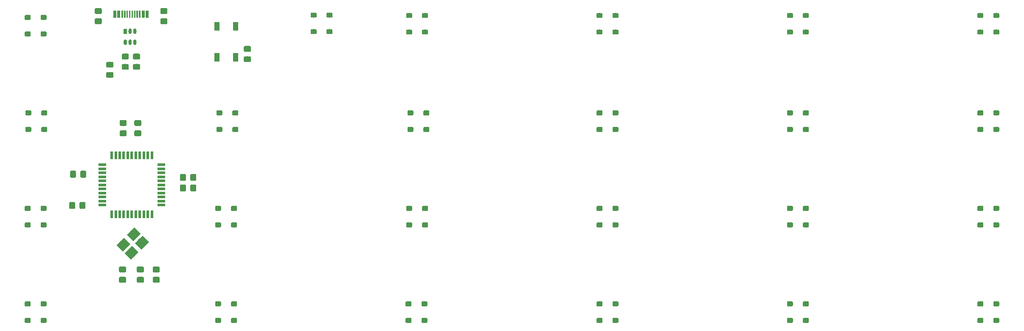
<source format=gbr>
G04 #@! TF.GenerationSoftware,KiCad,Pcbnew,(5.1.2-1)-1*
G04 #@! TF.CreationDate,2020-05-23T15:22:12-05:00*
G04 #@! TF.ProjectId,therick48,74686572-6963-46b3-9438-2e6b69636164,rev?*
G04 #@! TF.SameCoordinates,Original*
G04 #@! TF.FileFunction,Paste,Bot*
G04 #@! TF.FilePolarity,Positive*
%FSLAX46Y46*%
G04 Gerber Fmt 4.6, Leading zero omitted, Abs format (unit mm)*
G04 Created by KiCad (PCBNEW (5.1.2-1)-1) date 2020-05-23 15:22:12*
%MOMM*%
%LPD*%
G04 APERTURE LIST*
%ADD10C,0.100000*%
%ADD11C,1.150000*%
%ADD12R,1.100000X1.800000*%
%ADD13C,1.800000*%
%ADD14C,1.000000*%
%ADD15C,0.600000*%
%ADD16C,0.300000*%
%ADD17R,0.500000X1.500000*%
%ADD18R,1.500000X0.500000*%
%ADD19C,0.650000*%
%ADD20R,0.650000X1.060000*%
G04 APERTURE END LIST*
D10*
G36*
X85825005Y-61595204D02*
G01*
X85849273Y-61598804D01*
X85873072Y-61604765D01*
X85896171Y-61613030D01*
X85918350Y-61623520D01*
X85939393Y-61636132D01*
X85959099Y-61650747D01*
X85977277Y-61667223D01*
X85993753Y-61685401D01*
X86008368Y-61705107D01*
X86020980Y-61726150D01*
X86031470Y-61748329D01*
X86039735Y-61771428D01*
X86045696Y-61795227D01*
X86049296Y-61819495D01*
X86050500Y-61843999D01*
X86050500Y-62494001D01*
X86049296Y-62518505D01*
X86045696Y-62542773D01*
X86039735Y-62566572D01*
X86031470Y-62589671D01*
X86020980Y-62611850D01*
X86008368Y-62632893D01*
X85993753Y-62652599D01*
X85977277Y-62670777D01*
X85959099Y-62687253D01*
X85939393Y-62701868D01*
X85918350Y-62714480D01*
X85896171Y-62724970D01*
X85873072Y-62733235D01*
X85849273Y-62739196D01*
X85825005Y-62742796D01*
X85800501Y-62744000D01*
X84900499Y-62744000D01*
X84875995Y-62742796D01*
X84851727Y-62739196D01*
X84827928Y-62733235D01*
X84804829Y-62724970D01*
X84782650Y-62714480D01*
X84761607Y-62701868D01*
X84741901Y-62687253D01*
X84723723Y-62670777D01*
X84707247Y-62652599D01*
X84692632Y-62632893D01*
X84680020Y-62611850D01*
X84669530Y-62589671D01*
X84661265Y-62566572D01*
X84655304Y-62542773D01*
X84651704Y-62518505D01*
X84650500Y-62494001D01*
X84650500Y-61843999D01*
X84651704Y-61819495D01*
X84655304Y-61795227D01*
X84661265Y-61771428D01*
X84669530Y-61748329D01*
X84680020Y-61726150D01*
X84692632Y-61705107D01*
X84707247Y-61685401D01*
X84723723Y-61667223D01*
X84741901Y-61650747D01*
X84761607Y-61636132D01*
X84782650Y-61623520D01*
X84804829Y-61613030D01*
X84827928Y-61604765D01*
X84851727Y-61598804D01*
X84875995Y-61595204D01*
X84900499Y-61594000D01*
X85800501Y-61594000D01*
X85825005Y-61595204D01*
X85825005Y-61595204D01*
G37*
D11*
X85350500Y-62169000D03*
D10*
G36*
X85825005Y-63645204D02*
G01*
X85849273Y-63648804D01*
X85873072Y-63654765D01*
X85896171Y-63663030D01*
X85918350Y-63673520D01*
X85939393Y-63686132D01*
X85959099Y-63700747D01*
X85977277Y-63717223D01*
X85993753Y-63735401D01*
X86008368Y-63755107D01*
X86020980Y-63776150D01*
X86031470Y-63798329D01*
X86039735Y-63821428D01*
X86045696Y-63845227D01*
X86049296Y-63869495D01*
X86050500Y-63893999D01*
X86050500Y-64544001D01*
X86049296Y-64568505D01*
X86045696Y-64592773D01*
X86039735Y-64616572D01*
X86031470Y-64639671D01*
X86020980Y-64661850D01*
X86008368Y-64682893D01*
X85993753Y-64702599D01*
X85977277Y-64720777D01*
X85959099Y-64737253D01*
X85939393Y-64751868D01*
X85918350Y-64764480D01*
X85896171Y-64774970D01*
X85873072Y-64783235D01*
X85849273Y-64789196D01*
X85825005Y-64792796D01*
X85800501Y-64794000D01*
X84900499Y-64794000D01*
X84875995Y-64792796D01*
X84851727Y-64789196D01*
X84827928Y-64783235D01*
X84804829Y-64774970D01*
X84782650Y-64764480D01*
X84761607Y-64751868D01*
X84741901Y-64737253D01*
X84723723Y-64720777D01*
X84707247Y-64702599D01*
X84692632Y-64682893D01*
X84680020Y-64661850D01*
X84669530Y-64639671D01*
X84661265Y-64616572D01*
X84655304Y-64592773D01*
X84651704Y-64568505D01*
X84650500Y-64544001D01*
X84650500Y-63893999D01*
X84651704Y-63869495D01*
X84655304Y-63845227D01*
X84661265Y-63821428D01*
X84669530Y-63798329D01*
X84680020Y-63776150D01*
X84692632Y-63755107D01*
X84707247Y-63735401D01*
X84723723Y-63717223D01*
X84741901Y-63700747D01*
X84761607Y-63686132D01*
X84782650Y-63673520D01*
X84804829Y-63663030D01*
X84827928Y-63654765D01*
X84851727Y-63648804D01*
X84875995Y-63645204D01*
X84900499Y-63644000D01*
X85800501Y-63644000D01*
X85825005Y-63645204D01*
X85825005Y-63645204D01*
G37*
D11*
X85350500Y-64219000D03*
D12*
X101130000Y-49080000D03*
X104830000Y-42880000D03*
X104830000Y-49080000D03*
X101130000Y-42880000D03*
D10*
G36*
X96751505Y-74431204D02*
G01*
X96775773Y-74434804D01*
X96799572Y-74440765D01*
X96822671Y-74449030D01*
X96844850Y-74459520D01*
X96865893Y-74472132D01*
X96885599Y-74486747D01*
X96903777Y-74503223D01*
X96920253Y-74521401D01*
X96934868Y-74541107D01*
X96947480Y-74562150D01*
X96957970Y-74584329D01*
X96966235Y-74607428D01*
X96972196Y-74631227D01*
X96975796Y-74655495D01*
X96977000Y-74679999D01*
X96977000Y-75580001D01*
X96975796Y-75604505D01*
X96972196Y-75628773D01*
X96966235Y-75652572D01*
X96957970Y-75675671D01*
X96947480Y-75697850D01*
X96934868Y-75718893D01*
X96920253Y-75738599D01*
X96903777Y-75756777D01*
X96885599Y-75773253D01*
X96865893Y-75787868D01*
X96844850Y-75800480D01*
X96822671Y-75810970D01*
X96799572Y-75819235D01*
X96775773Y-75825196D01*
X96751505Y-75828796D01*
X96727001Y-75830000D01*
X96076999Y-75830000D01*
X96052495Y-75828796D01*
X96028227Y-75825196D01*
X96004428Y-75819235D01*
X95981329Y-75810970D01*
X95959150Y-75800480D01*
X95938107Y-75787868D01*
X95918401Y-75773253D01*
X95900223Y-75756777D01*
X95883747Y-75738599D01*
X95869132Y-75718893D01*
X95856520Y-75697850D01*
X95846030Y-75675671D01*
X95837765Y-75652572D01*
X95831804Y-75628773D01*
X95828204Y-75604505D01*
X95827000Y-75580001D01*
X95827000Y-74679999D01*
X95828204Y-74655495D01*
X95831804Y-74631227D01*
X95837765Y-74607428D01*
X95846030Y-74584329D01*
X95856520Y-74562150D01*
X95869132Y-74541107D01*
X95883747Y-74521401D01*
X95900223Y-74503223D01*
X95918401Y-74486747D01*
X95938107Y-74472132D01*
X95959150Y-74459520D01*
X95981329Y-74449030D01*
X96004428Y-74440765D01*
X96028227Y-74434804D01*
X96052495Y-74431204D01*
X96076999Y-74430000D01*
X96727001Y-74430000D01*
X96751505Y-74431204D01*
X96751505Y-74431204D01*
G37*
D11*
X96402000Y-75130000D03*
D10*
G36*
X94701505Y-74431204D02*
G01*
X94725773Y-74434804D01*
X94749572Y-74440765D01*
X94772671Y-74449030D01*
X94794850Y-74459520D01*
X94815893Y-74472132D01*
X94835599Y-74486747D01*
X94853777Y-74503223D01*
X94870253Y-74521401D01*
X94884868Y-74541107D01*
X94897480Y-74562150D01*
X94907970Y-74584329D01*
X94916235Y-74607428D01*
X94922196Y-74631227D01*
X94925796Y-74655495D01*
X94927000Y-74679999D01*
X94927000Y-75580001D01*
X94925796Y-75604505D01*
X94922196Y-75628773D01*
X94916235Y-75652572D01*
X94907970Y-75675671D01*
X94897480Y-75697850D01*
X94884868Y-75718893D01*
X94870253Y-75738599D01*
X94853777Y-75756777D01*
X94835599Y-75773253D01*
X94815893Y-75787868D01*
X94794850Y-75800480D01*
X94772671Y-75810970D01*
X94749572Y-75819235D01*
X94725773Y-75825196D01*
X94701505Y-75828796D01*
X94677001Y-75830000D01*
X94026999Y-75830000D01*
X94002495Y-75828796D01*
X93978227Y-75825196D01*
X93954428Y-75819235D01*
X93931329Y-75810970D01*
X93909150Y-75800480D01*
X93888107Y-75787868D01*
X93868401Y-75773253D01*
X93850223Y-75756777D01*
X93833747Y-75738599D01*
X93819132Y-75718893D01*
X93806520Y-75697850D01*
X93796030Y-75675671D01*
X93787765Y-75652572D01*
X93781804Y-75628773D01*
X93778204Y-75604505D01*
X93777000Y-75580001D01*
X93777000Y-74679999D01*
X93778204Y-74655495D01*
X93781804Y-74631227D01*
X93787765Y-74607428D01*
X93796030Y-74584329D01*
X93806520Y-74562150D01*
X93819132Y-74541107D01*
X93833747Y-74521401D01*
X93850223Y-74503223D01*
X93868401Y-74486747D01*
X93888107Y-74472132D01*
X93909150Y-74459520D01*
X93931329Y-74449030D01*
X93954428Y-74440765D01*
X93978227Y-74434804D01*
X94002495Y-74431204D01*
X94026999Y-74430000D01*
X94677001Y-74430000D01*
X94701505Y-74431204D01*
X94701505Y-74431204D01*
G37*
D11*
X94352000Y-75130000D03*
D10*
G36*
X96751505Y-72326204D02*
G01*
X96775773Y-72329804D01*
X96799572Y-72335765D01*
X96822671Y-72344030D01*
X96844850Y-72354520D01*
X96865893Y-72367132D01*
X96885599Y-72381747D01*
X96903777Y-72398223D01*
X96920253Y-72416401D01*
X96934868Y-72436107D01*
X96947480Y-72457150D01*
X96957970Y-72479329D01*
X96966235Y-72502428D01*
X96972196Y-72526227D01*
X96975796Y-72550495D01*
X96977000Y-72574999D01*
X96977000Y-73475001D01*
X96975796Y-73499505D01*
X96972196Y-73523773D01*
X96966235Y-73547572D01*
X96957970Y-73570671D01*
X96947480Y-73592850D01*
X96934868Y-73613893D01*
X96920253Y-73633599D01*
X96903777Y-73651777D01*
X96885599Y-73668253D01*
X96865893Y-73682868D01*
X96844850Y-73695480D01*
X96822671Y-73705970D01*
X96799572Y-73714235D01*
X96775773Y-73720196D01*
X96751505Y-73723796D01*
X96727001Y-73725000D01*
X96076999Y-73725000D01*
X96052495Y-73723796D01*
X96028227Y-73720196D01*
X96004428Y-73714235D01*
X95981329Y-73705970D01*
X95959150Y-73695480D01*
X95938107Y-73682868D01*
X95918401Y-73668253D01*
X95900223Y-73651777D01*
X95883747Y-73633599D01*
X95869132Y-73613893D01*
X95856520Y-73592850D01*
X95846030Y-73570671D01*
X95837765Y-73547572D01*
X95831804Y-73523773D01*
X95828204Y-73499505D01*
X95827000Y-73475001D01*
X95827000Y-72574999D01*
X95828204Y-72550495D01*
X95831804Y-72526227D01*
X95837765Y-72502428D01*
X95846030Y-72479329D01*
X95856520Y-72457150D01*
X95869132Y-72436107D01*
X95883747Y-72416401D01*
X95900223Y-72398223D01*
X95918401Y-72381747D01*
X95938107Y-72367132D01*
X95959150Y-72354520D01*
X95981329Y-72344030D01*
X96004428Y-72335765D01*
X96028227Y-72329804D01*
X96052495Y-72326204D01*
X96076999Y-72325000D01*
X96727001Y-72325000D01*
X96751505Y-72326204D01*
X96751505Y-72326204D01*
G37*
D11*
X96402000Y-73025000D03*
D10*
G36*
X94701505Y-72326204D02*
G01*
X94725773Y-72329804D01*
X94749572Y-72335765D01*
X94772671Y-72344030D01*
X94794850Y-72354520D01*
X94815893Y-72367132D01*
X94835599Y-72381747D01*
X94853777Y-72398223D01*
X94870253Y-72416401D01*
X94884868Y-72436107D01*
X94897480Y-72457150D01*
X94907970Y-72479329D01*
X94916235Y-72502428D01*
X94922196Y-72526227D01*
X94925796Y-72550495D01*
X94927000Y-72574999D01*
X94927000Y-73475001D01*
X94925796Y-73499505D01*
X94922196Y-73523773D01*
X94916235Y-73547572D01*
X94907970Y-73570671D01*
X94897480Y-73592850D01*
X94884868Y-73613893D01*
X94870253Y-73633599D01*
X94853777Y-73651777D01*
X94835599Y-73668253D01*
X94815893Y-73682868D01*
X94794850Y-73695480D01*
X94772671Y-73705970D01*
X94749572Y-73714235D01*
X94725773Y-73720196D01*
X94701505Y-73723796D01*
X94677001Y-73725000D01*
X94026999Y-73725000D01*
X94002495Y-73723796D01*
X93978227Y-73720196D01*
X93954428Y-73714235D01*
X93931329Y-73705970D01*
X93909150Y-73695480D01*
X93888107Y-73682868D01*
X93868401Y-73668253D01*
X93850223Y-73651777D01*
X93833747Y-73633599D01*
X93819132Y-73613893D01*
X93806520Y-73592850D01*
X93796030Y-73570671D01*
X93787765Y-73547572D01*
X93781804Y-73523773D01*
X93778204Y-73499505D01*
X93777000Y-73475001D01*
X93777000Y-72574999D01*
X93778204Y-72550495D01*
X93781804Y-72526227D01*
X93787765Y-72502428D01*
X93796030Y-72479329D01*
X93806520Y-72457150D01*
X93819132Y-72436107D01*
X93833747Y-72416401D01*
X93850223Y-72398223D01*
X93868401Y-72381747D01*
X93888107Y-72367132D01*
X93909150Y-72354520D01*
X93931329Y-72344030D01*
X93954428Y-72335765D01*
X93978227Y-72329804D01*
X94002495Y-72326204D01*
X94026999Y-72325000D01*
X94677001Y-72325000D01*
X94701505Y-72326204D01*
X94701505Y-72326204D01*
G37*
D11*
X94352000Y-73025000D03*
D10*
G36*
X89493505Y-92876204D02*
G01*
X89517773Y-92879804D01*
X89541572Y-92885765D01*
X89564671Y-92894030D01*
X89586850Y-92904520D01*
X89607893Y-92917132D01*
X89627599Y-92931747D01*
X89645777Y-92948223D01*
X89662253Y-92966401D01*
X89676868Y-92986107D01*
X89689480Y-93007150D01*
X89699970Y-93029329D01*
X89708235Y-93052428D01*
X89714196Y-93076227D01*
X89717796Y-93100495D01*
X89719000Y-93124999D01*
X89719000Y-93775001D01*
X89717796Y-93799505D01*
X89714196Y-93823773D01*
X89708235Y-93847572D01*
X89699970Y-93870671D01*
X89689480Y-93892850D01*
X89676868Y-93913893D01*
X89662253Y-93933599D01*
X89645777Y-93951777D01*
X89627599Y-93968253D01*
X89607893Y-93982868D01*
X89586850Y-93995480D01*
X89564671Y-94005970D01*
X89541572Y-94014235D01*
X89517773Y-94020196D01*
X89493505Y-94023796D01*
X89469001Y-94025000D01*
X88568999Y-94025000D01*
X88544495Y-94023796D01*
X88520227Y-94020196D01*
X88496428Y-94014235D01*
X88473329Y-94005970D01*
X88451150Y-93995480D01*
X88430107Y-93982868D01*
X88410401Y-93968253D01*
X88392223Y-93951777D01*
X88375747Y-93933599D01*
X88361132Y-93913893D01*
X88348520Y-93892850D01*
X88338030Y-93870671D01*
X88329765Y-93847572D01*
X88323804Y-93823773D01*
X88320204Y-93799505D01*
X88319000Y-93775001D01*
X88319000Y-93124999D01*
X88320204Y-93100495D01*
X88323804Y-93076227D01*
X88329765Y-93052428D01*
X88338030Y-93029329D01*
X88348520Y-93007150D01*
X88361132Y-92986107D01*
X88375747Y-92966401D01*
X88392223Y-92948223D01*
X88410401Y-92931747D01*
X88430107Y-92917132D01*
X88451150Y-92904520D01*
X88473329Y-92894030D01*
X88496428Y-92885765D01*
X88520227Y-92879804D01*
X88544495Y-92876204D01*
X88568999Y-92875000D01*
X89469001Y-92875000D01*
X89493505Y-92876204D01*
X89493505Y-92876204D01*
G37*
D11*
X89019000Y-93450000D03*
D10*
G36*
X89493505Y-90826204D02*
G01*
X89517773Y-90829804D01*
X89541572Y-90835765D01*
X89564671Y-90844030D01*
X89586850Y-90854520D01*
X89607893Y-90867132D01*
X89627599Y-90881747D01*
X89645777Y-90898223D01*
X89662253Y-90916401D01*
X89676868Y-90936107D01*
X89689480Y-90957150D01*
X89699970Y-90979329D01*
X89708235Y-91002428D01*
X89714196Y-91026227D01*
X89717796Y-91050495D01*
X89719000Y-91074999D01*
X89719000Y-91725001D01*
X89717796Y-91749505D01*
X89714196Y-91773773D01*
X89708235Y-91797572D01*
X89699970Y-91820671D01*
X89689480Y-91842850D01*
X89676868Y-91863893D01*
X89662253Y-91883599D01*
X89645777Y-91901777D01*
X89627599Y-91918253D01*
X89607893Y-91932868D01*
X89586850Y-91945480D01*
X89564671Y-91955970D01*
X89541572Y-91964235D01*
X89517773Y-91970196D01*
X89493505Y-91973796D01*
X89469001Y-91975000D01*
X88568999Y-91975000D01*
X88544495Y-91973796D01*
X88520227Y-91970196D01*
X88496428Y-91964235D01*
X88473329Y-91955970D01*
X88451150Y-91945480D01*
X88430107Y-91932868D01*
X88410401Y-91918253D01*
X88392223Y-91901777D01*
X88375747Y-91883599D01*
X88361132Y-91863893D01*
X88348520Y-91842850D01*
X88338030Y-91820671D01*
X88329765Y-91797572D01*
X88323804Y-91773773D01*
X88320204Y-91749505D01*
X88319000Y-91725001D01*
X88319000Y-91074999D01*
X88320204Y-91050495D01*
X88323804Y-91026227D01*
X88329765Y-91002428D01*
X88338030Y-90979329D01*
X88348520Y-90957150D01*
X88361132Y-90936107D01*
X88375747Y-90916401D01*
X88392223Y-90898223D01*
X88410401Y-90881747D01*
X88430107Y-90867132D01*
X88451150Y-90854520D01*
X88473329Y-90844030D01*
X88496428Y-90835765D01*
X88520227Y-90829804D01*
X88544495Y-90826204D01*
X88568999Y-90825000D01*
X89469001Y-90825000D01*
X89493505Y-90826204D01*
X89493505Y-90826204D01*
G37*
D11*
X89019000Y-91400000D03*
D10*
G36*
X86326505Y-92876204D02*
G01*
X86350773Y-92879804D01*
X86374572Y-92885765D01*
X86397671Y-92894030D01*
X86419850Y-92904520D01*
X86440893Y-92917132D01*
X86460599Y-92931747D01*
X86478777Y-92948223D01*
X86495253Y-92966401D01*
X86509868Y-92986107D01*
X86522480Y-93007150D01*
X86532970Y-93029329D01*
X86541235Y-93052428D01*
X86547196Y-93076227D01*
X86550796Y-93100495D01*
X86552000Y-93124999D01*
X86552000Y-93775001D01*
X86550796Y-93799505D01*
X86547196Y-93823773D01*
X86541235Y-93847572D01*
X86532970Y-93870671D01*
X86522480Y-93892850D01*
X86509868Y-93913893D01*
X86495253Y-93933599D01*
X86478777Y-93951777D01*
X86460599Y-93968253D01*
X86440893Y-93982868D01*
X86419850Y-93995480D01*
X86397671Y-94005970D01*
X86374572Y-94014235D01*
X86350773Y-94020196D01*
X86326505Y-94023796D01*
X86302001Y-94025000D01*
X85401999Y-94025000D01*
X85377495Y-94023796D01*
X85353227Y-94020196D01*
X85329428Y-94014235D01*
X85306329Y-94005970D01*
X85284150Y-93995480D01*
X85263107Y-93982868D01*
X85243401Y-93968253D01*
X85225223Y-93951777D01*
X85208747Y-93933599D01*
X85194132Y-93913893D01*
X85181520Y-93892850D01*
X85171030Y-93870671D01*
X85162765Y-93847572D01*
X85156804Y-93823773D01*
X85153204Y-93799505D01*
X85152000Y-93775001D01*
X85152000Y-93124999D01*
X85153204Y-93100495D01*
X85156804Y-93076227D01*
X85162765Y-93052428D01*
X85171030Y-93029329D01*
X85181520Y-93007150D01*
X85194132Y-92986107D01*
X85208747Y-92966401D01*
X85225223Y-92948223D01*
X85243401Y-92931747D01*
X85263107Y-92917132D01*
X85284150Y-92904520D01*
X85306329Y-92894030D01*
X85329428Y-92885765D01*
X85353227Y-92879804D01*
X85377495Y-92876204D01*
X85401999Y-92875000D01*
X86302001Y-92875000D01*
X86326505Y-92876204D01*
X86326505Y-92876204D01*
G37*
D11*
X85852000Y-93450000D03*
D10*
G36*
X86326505Y-90826204D02*
G01*
X86350773Y-90829804D01*
X86374572Y-90835765D01*
X86397671Y-90844030D01*
X86419850Y-90854520D01*
X86440893Y-90867132D01*
X86460599Y-90881747D01*
X86478777Y-90898223D01*
X86495253Y-90916401D01*
X86509868Y-90936107D01*
X86522480Y-90957150D01*
X86532970Y-90979329D01*
X86541235Y-91002428D01*
X86547196Y-91026227D01*
X86550796Y-91050495D01*
X86552000Y-91074999D01*
X86552000Y-91725001D01*
X86550796Y-91749505D01*
X86547196Y-91773773D01*
X86541235Y-91797572D01*
X86532970Y-91820671D01*
X86522480Y-91842850D01*
X86509868Y-91863893D01*
X86495253Y-91883599D01*
X86478777Y-91901777D01*
X86460599Y-91918253D01*
X86440893Y-91932868D01*
X86419850Y-91945480D01*
X86397671Y-91955970D01*
X86374572Y-91964235D01*
X86350773Y-91970196D01*
X86326505Y-91973796D01*
X86302001Y-91975000D01*
X85401999Y-91975000D01*
X85377495Y-91973796D01*
X85353227Y-91970196D01*
X85329428Y-91964235D01*
X85306329Y-91955970D01*
X85284150Y-91945480D01*
X85263107Y-91932868D01*
X85243401Y-91918253D01*
X85225223Y-91901777D01*
X85208747Y-91883599D01*
X85194132Y-91863893D01*
X85181520Y-91842850D01*
X85171030Y-91820671D01*
X85162765Y-91797572D01*
X85156804Y-91773773D01*
X85153204Y-91749505D01*
X85152000Y-91725001D01*
X85152000Y-91074999D01*
X85153204Y-91050495D01*
X85156804Y-91026227D01*
X85162765Y-91002428D01*
X85171030Y-90979329D01*
X85181520Y-90957150D01*
X85194132Y-90936107D01*
X85208747Y-90916401D01*
X85225223Y-90898223D01*
X85243401Y-90881747D01*
X85263107Y-90867132D01*
X85284150Y-90854520D01*
X85306329Y-90844030D01*
X85329428Y-90835765D01*
X85353227Y-90829804D01*
X85377495Y-90826204D01*
X85401999Y-90825000D01*
X86302001Y-90825000D01*
X86326505Y-90826204D01*
X86326505Y-90826204D01*
G37*
D11*
X85852000Y-91400000D03*
D10*
G36*
X82770505Y-92876204D02*
G01*
X82794773Y-92879804D01*
X82818572Y-92885765D01*
X82841671Y-92894030D01*
X82863850Y-92904520D01*
X82884893Y-92917132D01*
X82904599Y-92931747D01*
X82922777Y-92948223D01*
X82939253Y-92966401D01*
X82953868Y-92986107D01*
X82966480Y-93007150D01*
X82976970Y-93029329D01*
X82985235Y-93052428D01*
X82991196Y-93076227D01*
X82994796Y-93100495D01*
X82996000Y-93124999D01*
X82996000Y-93775001D01*
X82994796Y-93799505D01*
X82991196Y-93823773D01*
X82985235Y-93847572D01*
X82976970Y-93870671D01*
X82966480Y-93892850D01*
X82953868Y-93913893D01*
X82939253Y-93933599D01*
X82922777Y-93951777D01*
X82904599Y-93968253D01*
X82884893Y-93982868D01*
X82863850Y-93995480D01*
X82841671Y-94005970D01*
X82818572Y-94014235D01*
X82794773Y-94020196D01*
X82770505Y-94023796D01*
X82746001Y-94025000D01*
X81845999Y-94025000D01*
X81821495Y-94023796D01*
X81797227Y-94020196D01*
X81773428Y-94014235D01*
X81750329Y-94005970D01*
X81728150Y-93995480D01*
X81707107Y-93982868D01*
X81687401Y-93968253D01*
X81669223Y-93951777D01*
X81652747Y-93933599D01*
X81638132Y-93913893D01*
X81625520Y-93892850D01*
X81615030Y-93870671D01*
X81606765Y-93847572D01*
X81600804Y-93823773D01*
X81597204Y-93799505D01*
X81596000Y-93775001D01*
X81596000Y-93124999D01*
X81597204Y-93100495D01*
X81600804Y-93076227D01*
X81606765Y-93052428D01*
X81615030Y-93029329D01*
X81625520Y-93007150D01*
X81638132Y-92986107D01*
X81652747Y-92966401D01*
X81669223Y-92948223D01*
X81687401Y-92931747D01*
X81707107Y-92917132D01*
X81728150Y-92904520D01*
X81750329Y-92894030D01*
X81773428Y-92885765D01*
X81797227Y-92879804D01*
X81821495Y-92876204D01*
X81845999Y-92875000D01*
X82746001Y-92875000D01*
X82770505Y-92876204D01*
X82770505Y-92876204D01*
G37*
D11*
X82296000Y-93450000D03*
D10*
G36*
X82770505Y-90826204D02*
G01*
X82794773Y-90829804D01*
X82818572Y-90835765D01*
X82841671Y-90844030D01*
X82863850Y-90854520D01*
X82884893Y-90867132D01*
X82904599Y-90881747D01*
X82922777Y-90898223D01*
X82939253Y-90916401D01*
X82953868Y-90936107D01*
X82966480Y-90957150D01*
X82976970Y-90979329D01*
X82985235Y-91002428D01*
X82991196Y-91026227D01*
X82994796Y-91050495D01*
X82996000Y-91074999D01*
X82996000Y-91725001D01*
X82994796Y-91749505D01*
X82991196Y-91773773D01*
X82985235Y-91797572D01*
X82976970Y-91820671D01*
X82966480Y-91842850D01*
X82953868Y-91863893D01*
X82939253Y-91883599D01*
X82922777Y-91901777D01*
X82904599Y-91918253D01*
X82884893Y-91932868D01*
X82863850Y-91945480D01*
X82841671Y-91955970D01*
X82818572Y-91964235D01*
X82794773Y-91970196D01*
X82770505Y-91973796D01*
X82746001Y-91975000D01*
X81845999Y-91975000D01*
X81821495Y-91973796D01*
X81797227Y-91970196D01*
X81773428Y-91964235D01*
X81750329Y-91955970D01*
X81728150Y-91945480D01*
X81707107Y-91932868D01*
X81687401Y-91918253D01*
X81669223Y-91901777D01*
X81652747Y-91883599D01*
X81638132Y-91863893D01*
X81625520Y-91842850D01*
X81615030Y-91820671D01*
X81606765Y-91797572D01*
X81600804Y-91773773D01*
X81597204Y-91749505D01*
X81596000Y-91725001D01*
X81596000Y-91074999D01*
X81597204Y-91050495D01*
X81600804Y-91026227D01*
X81606765Y-91002428D01*
X81615030Y-90979329D01*
X81625520Y-90957150D01*
X81638132Y-90936107D01*
X81652747Y-90916401D01*
X81669223Y-90898223D01*
X81687401Y-90881747D01*
X81707107Y-90867132D01*
X81728150Y-90854520D01*
X81750329Y-90844030D01*
X81773428Y-90835765D01*
X81797227Y-90829804D01*
X81821495Y-90826204D01*
X81845999Y-90825000D01*
X82746001Y-90825000D01*
X82770505Y-90826204D01*
X82770505Y-90826204D01*
G37*
D11*
X82296000Y-91400000D03*
D13*
X84549632Y-84386522D03*
D10*
G36*
X84655698Y-83007664D02*
G01*
X85928490Y-84280456D01*
X84443566Y-85765380D01*
X83170774Y-84492588D01*
X84655698Y-83007664D01*
X84655698Y-83007664D01*
G37*
D13*
X82499022Y-86437132D03*
D10*
G36*
X82605088Y-85058274D02*
G01*
X83877880Y-86331066D01*
X82392956Y-87815990D01*
X81120164Y-86543198D01*
X82605088Y-85058274D01*
X82605088Y-85058274D01*
G37*
D13*
X84125368Y-88063478D03*
D10*
G36*
X84231434Y-86684620D02*
G01*
X85504226Y-87957412D01*
X84019302Y-89442336D01*
X82746510Y-88169544D01*
X84231434Y-86684620D01*
X84231434Y-86684620D01*
G37*
D13*
X86175978Y-86012868D03*
D10*
G36*
X86282044Y-84634010D02*
G01*
X87554836Y-85906802D01*
X86069912Y-87391726D01*
X84797120Y-86118934D01*
X86282044Y-84634010D01*
X86282044Y-84634010D01*
G37*
G36*
X82901505Y-63645204D02*
G01*
X82925773Y-63648804D01*
X82949572Y-63654765D01*
X82972671Y-63663030D01*
X82994850Y-63673520D01*
X83015893Y-63686132D01*
X83035599Y-63700747D01*
X83053777Y-63717223D01*
X83070253Y-63735401D01*
X83084868Y-63755107D01*
X83097480Y-63776150D01*
X83107970Y-63798329D01*
X83116235Y-63821428D01*
X83122196Y-63845227D01*
X83125796Y-63869495D01*
X83127000Y-63893999D01*
X83127000Y-64544001D01*
X83125796Y-64568505D01*
X83122196Y-64592773D01*
X83116235Y-64616572D01*
X83107970Y-64639671D01*
X83097480Y-64661850D01*
X83084868Y-64682893D01*
X83070253Y-64702599D01*
X83053777Y-64720777D01*
X83035599Y-64737253D01*
X83015893Y-64751868D01*
X82994850Y-64764480D01*
X82972671Y-64774970D01*
X82949572Y-64783235D01*
X82925773Y-64789196D01*
X82901505Y-64792796D01*
X82877001Y-64794000D01*
X81976999Y-64794000D01*
X81952495Y-64792796D01*
X81928227Y-64789196D01*
X81904428Y-64783235D01*
X81881329Y-64774970D01*
X81859150Y-64764480D01*
X81838107Y-64751868D01*
X81818401Y-64737253D01*
X81800223Y-64720777D01*
X81783747Y-64702599D01*
X81769132Y-64682893D01*
X81756520Y-64661850D01*
X81746030Y-64639671D01*
X81737765Y-64616572D01*
X81731804Y-64592773D01*
X81728204Y-64568505D01*
X81727000Y-64544001D01*
X81727000Y-63893999D01*
X81728204Y-63869495D01*
X81731804Y-63845227D01*
X81737765Y-63821428D01*
X81746030Y-63798329D01*
X81756520Y-63776150D01*
X81769132Y-63755107D01*
X81783747Y-63735401D01*
X81800223Y-63717223D01*
X81818401Y-63700747D01*
X81838107Y-63686132D01*
X81859150Y-63673520D01*
X81881329Y-63663030D01*
X81904428Y-63654765D01*
X81928227Y-63648804D01*
X81952495Y-63645204D01*
X81976999Y-63644000D01*
X82877001Y-63644000D01*
X82901505Y-63645204D01*
X82901505Y-63645204D01*
G37*
D11*
X82427000Y-64219000D03*
D10*
G36*
X82901505Y-61595204D02*
G01*
X82925773Y-61598804D01*
X82949572Y-61604765D01*
X82972671Y-61613030D01*
X82994850Y-61623520D01*
X83015893Y-61636132D01*
X83035599Y-61650747D01*
X83053777Y-61667223D01*
X83070253Y-61685401D01*
X83084868Y-61705107D01*
X83097480Y-61726150D01*
X83107970Y-61748329D01*
X83116235Y-61771428D01*
X83122196Y-61795227D01*
X83125796Y-61819495D01*
X83127000Y-61843999D01*
X83127000Y-62494001D01*
X83125796Y-62518505D01*
X83122196Y-62542773D01*
X83116235Y-62566572D01*
X83107970Y-62589671D01*
X83097480Y-62611850D01*
X83084868Y-62632893D01*
X83070253Y-62652599D01*
X83053777Y-62670777D01*
X83035599Y-62687253D01*
X83015893Y-62701868D01*
X82994850Y-62714480D01*
X82972671Y-62724970D01*
X82949572Y-62733235D01*
X82925773Y-62739196D01*
X82901505Y-62742796D01*
X82877001Y-62744000D01*
X81976999Y-62744000D01*
X81952495Y-62742796D01*
X81928227Y-62739196D01*
X81904428Y-62733235D01*
X81881329Y-62724970D01*
X81859150Y-62714480D01*
X81838107Y-62701868D01*
X81818401Y-62687253D01*
X81800223Y-62670777D01*
X81783747Y-62652599D01*
X81769132Y-62632893D01*
X81756520Y-62611850D01*
X81746030Y-62589671D01*
X81737765Y-62566572D01*
X81731804Y-62542773D01*
X81728204Y-62518505D01*
X81727000Y-62494001D01*
X81727000Y-61843999D01*
X81728204Y-61819495D01*
X81731804Y-61795227D01*
X81737765Y-61771428D01*
X81746030Y-61748329D01*
X81756520Y-61726150D01*
X81769132Y-61705107D01*
X81783747Y-61685401D01*
X81800223Y-61667223D01*
X81818401Y-61650747D01*
X81838107Y-61636132D01*
X81859150Y-61623520D01*
X81881329Y-61613030D01*
X81904428Y-61604765D01*
X81928227Y-61598804D01*
X81952495Y-61595204D01*
X81976999Y-61594000D01*
X82877001Y-61594000D01*
X82901505Y-61595204D01*
X82901505Y-61595204D01*
G37*
D11*
X82427000Y-62169000D03*
D10*
G36*
X74812005Y-71691204D02*
G01*
X74836273Y-71694804D01*
X74860072Y-71700765D01*
X74883171Y-71709030D01*
X74905350Y-71719520D01*
X74926393Y-71732132D01*
X74946099Y-71746747D01*
X74964277Y-71763223D01*
X74980753Y-71781401D01*
X74995368Y-71801107D01*
X75007980Y-71822150D01*
X75018470Y-71844329D01*
X75026735Y-71867428D01*
X75032696Y-71891227D01*
X75036296Y-71915495D01*
X75037500Y-71939999D01*
X75037500Y-72840001D01*
X75036296Y-72864505D01*
X75032696Y-72888773D01*
X75026735Y-72912572D01*
X75018470Y-72935671D01*
X75007980Y-72957850D01*
X74995368Y-72978893D01*
X74980753Y-72998599D01*
X74964277Y-73016777D01*
X74946099Y-73033253D01*
X74926393Y-73047868D01*
X74905350Y-73060480D01*
X74883171Y-73070970D01*
X74860072Y-73079235D01*
X74836273Y-73085196D01*
X74812005Y-73088796D01*
X74787501Y-73090000D01*
X74137499Y-73090000D01*
X74112995Y-73088796D01*
X74088727Y-73085196D01*
X74064928Y-73079235D01*
X74041829Y-73070970D01*
X74019650Y-73060480D01*
X73998607Y-73047868D01*
X73978901Y-73033253D01*
X73960723Y-73016777D01*
X73944247Y-72998599D01*
X73929632Y-72978893D01*
X73917020Y-72957850D01*
X73906530Y-72935671D01*
X73898265Y-72912572D01*
X73892304Y-72888773D01*
X73888704Y-72864505D01*
X73887500Y-72840001D01*
X73887500Y-71939999D01*
X73888704Y-71915495D01*
X73892304Y-71891227D01*
X73898265Y-71867428D01*
X73906530Y-71844329D01*
X73917020Y-71822150D01*
X73929632Y-71801107D01*
X73944247Y-71781401D01*
X73960723Y-71763223D01*
X73978901Y-71746747D01*
X73998607Y-71732132D01*
X74019650Y-71719520D01*
X74041829Y-71709030D01*
X74064928Y-71700765D01*
X74088727Y-71694804D01*
X74112995Y-71691204D01*
X74137499Y-71690000D01*
X74787501Y-71690000D01*
X74812005Y-71691204D01*
X74812005Y-71691204D01*
G37*
D11*
X74462500Y-72390000D03*
D10*
G36*
X72762005Y-71691204D02*
G01*
X72786273Y-71694804D01*
X72810072Y-71700765D01*
X72833171Y-71709030D01*
X72855350Y-71719520D01*
X72876393Y-71732132D01*
X72896099Y-71746747D01*
X72914277Y-71763223D01*
X72930753Y-71781401D01*
X72945368Y-71801107D01*
X72957980Y-71822150D01*
X72968470Y-71844329D01*
X72976735Y-71867428D01*
X72982696Y-71891227D01*
X72986296Y-71915495D01*
X72987500Y-71939999D01*
X72987500Y-72840001D01*
X72986296Y-72864505D01*
X72982696Y-72888773D01*
X72976735Y-72912572D01*
X72968470Y-72935671D01*
X72957980Y-72957850D01*
X72945368Y-72978893D01*
X72930753Y-72998599D01*
X72914277Y-73016777D01*
X72896099Y-73033253D01*
X72876393Y-73047868D01*
X72855350Y-73060480D01*
X72833171Y-73070970D01*
X72810072Y-73079235D01*
X72786273Y-73085196D01*
X72762005Y-73088796D01*
X72737501Y-73090000D01*
X72087499Y-73090000D01*
X72062995Y-73088796D01*
X72038727Y-73085196D01*
X72014928Y-73079235D01*
X71991829Y-73070970D01*
X71969650Y-73060480D01*
X71948607Y-73047868D01*
X71928901Y-73033253D01*
X71910723Y-73016777D01*
X71894247Y-72998599D01*
X71879632Y-72978893D01*
X71867020Y-72957850D01*
X71856530Y-72935671D01*
X71848265Y-72912572D01*
X71842304Y-72888773D01*
X71838704Y-72864505D01*
X71837500Y-72840001D01*
X71837500Y-71939999D01*
X71838704Y-71915495D01*
X71842304Y-71891227D01*
X71848265Y-71867428D01*
X71856530Y-71844329D01*
X71867020Y-71822150D01*
X71879632Y-71801107D01*
X71894247Y-71781401D01*
X71910723Y-71763223D01*
X71928901Y-71746747D01*
X71948607Y-71732132D01*
X71969650Y-71719520D01*
X71991829Y-71709030D01*
X72014928Y-71700765D01*
X72038727Y-71694804D01*
X72062995Y-71691204D01*
X72087499Y-71690000D01*
X72737501Y-71690000D01*
X72762005Y-71691204D01*
X72762005Y-71691204D01*
G37*
D11*
X72412500Y-72390000D03*
D10*
G36*
X107662505Y-46819954D02*
G01*
X107686773Y-46823554D01*
X107710572Y-46829515D01*
X107733671Y-46837780D01*
X107755850Y-46848270D01*
X107776893Y-46860882D01*
X107796599Y-46875497D01*
X107814777Y-46891973D01*
X107831253Y-46910151D01*
X107845868Y-46929857D01*
X107858480Y-46950900D01*
X107868970Y-46973079D01*
X107877235Y-46996178D01*
X107883196Y-47019977D01*
X107886796Y-47044245D01*
X107888000Y-47068749D01*
X107888000Y-47718751D01*
X107886796Y-47743255D01*
X107883196Y-47767523D01*
X107877235Y-47791322D01*
X107868970Y-47814421D01*
X107858480Y-47836600D01*
X107845868Y-47857643D01*
X107831253Y-47877349D01*
X107814777Y-47895527D01*
X107796599Y-47912003D01*
X107776893Y-47926618D01*
X107755850Y-47939230D01*
X107733671Y-47949720D01*
X107710572Y-47957985D01*
X107686773Y-47963946D01*
X107662505Y-47967546D01*
X107638001Y-47968750D01*
X106737999Y-47968750D01*
X106713495Y-47967546D01*
X106689227Y-47963946D01*
X106665428Y-47957985D01*
X106642329Y-47949720D01*
X106620150Y-47939230D01*
X106599107Y-47926618D01*
X106579401Y-47912003D01*
X106561223Y-47895527D01*
X106544747Y-47877349D01*
X106530132Y-47857643D01*
X106517520Y-47836600D01*
X106507030Y-47814421D01*
X106498765Y-47791322D01*
X106492804Y-47767523D01*
X106489204Y-47743255D01*
X106488000Y-47718751D01*
X106488000Y-47068749D01*
X106489204Y-47044245D01*
X106492804Y-47019977D01*
X106498765Y-46996178D01*
X106507030Y-46973079D01*
X106517520Y-46950900D01*
X106530132Y-46929857D01*
X106544747Y-46910151D01*
X106561223Y-46891973D01*
X106579401Y-46875497D01*
X106599107Y-46860882D01*
X106620150Y-46848270D01*
X106642329Y-46837780D01*
X106665428Y-46829515D01*
X106689227Y-46823554D01*
X106713495Y-46819954D01*
X106737999Y-46818750D01*
X107638001Y-46818750D01*
X107662505Y-46819954D01*
X107662505Y-46819954D01*
G37*
D11*
X107188000Y-47393750D03*
D10*
G36*
X107662505Y-48869954D02*
G01*
X107686773Y-48873554D01*
X107710572Y-48879515D01*
X107733671Y-48887780D01*
X107755850Y-48898270D01*
X107776893Y-48910882D01*
X107796599Y-48925497D01*
X107814777Y-48941973D01*
X107831253Y-48960151D01*
X107845868Y-48979857D01*
X107858480Y-49000900D01*
X107868970Y-49023079D01*
X107877235Y-49046178D01*
X107883196Y-49069977D01*
X107886796Y-49094245D01*
X107888000Y-49118749D01*
X107888000Y-49768751D01*
X107886796Y-49793255D01*
X107883196Y-49817523D01*
X107877235Y-49841322D01*
X107868970Y-49864421D01*
X107858480Y-49886600D01*
X107845868Y-49907643D01*
X107831253Y-49927349D01*
X107814777Y-49945527D01*
X107796599Y-49962003D01*
X107776893Y-49976618D01*
X107755850Y-49989230D01*
X107733671Y-49999720D01*
X107710572Y-50007985D01*
X107686773Y-50013946D01*
X107662505Y-50017546D01*
X107638001Y-50018750D01*
X106737999Y-50018750D01*
X106713495Y-50017546D01*
X106689227Y-50013946D01*
X106665428Y-50007985D01*
X106642329Y-49999720D01*
X106620150Y-49989230D01*
X106599107Y-49976618D01*
X106579401Y-49962003D01*
X106561223Y-49945527D01*
X106544747Y-49927349D01*
X106530132Y-49907643D01*
X106517520Y-49886600D01*
X106507030Y-49864421D01*
X106498765Y-49841322D01*
X106492804Y-49817523D01*
X106489204Y-49793255D01*
X106488000Y-49768751D01*
X106488000Y-49118749D01*
X106489204Y-49094245D01*
X106492804Y-49069977D01*
X106498765Y-49046178D01*
X106507030Y-49023079D01*
X106517520Y-49000900D01*
X106530132Y-48979857D01*
X106544747Y-48960151D01*
X106561223Y-48941973D01*
X106579401Y-48925497D01*
X106599107Y-48910882D01*
X106620150Y-48898270D01*
X106642329Y-48887780D01*
X106665428Y-48879515D01*
X106689227Y-48873554D01*
X106713495Y-48869954D01*
X106737999Y-48868750D01*
X107638001Y-48868750D01*
X107662505Y-48869954D01*
X107662505Y-48869954D01*
G37*
D11*
X107188000Y-49443750D03*
D10*
G36*
X80230505Y-49963204D02*
G01*
X80254773Y-49966804D01*
X80278572Y-49972765D01*
X80301671Y-49981030D01*
X80323850Y-49991520D01*
X80344893Y-50004132D01*
X80364599Y-50018747D01*
X80382777Y-50035223D01*
X80399253Y-50053401D01*
X80413868Y-50073107D01*
X80426480Y-50094150D01*
X80436970Y-50116329D01*
X80445235Y-50139428D01*
X80451196Y-50163227D01*
X80454796Y-50187495D01*
X80456000Y-50211999D01*
X80456000Y-50862001D01*
X80454796Y-50886505D01*
X80451196Y-50910773D01*
X80445235Y-50934572D01*
X80436970Y-50957671D01*
X80426480Y-50979850D01*
X80413868Y-51000893D01*
X80399253Y-51020599D01*
X80382777Y-51038777D01*
X80364599Y-51055253D01*
X80344893Y-51069868D01*
X80323850Y-51082480D01*
X80301671Y-51092970D01*
X80278572Y-51101235D01*
X80254773Y-51107196D01*
X80230505Y-51110796D01*
X80206001Y-51112000D01*
X79305999Y-51112000D01*
X79281495Y-51110796D01*
X79257227Y-51107196D01*
X79233428Y-51101235D01*
X79210329Y-51092970D01*
X79188150Y-51082480D01*
X79167107Y-51069868D01*
X79147401Y-51055253D01*
X79129223Y-51038777D01*
X79112747Y-51020599D01*
X79098132Y-51000893D01*
X79085520Y-50979850D01*
X79075030Y-50957671D01*
X79066765Y-50934572D01*
X79060804Y-50910773D01*
X79057204Y-50886505D01*
X79056000Y-50862001D01*
X79056000Y-50211999D01*
X79057204Y-50187495D01*
X79060804Y-50163227D01*
X79066765Y-50139428D01*
X79075030Y-50116329D01*
X79085520Y-50094150D01*
X79098132Y-50073107D01*
X79112747Y-50053401D01*
X79129223Y-50035223D01*
X79147401Y-50018747D01*
X79167107Y-50004132D01*
X79188150Y-49991520D01*
X79210329Y-49981030D01*
X79233428Y-49972765D01*
X79257227Y-49966804D01*
X79281495Y-49963204D01*
X79305999Y-49962000D01*
X80206001Y-49962000D01*
X80230505Y-49963204D01*
X80230505Y-49963204D01*
G37*
D11*
X79756000Y-50537000D03*
D10*
G36*
X80230505Y-52013204D02*
G01*
X80254773Y-52016804D01*
X80278572Y-52022765D01*
X80301671Y-52031030D01*
X80323850Y-52041520D01*
X80344893Y-52054132D01*
X80364599Y-52068747D01*
X80382777Y-52085223D01*
X80399253Y-52103401D01*
X80413868Y-52123107D01*
X80426480Y-52144150D01*
X80436970Y-52166329D01*
X80445235Y-52189428D01*
X80451196Y-52213227D01*
X80454796Y-52237495D01*
X80456000Y-52261999D01*
X80456000Y-52912001D01*
X80454796Y-52936505D01*
X80451196Y-52960773D01*
X80445235Y-52984572D01*
X80436970Y-53007671D01*
X80426480Y-53029850D01*
X80413868Y-53050893D01*
X80399253Y-53070599D01*
X80382777Y-53088777D01*
X80364599Y-53105253D01*
X80344893Y-53119868D01*
X80323850Y-53132480D01*
X80301671Y-53142970D01*
X80278572Y-53151235D01*
X80254773Y-53157196D01*
X80230505Y-53160796D01*
X80206001Y-53162000D01*
X79305999Y-53162000D01*
X79281495Y-53160796D01*
X79257227Y-53157196D01*
X79233428Y-53151235D01*
X79210329Y-53142970D01*
X79188150Y-53132480D01*
X79167107Y-53119868D01*
X79147401Y-53105253D01*
X79129223Y-53088777D01*
X79112747Y-53070599D01*
X79098132Y-53050893D01*
X79085520Y-53029850D01*
X79075030Y-53007671D01*
X79066765Y-52984572D01*
X79060804Y-52960773D01*
X79057204Y-52936505D01*
X79056000Y-52912001D01*
X79056000Y-52261999D01*
X79057204Y-52237495D01*
X79060804Y-52213227D01*
X79066765Y-52189428D01*
X79075030Y-52166329D01*
X79085520Y-52144150D01*
X79098132Y-52123107D01*
X79112747Y-52103401D01*
X79129223Y-52085223D01*
X79147401Y-52068747D01*
X79167107Y-52054132D01*
X79188150Y-52041520D01*
X79210329Y-52031030D01*
X79233428Y-52022765D01*
X79257227Y-52016804D01*
X79281495Y-52013204D01*
X79305999Y-52012000D01*
X80206001Y-52012000D01*
X80230505Y-52013204D01*
X80230505Y-52013204D01*
G37*
D11*
X79756000Y-52587000D03*
D10*
G36*
X85564505Y-48344204D02*
G01*
X85588773Y-48347804D01*
X85612572Y-48353765D01*
X85635671Y-48362030D01*
X85657850Y-48372520D01*
X85678893Y-48385132D01*
X85698599Y-48399747D01*
X85716777Y-48416223D01*
X85733253Y-48434401D01*
X85747868Y-48454107D01*
X85760480Y-48475150D01*
X85770970Y-48497329D01*
X85779235Y-48520428D01*
X85785196Y-48544227D01*
X85788796Y-48568495D01*
X85790000Y-48592999D01*
X85790000Y-49243001D01*
X85788796Y-49267505D01*
X85785196Y-49291773D01*
X85779235Y-49315572D01*
X85770970Y-49338671D01*
X85760480Y-49360850D01*
X85747868Y-49381893D01*
X85733253Y-49401599D01*
X85716777Y-49419777D01*
X85698599Y-49436253D01*
X85678893Y-49450868D01*
X85657850Y-49463480D01*
X85635671Y-49473970D01*
X85612572Y-49482235D01*
X85588773Y-49488196D01*
X85564505Y-49491796D01*
X85540001Y-49493000D01*
X84639999Y-49493000D01*
X84615495Y-49491796D01*
X84591227Y-49488196D01*
X84567428Y-49482235D01*
X84544329Y-49473970D01*
X84522150Y-49463480D01*
X84501107Y-49450868D01*
X84481401Y-49436253D01*
X84463223Y-49419777D01*
X84446747Y-49401599D01*
X84432132Y-49381893D01*
X84419520Y-49360850D01*
X84409030Y-49338671D01*
X84400765Y-49315572D01*
X84394804Y-49291773D01*
X84391204Y-49267505D01*
X84390000Y-49243001D01*
X84390000Y-48592999D01*
X84391204Y-48568495D01*
X84394804Y-48544227D01*
X84400765Y-48520428D01*
X84409030Y-48497329D01*
X84419520Y-48475150D01*
X84432132Y-48454107D01*
X84446747Y-48434401D01*
X84463223Y-48416223D01*
X84481401Y-48399747D01*
X84501107Y-48385132D01*
X84522150Y-48372520D01*
X84544329Y-48362030D01*
X84567428Y-48353765D01*
X84591227Y-48347804D01*
X84615495Y-48344204D01*
X84639999Y-48343000D01*
X85540001Y-48343000D01*
X85564505Y-48344204D01*
X85564505Y-48344204D01*
G37*
D11*
X85090000Y-48918000D03*
D10*
G36*
X85564505Y-50394204D02*
G01*
X85588773Y-50397804D01*
X85612572Y-50403765D01*
X85635671Y-50412030D01*
X85657850Y-50422520D01*
X85678893Y-50435132D01*
X85698599Y-50449747D01*
X85716777Y-50466223D01*
X85733253Y-50484401D01*
X85747868Y-50504107D01*
X85760480Y-50525150D01*
X85770970Y-50547329D01*
X85779235Y-50570428D01*
X85785196Y-50594227D01*
X85788796Y-50618495D01*
X85790000Y-50642999D01*
X85790000Y-51293001D01*
X85788796Y-51317505D01*
X85785196Y-51341773D01*
X85779235Y-51365572D01*
X85770970Y-51388671D01*
X85760480Y-51410850D01*
X85747868Y-51431893D01*
X85733253Y-51451599D01*
X85716777Y-51469777D01*
X85698599Y-51486253D01*
X85678893Y-51500868D01*
X85657850Y-51513480D01*
X85635671Y-51523970D01*
X85612572Y-51532235D01*
X85588773Y-51538196D01*
X85564505Y-51541796D01*
X85540001Y-51543000D01*
X84639999Y-51543000D01*
X84615495Y-51541796D01*
X84591227Y-51538196D01*
X84567428Y-51532235D01*
X84544329Y-51523970D01*
X84522150Y-51513480D01*
X84501107Y-51500868D01*
X84481401Y-51486253D01*
X84463223Y-51469777D01*
X84446747Y-51451599D01*
X84432132Y-51431893D01*
X84419520Y-51410850D01*
X84409030Y-51388671D01*
X84400765Y-51365572D01*
X84394804Y-51341773D01*
X84391204Y-51317505D01*
X84390000Y-51293001D01*
X84390000Y-50642999D01*
X84391204Y-50618495D01*
X84394804Y-50594227D01*
X84400765Y-50570428D01*
X84409030Y-50547329D01*
X84419520Y-50525150D01*
X84432132Y-50504107D01*
X84446747Y-50484401D01*
X84463223Y-50466223D01*
X84481401Y-50449747D01*
X84501107Y-50435132D01*
X84522150Y-50422520D01*
X84544329Y-50412030D01*
X84567428Y-50403765D01*
X84591227Y-50397804D01*
X84615495Y-50394204D01*
X84639999Y-50393000D01*
X85540001Y-50393000D01*
X85564505Y-50394204D01*
X85564505Y-50394204D01*
G37*
D11*
X85090000Y-50968000D03*
D10*
G36*
X83321505Y-48344204D02*
G01*
X83345773Y-48347804D01*
X83369572Y-48353765D01*
X83392671Y-48362030D01*
X83414850Y-48372520D01*
X83435893Y-48385132D01*
X83455599Y-48399747D01*
X83473777Y-48416223D01*
X83490253Y-48434401D01*
X83504868Y-48454107D01*
X83517480Y-48475150D01*
X83527970Y-48497329D01*
X83536235Y-48520428D01*
X83542196Y-48544227D01*
X83545796Y-48568495D01*
X83547000Y-48592999D01*
X83547000Y-49243001D01*
X83545796Y-49267505D01*
X83542196Y-49291773D01*
X83536235Y-49315572D01*
X83527970Y-49338671D01*
X83517480Y-49360850D01*
X83504868Y-49381893D01*
X83490253Y-49401599D01*
X83473777Y-49419777D01*
X83455599Y-49436253D01*
X83435893Y-49450868D01*
X83414850Y-49463480D01*
X83392671Y-49473970D01*
X83369572Y-49482235D01*
X83345773Y-49488196D01*
X83321505Y-49491796D01*
X83297001Y-49493000D01*
X82396999Y-49493000D01*
X82372495Y-49491796D01*
X82348227Y-49488196D01*
X82324428Y-49482235D01*
X82301329Y-49473970D01*
X82279150Y-49463480D01*
X82258107Y-49450868D01*
X82238401Y-49436253D01*
X82220223Y-49419777D01*
X82203747Y-49401599D01*
X82189132Y-49381893D01*
X82176520Y-49360850D01*
X82166030Y-49338671D01*
X82157765Y-49315572D01*
X82151804Y-49291773D01*
X82148204Y-49267505D01*
X82147000Y-49243001D01*
X82147000Y-48592999D01*
X82148204Y-48568495D01*
X82151804Y-48544227D01*
X82157765Y-48520428D01*
X82166030Y-48497329D01*
X82176520Y-48475150D01*
X82189132Y-48454107D01*
X82203747Y-48434401D01*
X82220223Y-48416223D01*
X82238401Y-48399747D01*
X82258107Y-48385132D01*
X82279150Y-48372520D01*
X82301329Y-48362030D01*
X82324428Y-48353765D01*
X82348227Y-48347804D01*
X82372495Y-48344204D01*
X82396999Y-48343000D01*
X83297001Y-48343000D01*
X83321505Y-48344204D01*
X83321505Y-48344204D01*
G37*
D11*
X82847000Y-48918000D03*
D10*
G36*
X83321505Y-50394204D02*
G01*
X83345773Y-50397804D01*
X83369572Y-50403765D01*
X83392671Y-50412030D01*
X83414850Y-50422520D01*
X83435893Y-50435132D01*
X83455599Y-50449747D01*
X83473777Y-50466223D01*
X83490253Y-50484401D01*
X83504868Y-50504107D01*
X83517480Y-50525150D01*
X83527970Y-50547329D01*
X83536235Y-50570428D01*
X83542196Y-50594227D01*
X83545796Y-50618495D01*
X83547000Y-50642999D01*
X83547000Y-51293001D01*
X83545796Y-51317505D01*
X83542196Y-51341773D01*
X83536235Y-51365572D01*
X83527970Y-51388671D01*
X83517480Y-51410850D01*
X83504868Y-51431893D01*
X83490253Y-51451599D01*
X83473777Y-51469777D01*
X83455599Y-51486253D01*
X83435893Y-51500868D01*
X83414850Y-51513480D01*
X83392671Y-51523970D01*
X83369572Y-51532235D01*
X83345773Y-51538196D01*
X83321505Y-51541796D01*
X83297001Y-51543000D01*
X82396999Y-51543000D01*
X82372495Y-51541796D01*
X82348227Y-51538196D01*
X82324428Y-51532235D01*
X82301329Y-51523970D01*
X82279150Y-51513480D01*
X82258107Y-51500868D01*
X82238401Y-51486253D01*
X82220223Y-51469777D01*
X82203747Y-51451599D01*
X82189132Y-51431893D01*
X82176520Y-51410850D01*
X82166030Y-51388671D01*
X82157765Y-51365572D01*
X82151804Y-51341773D01*
X82148204Y-51317505D01*
X82147000Y-51293001D01*
X82147000Y-50642999D01*
X82148204Y-50618495D01*
X82151804Y-50594227D01*
X82157765Y-50570428D01*
X82166030Y-50547329D01*
X82176520Y-50525150D01*
X82189132Y-50504107D01*
X82203747Y-50484401D01*
X82220223Y-50466223D01*
X82238401Y-50449747D01*
X82258107Y-50435132D01*
X82279150Y-50422520D01*
X82301329Y-50412030D01*
X82324428Y-50403765D01*
X82348227Y-50397804D01*
X82372495Y-50394204D01*
X82396999Y-50393000D01*
X83297001Y-50393000D01*
X83321505Y-50394204D01*
X83321505Y-50394204D01*
G37*
D11*
X82847000Y-50968000D03*
D10*
G36*
X91010505Y-41303204D02*
G01*
X91034773Y-41306804D01*
X91058572Y-41312765D01*
X91081671Y-41321030D01*
X91103850Y-41331520D01*
X91124893Y-41344132D01*
X91144599Y-41358747D01*
X91162777Y-41375223D01*
X91179253Y-41393401D01*
X91193868Y-41413107D01*
X91206480Y-41434150D01*
X91216970Y-41456329D01*
X91225235Y-41479428D01*
X91231196Y-41503227D01*
X91234796Y-41527495D01*
X91236000Y-41551999D01*
X91236000Y-42202001D01*
X91234796Y-42226505D01*
X91231196Y-42250773D01*
X91225235Y-42274572D01*
X91216970Y-42297671D01*
X91206480Y-42319850D01*
X91193868Y-42340893D01*
X91179253Y-42360599D01*
X91162777Y-42378777D01*
X91144599Y-42395253D01*
X91124893Y-42409868D01*
X91103850Y-42422480D01*
X91081671Y-42432970D01*
X91058572Y-42441235D01*
X91034773Y-42447196D01*
X91010505Y-42450796D01*
X90986001Y-42452000D01*
X90085999Y-42452000D01*
X90061495Y-42450796D01*
X90037227Y-42447196D01*
X90013428Y-42441235D01*
X89990329Y-42432970D01*
X89968150Y-42422480D01*
X89947107Y-42409868D01*
X89927401Y-42395253D01*
X89909223Y-42378777D01*
X89892747Y-42360599D01*
X89878132Y-42340893D01*
X89865520Y-42319850D01*
X89855030Y-42297671D01*
X89846765Y-42274572D01*
X89840804Y-42250773D01*
X89837204Y-42226505D01*
X89836000Y-42202001D01*
X89836000Y-41551999D01*
X89837204Y-41527495D01*
X89840804Y-41503227D01*
X89846765Y-41479428D01*
X89855030Y-41456329D01*
X89865520Y-41434150D01*
X89878132Y-41413107D01*
X89892747Y-41393401D01*
X89909223Y-41375223D01*
X89927401Y-41358747D01*
X89947107Y-41344132D01*
X89968150Y-41331520D01*
X89990329Y-41321030D01*
X90013428Y-41312765D01*
X90037227Y-41306804D01*
X90061495Y-41303204D01*
X90085999Y-41302000D01*
X90986001Y-41302000D01*
X91010505Y-41303204D01*
X91010505Y-41303204D01*
G37*
D11*
X90536000Y-41877000D03*
D10*
G36*
X91010505Y-39253204D02*
G01*
X91034773Y-39256804D01*
X91058572Y-39262765D01*
X91081671Y-39271030D01*
X91103850Y-39281520D01*
X91124893Y-39294132D01*
X91144599Y-39308747D01*
X91162777Y-39325223D01*
X91179253Y-39343401D01*
X91193868Y-39363107D01*
X91206480Y-39384150D01*
X91216970Y-39406329D01*
X91225235Y-39429428D01*
X91231196Y-39453227D01*
X91234796Y-39477495D01*
X91236000Y-39501999D01*
X91236000Y-40152001D01*
X91234796Y-40176505D01*
X91231196Y-40200773D01*
X91225235Y-40224572D01*
X91216970Y-40247671D01*
X91206480Y-40269850D01*
X91193868Y-40290893D01*
X91179253Y-40310599D01*
X91162777Y-40328777D01*
X91144599Y-40345253D01*
X91124893Y-40359868D01*
X91103850Y-40372480D01*
X91081671Y-40382970D01*
X91058572Y-40391235D01*
X91034773Y-40397196D01*
X91010505Y-40400796D01*
X90986001Y-40402000D01*
X90085999Y-40402000D01*
X90061495Y-40400796D01*
X90037227Y-40397196D01*
X90013428Y-40391235D01*
X89990329Y-40382970D01*
X89968150Y-40372480D01*
X89947107Y-40359868D01*
X89927401Y-40345253D01*
X89909223Y-40328777D01*
X89892747Y-40310599D01*
X89878132Y-40290893D01*
X89865520Y-40269850D01*
X89855030Y-40247671D01*
X89846765Y-40224572D01*
X89840804Y-40200773D01*
X89837204Y-40176505D01*
X89836000Y-40152001D01*
X89836000Y-39501999D01*
X89837204Y-39477495D01*
X89840804Y-39453227D01*
X89846765Y-39429428D01*
X89855030Y-39406329D01*
X89865520Y-39384150D01*
X89878132Y-39363107D01*
X89892747Y-39343401D01*
X89909223Y-39325223D01*
X89927401Y-39308747D01*
X89947107Y-39294132D01*
X89968150Y-39281520D01*
X89990329Y-39271030D01*
X90013428Y-39262765D01*
X90037227Y-39256804D01*
X90061495Y-39253204D01*
X90085999Y-39252000D01*
X90986001Y-39252000D01*
X91010505Y-39253204D01*
X91010505Y-39253204D01*
G37*
D11*
X90536000Y-39827000D03*
D10*
G36*
X77929505Y-41303204D02*
G01*
X77953773Y-41306804D01*
X77977572Y-41312765D01*
X78000671Y-41321030D01*
X78022850Y-41331520D01*
X78043893Y-41344132D01*
X78063599Y-41358747D01*
X78081777Y-41375223D01*
X78098253Y-41393401D01*
X78112868Y-41413107D01*
X78125480Y-41434150D01*
X78135970Y-41456329D01*
X78144235Y-41479428D01*
X78150196Y-41503227D01*
X78153796Y-41527495D01*
X78155000Y-41551999D01*
X78155000Y-42202001D01*
X78153796Y-42226505D01*
X78150196Y-42250773D01*
X78144235Y-42274572D01*
X78135970Y-42297671D01*
X78125480Y-42319850D01*
X78112868Y-42340893D01*
X78098253Y-42360599D01*
X78081777Y-42378777D01*
X78063599Y-42395253D01*
X78043893Y-42409868D01*
X78022850Y-42422480D01*
X78000671Y-42432970D01*
X77977572Y-42441235D01*
X77953773Y-42447196D01*
X77929505Y-42450796D01*
X77905001Y-42452000D01*
X77004999Y-42452000D01*
X76980495Y-42450796D01*
X76956227Y-42447196D01*
X76932428Y-42441235D01*
X76909329Y-42432970D01*
X76887150Y-42422480D01*
X76866107Y-42409868D01*
X76846401Y-42395253D01*
X76828223Y-42378777D01*
X76811747Y-42360599D01*
X76797132Y-42340893D01*
X76784520Y-42319850D01*
X76774030Y-42297671D01*
X76765765Y-42274572D01*
X76759804Y-42250773D01*
X76756204Y-42226505D01*
X76755000Y-42202001D01*
X76755000Y-41551999D01*
X76756204Y-41527495D01*
X76759804Y-41503227D01*
X76765765Y-41479428D01*
X76774030Y-41456329D01*
X76784520Y-41434150D01*
X76797132Y-41413107D01*
X76811747Y-41393401D01*
X76828223Y-41375223D01*
X76846401Y-41358747D01*
X76866107Y-41344132D01*
X76887150Y-41331520D01*
X76909329Y-41321030D01*
X76932428Y-41312765D01*
X76956227Y-41306804D01*
X76980495Y-41303204D01*
X77004999Y-41302000D01*
X77905001Y-41302000D01*
X77929505Y-41303204D01*
X77929505Y-41303204D01*
G37*
D11*
X77455000Y-41877000D03*
D10*
G36*
X77929505Y-39253204D02*
G01*
X77953773Y-39256804D01*
X77977572Y-39262765D01*
X78000671Y-39271030D01*
X78022850Y-39281520D01*
X78043893Y-39294132D01*
X78063599Y-39308747D01*
X78081777Y-39325223D01*
X78098253Y-39343401D01*
X78112868Y-39363107D01*
X78125480Y-39384150D01*
X78135970Y-39406329D01*
X78144235Y-39429428D01*
X78150196Y-39453227D01*
X78153796Y-39477495D01*
X78155000Y-39501999D01*
X78155000Y-40152001D01*
X78153796Y-40176505D01*
X78150196Y-40200773D01*
X78144235Y-40224572D01*
X78135970Y-40247671D01*
X78125480Y-40269850D01*
X78112868Y-40290893D01*
X78098253Y-40310599D01*
X78081777Y-40328777D01*
X78063599Y-40345253D01*
X78043893Y-40359868D01*
X78022850Y-40372480D01*
X78000671Y-40382970D01*
X77977572Y-40391235D01*
X77953773Y-40397196D01*
X77929505Y-40400796D01*
X77905001Y-40402000D01*
X77004999Y-40402000D01*
X76980495Y-40400796D01*
X76956227Y-40397196D01*
X76932428Y-40391235D01*
X76909329Y-40382970D01*
X76887150Y-40372480D01*
X76866107Y-40359868D01*
X76846401Y-40345253D01*
X76828223Y-40328777D01*
X76811747Y-40310599D01*
X76797132Y-40290893D01*
X76784520Y-40269850D01*
X76774030Y-40247671D01*
X76765765Y-40224572D01*
X76759804Y-40200773D01*
X76756204Y-40176505D01*
X76755000Y-40152001D01*
X76755000Y-39501999D01*
X76756204Y-39477495D01*
X76759804Y-39453227D01*
X76765765Y-39429428D01*
X76774030Y-39406329D01*
X76784520Y-39384150D01*
X76797132Y-39363107D01*
X76811747Y-39343401D01*
X76828223Y-39325223D01*
X76846401Y-39308747D01*
X76866107Y-39294132D01*
X76887150Y-39281520D01*
X76909329Y-39271030D01*
X76932428Y-39262765D01*
X76956227Y-39256804D01*
X76980495Y-39253204D01*
X77004999Y-39252000D01*
X77905001Y-39252000D01*
X77929505Y-39253204D01*
X77929505Y-39253204D01*
G37*
D11*
X77455000Y-39827000D03*
D10*
G36*
X72603505Y-77914204D02*
G01*
X72627773Y-77917804D01*
X72651572Y-77923765D01*
X72674671Y-77932030D01*
X72696850Y-77942520D01*
X72717893Y-77955132D01*
X72737599Y-77969747D01*
X72755777Y-77986223D01*
X72772253Y-78004401D01*
X72786868Y-78024107D01*
X72799480Y-78045150D01*
X72809970Y-78067329D01*
X72818235Y-78090428D01*
X72824196Y-78114227D01*
X72827796Y-78138495D01*
X72829000Y-78162999D01*
X72829000Y-79063001D01*
X72827796Y-79087505D01*
X72824196Y-79111773D01*
X72818235Y-79135572D01*
X72809970Y-79158671D01*
X72799480Y-79180850D01*
X72786868Y-79201893D01*
X72772253Y-79221599D01*
X72755777Y-79239777D01*
X72737599Y-79256253D01*
X72717893Y-79270868D01*
X72696850Y-79283480D01*
X72674671Y-79293970D01*
X72651572Y-79302235D01*
X72627773Y-79308196D01*
X72603505Y-79311796D01*
X72579001Y-79313000D01*
X71928999Y-79313000D01*
X71904495Y-79311796D01*
X71880227Y-79308196D01*
X71856428Y-79302235D01*
X71833329Y-79293970D01*
X71811150Y-79283480D01*
X71790107Y-79270868D01*
X71770401Y-79256253D01*
X71752223Y-79239777D01*
X71735747Y-79221599D01*
X71721132Y-79201893D01*
X71708520Y-79180850D01*
X71698030Y-79158671D01*
X71689765Y-79135572D01*
X71683804Y-79111773D01*
X71680204Y-79087505D01*
X71679000Y-79063001D01*
X71679000Y-78162999D01*
X71680204Y-78138495D01*
X71683804Y-78114227D01*
X71689765Y-78090428D01*
X71698030Y-78067329D01*
X71708520Y-78045150D01*
X71721132Y-78024107D01*
X71735747Y-78004401D01*
X71752223Y-77986223D01*
X71770401Y-77969747D01*
X71790107Y-77955132D01*
X71811150Y-77942520D01*
X71833329Y-77932030D01*
X71856428Y-77923765D01*
X71880227Y-77917804D01*
X71904495Y-77914204D01*
X71928999Y-77913000D01*
X72579001Y-77913000D01*
X72603505Y-77914204D01*
X72603505Y-77914204D01*
G37*
D11*
X72254000Y-78613000D03*
D10*
G36*
X74653505Y-77914204D02*
G01*
X74677773Y-77917804D01*
X74701572Y-77923765D01*
X74724671Y-77932030D01*
X74746850Y-77942520D01*
X74767893Y-77955132D01*
X74787599Y-77969747D01*
X74805777Y-77986223D01*
X74822253Y-78004401D01*
X74836868Y-78024107D01*
X74849480Y-78045150D01*
X74859970Y-78067329D01*
X74868235Y-78090428D01*
X74874196Y-78114227D01*
X74877796Y-78138495D01*
X74879000Y-78162999D01*
X74879000Y-79063001D01*
X74877796Y-79087505D01*
X74874196Y-79111773D01*
X74868235Y-79135572D01*
X74859970Y-79158671D01*
X74849480Y-79180850D01*
X74836868Y-79201893D01*
X74822253Y-79221599D01*
X74805777Y-79239777D01*
X74787599Y-79256253D01*
X74767893Y-79270868D01*
X74746850Y-79283480D01*
X74724671Y-79293970D01*
X74701572Y-79302235D01*
X74677773Y-79308196D01*
X74653505Y-79311796D01*
X74629001Y-79313000D01*
X73978999Y-79313000D01*
X73954495Y-79311796D01*
X73930227Y-79308196D01*
X73906428Y-79302235D01*
X73883329Y-79293970D01*
X73861150Y-79283480D01*
X73840107Y-79270868D01*
X73820401Y-79256253D01*
X73802223Y-79239777D01*
X73785747Y-79221599D01*
X73771132Y-79201893D01*
X73758520Y-79180850D01*
X73748030Y-79158671D01*
X73739765Y-79135572D01*
X73733804Y-79111773D01*
X73730204Y-79087505D01*
X73729000Y-79063001D01*
X73729000Y-78162999D01*
X73730204Y-78138495D01*
X73733804Y-78114227D01*
X73739765Y-78090428D01*
X73748030Y-78067329D01*
X73758520Y-78045150D01*
X73771132Y-78024107D01*
X73785747Y-78004401D01*
X73802223Y-77986223D01*
X73820401Y-77969747D01*
X73840107Y-77955132D01*
X73861150Y-77942520D01*
X73883329Y-77932030D01*
X73906428Y-77923765D01*
X73930227Y-77917804D01*
X73954495Y-77914204D01*
X73978999Y-77913000D01*
X74629001Y-77913000D01*
X74653505Y-77914204D01*
X74653505Y-77914204D01*
G37*
D11*
X74304000Y-78613000D03*
D10*
G36*
X143249504Y-62952579D02*
G01*
X143273773Y-62956179D01*
X143297571Y-62962140D01*
X143320671Y-62970405D01*
X143342849Y-62980895D01*
X143363893Y-62993508D01*
X143383598Y-63008122D01*
X143401777Y-63024598D01*
X143418253Y-63042777D01*
X143432867Y-63062482D01*
X143445480Y-63083526D01*
X143455970Y-63105704D01*
X143464235Y-63128804D01*
X143470196Y-63152602D01*
X143473796Y-63176871D01*
X143475000Y-63201375D01*
X143475000Y-63701375D01*
X143473796Y-63725879D01*
X143470196Y-63750148D01*
X143464235Y-63773946D01*
X143455970Y-63797046D01*
X143445480Y-63819224D01*
X143432867Y-63840268D01*
X143418253Y-63859973D01*
X143401777Y-63878152D01*
X143383598Y-63894628D01*
X143363893Y-63909242D01*
X143342849Y-63921855D01*
X143320671Y-63932345D01*
X143297571Y-63940610D01*
X143273773Y-63946571D01*
X143249504Y-63950171D01*
X143225000Y-63951375D01*
X142525000Y-63951375D01*
X142500496Y-63950171D01*
X142476227Y-63946571D01*
X142452429Y-63940610D01*
X142429329Y-63932345D01*
X142407151Y-63921855D01*
X142386107Y-63909242D01*
X142366402Y-63894628D01*
X142348223Y-63878152D01*
X142331747Y-63859973D01*
X142317133Y-63840268D01*
X142304520Y-63819224D01*
X142294030Y-63797046D01*
X142285765Y-63773946D01*
X142279804Y-63750148D01*
X142276204Y-63725879D01*
X142275000Y-63701375D01*
X142275000Y-63201375D01*
X142276204Y-63176871D01*
X142279804Y-63152602D01*
X142285765Y-63128804D01*
X142294030Y-63105704D01*
X142304520Y-63083526D01*
X142317133Y-63062482D01*
X142331747Y-63042777D01*
X142348223Y-63024598D01*
X142366402Y-63008122D01*
X142386107Y-62993508D01*
X142407151Y-62980895D01*
X142429329Y-62970405D01*
X142452429Y-62962140D01*
X142476227Y-62956179D01*
X142500496Y-62952579D01*
X142525000Y-62951375D01*
X143225000Y-62951375D01*
X143249504Y-62952579D01*
X143249504Y-62952579D01*
G37*
D14*
X142875000Y-63451375D03*
D10*
G36*
X143249504Y-59652579D02*
G01*
X143273773Y-59656179D01*
X143297571Y-59662140D01*
X143320671Y-59670405D01*
X143342849Y-59680895D01*
X143363893Y-59693508D01*
X143383598Y-59708122D01*
X143401777Y-59724598D01*
X143418253Y-59742777D01*
X143432867Y-59762482D01*
X143445480Y-59783526D01*
X143455970Y-59805704D01*
X143464235Y-59828804D01*
X143470196Y-59852602D01*
X143473796Y-59876871D01*
X143475000Y-59901375D01*
X143475000Y-60401375D01*
X143473796Y-60425879D01*
X143470196Y-60450148D01*
X143464235Y-60473946D01*
X143455970Y-60497046D01*
X143445480Y-60519224D01*
X143432867Y-60540268D01*
X143418253Y-60559973D01*
X143401777Y-60578152D01*
X143383598Y-60594628D01*
X143363893Y-60609242D01*
X143342849Y-60621855D01*
X143320671Y-60632345D01*
X143297571Y-60640610D01*
X143273773Y-60646571D01*
X143249504Y-60650171D01*
X143225000Y-60651375D01*
X142525000Y-60651375D01*
X142500496Y-60650171D01*
X142476227Y-60646571D01*
X142452429Y-60640610D01*
X142429329Y-60632345D01*
X142407151Y-60621855D01*
X142386107Y-60609242D01*
X142366402Y-60594628D01*
X142348223Y-60578152D01*
X142331747Y-60559973D01*
X142317133Y-60540268D01*
X142304520Y-60519224D01*
X142294030Y-60497046D01*
X142285765Y-60473946D01*
X142279804Y-60450148D01*
X142276204Y-60425879D01*
X142275000Y-60401375D01*
X142275000Y-59901375D01*
X142276204Y-59876871D01*
X142279804Y-59852602D01*
X142285765Y-59828804D01*
X142294030Y-59805704D01*
X142304520Y-59783526D01*
X142317133Y-59762482D01*
X142331747Y-59742777D01*
X142348223Y-59724598D01*
X142366402Y-59708122D01*
X142386107Y-59693508D01*
X142407151Y-59680895D01*
X142429329Y-59670405D01*
X142452429Y-59662140D01*
X142476227Y-59656179D01*
X142500496Y-59652579D01*
X142525000Y-59651375D01*
X143225000Y-59651375D01*
X143249504Y-59652579D01*
X143249504Y-59652579D01*
G37*
D14*
X142875000Y-60151375D03*
D10*
G36*
X86594703Y-39719347D02*
G01*
X86609264Y-39721507D01*
X86623543Y-39725084D01*
X86637403Y-39730043D01*
X86650710Y-39736337D01*
X86663336Y-39743905D01*
X86675159Y-39752673D01*
X86686066Y-39762559D01*
X86695952Y-39773466D01*
X86704720Y-39785289D01*
X86712288Y-39797915D01*
X86718582Y-39811222D01*
X86723541Y-39825082D01*
X86727118Y-39839361D01*
X86729278Y-39853922D01*
X86730000Y-39868625D01*
X86730000Y-41018625D01*
X86729278Y-41033328D01*
X86727118Y-41047889D01*
X86723541Y-41062168D01*
X86718582Y-41076028D01*
X86712288Y-41089335D01*
X86704720Y-41101961D01*
X86695952Y-41113784D01*
X86686066Y-41124691D01*
X86675159Y-41134577D01*
X86663336Y-41143345D01*
X86650710Y-41150913D01*
X86637403Y-41157207D01*
X86623543Y-41162166D01*
X86609264Y-41165743D01*
X86594703Y-41167903D01*
X86580000Y-41168625D01*
X86280000Y-41168625D01*
X86265297Y-41167903D01*
X86250736Y-41165743D01*
X86236457Y-41162166D01*
X86222597Y-41157207D01*
X86209290Y-41150913D01*
X86196664Y-41143345D01*
X86184841Y-41134577D01*
X86173934Y-41124691D01*
X86164048Y-41113784D01*
X86155280Y-41101961D01*
X86147712Y-41089335D01*
X86141418Y-41076028D01*
X86136459Y-41062168D01*
X86132882Y-41047889D01*
X86130722Y-41033328D01*
X86130000Y-41018625D01*
X86130000Y-39868625D01*
X86130722Y-39853922D01*
X86132882Y-39839361D01*
X86136459Y-39825082D01*
X86141418Y-39811222D01*
X86147712Y-39797915D01*
X86155280Y-39785289D01*
X86164048Y-39773466D01*
X86173934Y-39762559D01*
X86184841Y-39752673D01*
X86196664Y-39743905D01*
X86209290Y-39736337D01*
X86222597Y-39730043D01*
X86236457Y-39725084D01*
X86250736Y-39721507D01*
X86265297Y-39719347D01*
X86280000Y-39718625D01*
X86580000Y-39718625D01*
X86594703Y-39719347D01*
X86594703Y-39719347D01*
G37*
D15*
X86430000Y-40443625D03*
D10*
G36*
X87394703Y-39719347D02*
G01*
X87409264Y-39721507D01*
X87423543Y-39725084D01*
X87437403Y-39730043D01*
X87450710Y-39736337D01*
X87463336Y-39743905D01*
X87475159Y-39752673D01*
X87486066Y-39762559D01*
X87495952Y-39773466D01*
X87504720Y-39785289D01*
X87512288Y-39797915D01*
X87518582Y-39811222D01*
X87523541Y-39825082D01*
X87527118Y-39839361D01*
X87529278Y-39853922D01*
X87530000Y-39868625D01*
X87530000Y-41018625D01*
X87529278Y-41033328D01*
X87527118Y-41047889D01*
X87523541Y-41062168D01*
X87518582Y-41076028D01*
X87512288Y-41089335D01*
X87504720Y-41101961D01*
X87495952Y-41113784D01*
X87486066Y-41124691D01*
X87475159Y-41134577D01*
X87463336Y-41143345D01*
X87450710Y-41150913D01*
X87437403Y-41157207D01*
X87423543Y-41162166D01*
X87409264Y-41165743D01*
X87394703Y-41167903D01*
X87380000Y-41168625D01*
X87080000Y-41168625D01*
X87065297Y-41167903D01*
X87050736Y-41165743D01*
X87036457Y-41162166D01*
X87022597Y-41157207D01*
X87009290Y-41150913D01*
X86996664Y-41143345D01*
X86984841Y-41134577D01*
X86973934Y-41124691D01*
X86964048Y-41113784D01*
X86955280Y-41101961D01*
X86947712Y-41089335D01*
X86941418Y-41076028D01*
X86936459Y-41062168D01*
X86932882Y-41047889D01*
X86930722Y-41033328D01*
X86930000Y-41018625D01*
X86930000Y-39868625D01*
X86930722Y-39853922D01*
X86932882Y-39839361D01*
X86936459Y-39825082D01*
X86941418Y-39811222D01*
X86947712Y-39797915D01*
X86955280Y-39785289D01*
X86964048Y-39773466D01*
X86973934Y-39762559D01*
X86984841Y-39752673D01*
X86996664Y-39743905D01*
X87009290Y-39736337D01*
X87022597Y-39730043D01*
X87036457Y-39725084D01*
X87050736Y-39721507D01*
X87065297Y-39719347D01*
X87080000Y-39718625D01*
X87380000Y-39718625D01*
X87394703Y-39719347D01*
X87394703Y-39719347D01*
G37*
D15*
X87230000Y-40443625D03*
D10*
G36*
X81694703Y-39719347D02*
G01*
X81709264Y-39721507D01*
X81723543Y-39725084D01*
X81737403Y-39730043D01*
X81750710Y-39736337D01*
X81763336Y-39743905D01*
X81775159Y-39752673D01*
X81786066Y-39762559D01*
X81795952Y-39773466D01*
X81804720Y-39785289D01*
X81812288Y-39797915D01*
X81818582Y-39811222D01*
X81823541Y-39825082D01*
X81827118Y-39839361D01*
X81829278Y-39853922D01*
X81830000Y-39868625D01*
X81830000Y-41018625D01*
X81829278Y-41033328D01*
X81827118Y-41047889D01*
X81823541Y-41062168D01*
X81818582Y-41076028D01*
X81812288Y-41089335D01*
X81804720Y-41101961D01*
X81795952Y-41113784D01*
X81786066Y-41124691D01*
X81775159Y-41134577D01*
X81763336Y-41143345D01*
X81750710Y-41150913D01*
X81737403Y-41157207D01*
X81723543Y-41162166D01*
X81709264Y-41165743D01*
X81694703Y-41167903D01*
X81680000Y-41168625D01*
X81380000Y-41168625D01*
X81365297Y-41167903D01*
X81350736Y-41165743D01*
X81336457Y-41162166D01*
X81322597Y-41157207D01*
X81309290Y-41150913D01*
X81296664Y-41143345D01*
X81284841Y-41134577D01*
X81273934Y-41124691D01*
X81264048Y-41113784D01*
X81255280Y-41101961D01*
X81247712Y-41089335D01*
X81241418Y-41076028D01*
X81236459Y-41062168D01*
X81232882Y-41047889D01*
X81230722Y-41033328D01*
X81230000Y-41018625D01*
X81230000Y-39868625D01*
X81230722Y-39853922D01*
X81232882Y-39839361D01*
X81236459Y-39825082D01*
X81241418Y-39811222D01*
X81247712Y-39797915D01*
X81255280Y-39785289D01*
X81264048Y-39773466D01*
X81273934Y-39762559D01*
X81284841Y-39752673D01*
X81296664Y-39743905D01*
X81309290Y-39736337D01*
X81322597Y-39730043D01*
X81336457Y-39725084D01*
X81350736Y-39721507D01*
X81365297Y-39719347D01*
X81380000Y-39718625D01*
X81680000Y-39718625D01*
X81694703Y-39719347D01*
X81694703Y-39719347D01*
G37*
D15*
X81530000Y-40443625D03*
D10*
G36*
X84312351Y-39718986D02*
G01*
X84319632Y-39720066D01*
X84326771Y-39721854D01*
X84333701Y-39724334D01*
X84340355Y-39727481D01*
X84346668Y-39731265D01*
X84352579Y-39735649D01*
X84358033Y-39740592D01*
X84362976Y-39746046D01*
X84367360Y-39751957D01*
X84371144Y-39758270D01*
X84374291Y-39764924D01*
X84376771Y-39771854D01*
X84378559Y-39778993D01*
X84379639Y-39786274D01*
X84380000Y-39793625D01*
X84380000Y-41093625D01*
X84379639Y-41100976D01*
X84378559Y-41108257D01*
X84376771Y-41115396D01*
X84374291Y-41122326D01*
X84371144Y-41128980D01*
X84367360Y-41135293D01*
X84362976Y-41141204D01*
X84358033Y-41146658D01*
X84352579Y-41151601D01*
X84346668Y-41155985D01*
X84340355Y-41159769D01*
X84333701Y-41162916D01*
X84326771Y-41165396D01*
X84319632Y-41167184D01*
X84312351Y-41168264D01*
X84305000Y-41168625D01*
X84155000Y-41168625D01*
X84147649Y-41168264D01*
X84140368Y-41167184D01*
X84133229Y-41165396D01*
X84126299Y-41162916D01*
X84119645Y-41159769D01*
X84113332Y-41155985D01*
X84107421Y-41151601D01*
X84101967Y-41146658D01*
X84097024Y-41141204D01*
X84092640Y-41135293D01*
X84088856Y-41128980D01*
X84085709Y-41122326D01*
X84083229Y-41115396D01*
X84081441Y-41108257D01*
X84080361Y-41100976D01*
X84080000Y-41093625D01*
X84080000Y-39793625D01*
X84080361Y-39786274D01*
X84081441Y-39778993D01*
X84083229Y-39771854D01*
X84085709Y-39764924D01*
X84088856Y-39758270D01*
X84092640Y-39751957D01*
X84097024Y-39746046D01*
X84101967Y-39740592D01*
X84107421Y-39735649D01*
X84113332Y-39731265D01*
X84119645Y-39727481D01*
X84126299Y-39724334D01*
X84133229Y-39721854D01*
X84140368Y-39720066D01*
X84147649Y-39718986D01*
X84155000Y-39718625D01*
X84305000Y-39718625D01*
X84312351Y-39718986D01*
X84312351Y-39718986D01*
G37*
D16*
X84230000Y-40443625D03*
D10*
G36*
X84812351Y-39718986D02*
G01*
X84819632Y-39720066D01*
X84826771Y-39721854D01*
X84833701Y-39724334D01*
X84840355Y-39727481D01*
X84846668Y-39731265D01*
X84852579Y-39735649D01*
X84858033Y-39740592D01*
X84862976Y-39746046D01*
X84867360Y-39751957D01*
X84871144Y-39758270D01*
X84874291Y-39764924D01*
X84876771Y-39771854D01*
X84878559Y-39778993D01*
X84879639Y-39786274D01*
X84880000Y-39793625D01*
X84880000Y-41093625D01*
X84879639Y-41100976D01*
X84878559Y-41108257D01*
X84876771Y-41115396D01*
X84874291Y-41122326D01*
X84871144Y-41128980D01*
X84867360Y-41135293D01*
X84862976Y-41141204D01*
X84858033Y-41146658D01*
X84852579Y-41151601D01*
X84846668Y-41155985D01*
X84840355Y-41159769D01*
X84833701Y-41162916D01*
X84826771Y-41165396D01*
X84819632Y-41167184D01*
X84812351Y-41168264D01*
X84805000Y-41168625D01*
X84655000Y-41168625D01*
X84647649Y-41168264D01*
X84640368Y-41167184D01*
X84633229Y-41165396D01*
X84626299Y-41162916D01*
X84619645Y-41159769D01*
X84613332Y-41155985D01*
X84607421Y-41151601D01*
X84601967Y-41146658D01*
X84597024Y-41141204D01*
X84592640Y-41135293D01*
X84588856Y-41128980D01*
X84585709Y-41122326D01*
X84583229Y-41115396D01*
X84581441Y-41108257D01*
X84580361Y-41100976D01*
X84580000Y-41093625D01*
X84580000Y-39793625D01*
X84580361Y-39786274D01*
X84581441Y-39778993D01*
X84583229Y-39771854D01*
X84585709Y-39764924D01*
X84588856Y-39758270D01*
X84592640Y-39751957D01*
X84597024Y-39746046D01*
X84601967Y-39740592D01*
X84607421Y-39735649D01*
X84613332Y-39731265D01*
X84619645Y-39727481D01*
X84626299Y-39724334D01*
X84633229Y-39721854D01*
X84640368Y-39720066D01*
X84647649Y-39718986D01*
X84655000Y-39718625D01*
X84805000Y-39718625D01*
X84812351Y-39718986D01*
X84812351Y-39718986D01*
G37*
D16*
X84730000Y-40443625D03*
D10*
G36*
X85312351Y-39718986D02*
G01*
X85319632Y-39720066D01*
X85326771Y-39721854D01*
X85333701Y-39724334D01*
X85340355Y-39727481D01*
X85346668Y-39731265D01*
X85352579Y-39735649D01*
X85358033Y-39740592D01*
X85362976Y-39746046D01*
X85367360Y-39751957D01*
X85371144Y-39758270D01*
X85374291Y-39764924D01*
X85376771Y-39771854D01*
X85378559Y-39778993D01*
X85379639Y-39786274D01*
X85380000Y-39793625D01*
X85380000Y-41093625D01*
X85379639Y-41100976D01*
X85378559Y-41108257D01*
X85376771Y-41115396D01*
X85374291Y-41122326D01*
X85371144Y-41128980D01*
X85367360Y-41135293D01*
X85362976Y-41141204D01*
X85358033Y-41146658D01*
X85352579Y-41151601D01*
X85346668Y-41155985D01*
X85340355Y-41159769D01*
X85333701Y-41162916D01*
X85326771Y-41165396D01*
X85319632Y-41167184D01*
X85312351Y-41168264D01*
X85305000Y-41168625D01*
X85155000Y-41168625D01*
X85147649Y-41168264D01*
X85140368Y-41167184D01*
X85133229Y-41165396D01*
X85126299Y-41162916D01*
X85119645Y-41159769D01*
X85113332Y-41155985D01*
X85107421Y-41151601D01*
X85101967Y-41146658D01*
X85097024Y-41141204D01*
X85092640Y-41135293D01*
X85088856Y-41128980D01*
X85085709Y-41122326D01*
X85083229Y-41115396D01*
X85081441Y-41108257D01*
X85080361Y-41100976D01*
X85080000Y-41093625D01*
X85080000Y-39793625D01*
X85080361Y-39786274D01*
X85081441Y-39778993D01*
X85083229Y-39771854D01*
X85085709Y-39764924D01*
X85088856Y-39758270D01*
X85092640Y-39751957D01*
X85097024Y-39746046D01*
X85101967Y-39740592D01*
X85107421Y-39735649D01*
X85113332Y-39731265D01*
X85119645Y-39727481D01*
X85126299Y-39724334D01*
X85133229Y-39721854D01*
X85140368Y-39720066D01*
X85147649Y-39718986D01*
X85155000Y-39718625D01*
X85305000Y-39718625D01*
X85312351Y-39718986D01*
X85312351Y-39718986D01*
G37*
D16*
X85230000Y-40443625D03*
D10*
G36*
X85812351Y-39718986D02*
G01*
X85819632Y-39720066D01*
X85826771Y-39721854D01*
X85833701Y-39724334D01*
X85840355Y-39727481D01*
X85846668Y-39731265D01*
X85852579Y-39735649D01*
X85858033Y-39740592D01*
X85862976Y-39746046D01*
X85867360Y-39751957D01*
X85871144Y-39758270D01*
X85874291Y-39764924D01*
X85876771Y-39771854D01*
X85878559Y-39778993D01*
X85879639Y-39786274D01*
X85880000Y-39793625D01*
X85880000Y-41093625D01*
X85879639Y-41100976D01*
X85878559Y-41108257D01*
X85876771Y-41115396D01*
X85874291Y-41122326D01*
X85871144Y-41128980D01*
X85867360Y-41135293D01*
X85862976Y-41141204D01*
X85858033Y-41146658D01*
X85852579Y-41151601D01*
X85846668Y-41155985D01*
X85840355Y-41159769D01*
X85833701Y-41162916D01*
X85826771Y-41165396D01*
X85819632Y-41167184D01*
X85812351Y-41168264D01*
X85805000Y-41168625D01*
X85655000Y-41168625D01*
X85647649Y-41168264D01*
X85640368Y-41167184D01*
X85633229Y-41165396D01*
X85626299Y-41162916D01*
X85619645Y-41159769D01*
X85613332Y-41155985D01*
X85607421Y-41151601D01*
X85601967Y-41146658D01*
X85597024Y-41141204D01*
X85592640Y-41135293D01*
X85588856Y-41128980D01*
X85585709Y-41122326D01*
X85583229Y-41115396D01*
X85581441Y-41108257D01*
X85580361Y-41100976D01*
X85580000Y-41093625D01*
X85580000Y-39793625D01*
X85580361Y-39786274D01*
X85581441Y-39778993D01*
X85583229Y-39771854D01*
X85585709Y-39764924D01*
X85588856Y-39758270D01*
X85592640Y-39751957D01*
X85597024Y-39746046D01*
X85601967Y-39740592D01*
X85607421Y-39735649D01*
X85613332Y-39731265D01*
X85619645Y-39727481D01*
X85626299Y-39724334D01*
X85633229Y-39721854D01*
X85640368Y-39720066D01*
X85647649Y-39718986D01*
X85655000Y-39718625D01*
X85805000Y-39718625D01*
X85812351Y-39718986D01*
X85812351Y-39718986D01*
G37*
D16*
X85730000Y-40443625D03*
D10*
G36*
X83808351Y-39718986D02*
G01*
X83815632Y-39720066D01*
X83822771Y-39721854D01*
X83829701Y-39724334D01*
X83836355Y-39727481D01*
X83842668Y-39731265D01*
X83848579Y-39735649D01*
X83854033Y-39740592D01*
X83858976Y-39746046D01*
X83863360Y-39751957D01*
X83867144Y-39758270D01*
X83870291Y-39764924D01*
X83872771Y-39771854D01*
X83874559Y-39778993D01*
X83875639Y-39786274D01*
X83876000Y-39793625D01*
X83876000Y-41093625D01*
X83875639Y-41100976D01*
X83874559Y-41108257D01*
X83872771Y-41115396D01*
X83870291Y-41122326D01*
X83867144Y-41128980D01*
X83863360Y-41135293D01*
X83858976Y-41141204D01*
X83854033Y-41146658D01*
X83848579Y-41151601D01*
X83842668Y-41155985D01*
X83836355Y-41159769D01*
X83829701Y-41162916D01*
X83822771Y-41165396D01*
X83815632Y-41167184D01*
X83808351Y-41168264D01*
X83801000Y-41168625D01*
X83651000Y-41168625D01*
X83643649Y-41168264D01*
X83636368Y-41167184D01*
X83629229Y-41165396D01*
X83622299Y-41162916D01*
X83615645Y-41159769D01*
X83609332Y-41155985D01*
X83603421Y-41151601D01*
X83597967Y-41146658D01*
X83593024Y-41141204D01*
X83588640Y-41135293D01*
X83584856Y-41128980D01*
X83581709Y-41122326D01*
X83579229Y-41115396D01*
X83577441Y-41108257D01*
X83576361Y-41100976D01*
X83576000Y-41093625D01*
X83576000Y-39793625D01*
X83576361Y-39786274D01*
X83577441Y-39778993D01*
X83579229Y-39771854D01*
X83581709Y-39764924D01*
X83584856Y-39758270D01*
X83588640Y-39751957D01*
X83593024Y-39746046D01*
X83597967Y-39740592D01*
X83603421Y-39735649D01*
X83609332Y-39731265D01*
X83615645Y-39727481D01*
X83622299Y-39724334D01*
X83629229Y-39721854D01*
X83636368Y-39720066D01*
X83643649Y-39718986D01*
X83651000Y-39718625D01*
X83801000Y-39718625D01*
X83808351Y-39718986D01*
X83808351Y-39718986D01*
G37*
D16*
X83726000Y-40443625D03*
D10*
G36*
X83312351Y-39718986D02*
G01*
X83319632Y-39720066D01*
X83326771Y-39721854D01*
X83333701Y-39724334D01*
X83340355Y-39727481D01*
X83346668Y-39731265D01*
X83352579Y-39735649D01*
X83358033Y-39740592D01*
X83362976Y-39746046D01*
X83367360Y-39751957D01*
X83371144Y-39758270D01*
X83374291Y-39764924D01*
X83376771Y-39771854D01*
X83378559Y-39778993D01*
X83379639Y-39786274D01*
X83380000Y-39793625D01*
X83380000Y-41093625D01*
X83379639Y-41100976D01*
X83378559Y-41108257D01*
X83376771Y-41115396D01*
X83374291Y-41122326D01*
X83371144Y-41128980D01*
X83367360Y-41135293D01*
X83362976Y-41141204D01*
X83358033Y-41146658D01*
X83352579Y-41151601D01*
X83346668Y-41155985D01*
X83340355Y-41159769D01*
X83333701Y-41162916D01*
X83326771Y-41165396D01*
X83319632Y-41167184D01*
X83312351Y-41168264D01*
X83305000Y-41168625D01*
X83155000Y-41168625D01*
X83147649Y-41168264D01*
X83140368Y-41167184D01*
X83133229Y-41165396D01*
X83126299Y-41162916D01*
X83119645Y-41159769D01*
X83113332Y-41155985D01*
X83107421Y-41151601D01*
X83101967Y-41146658D01*
X83097024Y-41141204D01*
X83092640Y-41135293D01*
X83088856Y-41128980D01*
X83085709Y-41122326D01*
X83083229Y-41115396D01*
X83081441Y-41108257D01*
X83080361Y-41100976D01*
X83080000Y-41093625D01*
X83080000Y-39793625D01*
X83080361Y-39786274D01*
X83081441Y-39778993D01*
X83083229Y-39771854D01*
X83085709Y-39764924D01*
X83088856Y-39758270D01*
X83092640Y-39751957D01*
X83097024Y-39746046D01*
X83101967Y-39740592D01*
X83107421Y-39735649D01*
X83113332Y-39731265D01*
X83119645Y-39727481D01*
X83126299Y-39724334D01*
X83133229Y-39721854D01*
X83140368Y-39720066D01*
X83147649Y-39718986D01*
X83155000Y-39718625D01*
X83305000Y-39718625D01*
X83312351Y-39718986D01*
X83312351Y-39718986D01*
G37*
D16*
X83230000Y-40443625D03*
D10*
G36*
X82812351Y-39718986D02*
G01*
X82819632Y-39720066D01*
X82826771Y-39721854D01*
X82833701Y-39724334D01*
X82840355Y-39727481D01*
X82846668Y-39731265D01*
X82852579Y-39735649D01*
X82858033Y-39740592D01*
X82862976Y-39746046D01*
X82867360Y-39751957D01*
X82871144Y-39758270D01*
X82874291Y-39764924D01*
X82876771Y-39771854D01*
X82878559Y-39778993D01*
X82879639Y-39786274D01*
X82880000Y-39793625D01*
X82880000Y-41093625D01*
X82879639Y-41100976D01*
X82878559Y-41108257D01*
X82876771Y-41115396D01*
X82874291Y-41122326D01*
X82871144Y-41128980D01*
X82867360Y-41135293D01*
X82862976Y-41141204D01*
X82858033Y-41146658D01*
X82852579Y-41151601D01*
X82846668Y-41155985D01*
X82840355Y-41159769D01*
X82833701Y-41162916D01*
X82826771Y-41165396D01*
X82819632Y-41167184D01*
X82812351Y-41168264D01*
X82805000Y-41168625D01*
X82655000Y-41168625D01*
X82647649Y-41168264D01*
X82640368Y-41167184D01*
X82633229Y-41165396D01*
X82626299Y-41162916D01*
X82619645Y-41159769D01*
X82613332Y-41155985D01*
X82607421Y-41151601D01*
X82601967Y-41146658D01*
X82597024Y-41141204D01*
X82592640Y-41135293D01*
X82588856Y-41128980D01*
X82585709Y-41122326D01*
X82583229Y-41115396D01*
X82581441Y-41108257D01*
X82580361Y-41100976D01*
X82580000Y-41093625D01*
X82580000Y-39793625D01*
X82580361Y-39786274D01*
X82581441Y-39778993D01*
X82583229Y-39771854D01*
X82585709Y-39764924D01*
X82588856Y-39758270D01*
X82592640Y-39751957D01*
X82597024Y-39746046D01*
X82601967Y-39740592D01*
X82607421Y-39735649D01*
X82613332Y-39731265D01*
X82619645Y-39727481D01*
X82626299Y-39724334D01*
X82633229Y-39721854D01*
X82640368Y-39720066D01*
X82647649Y-39718986D01*
X82655000Y-39718625D01*
X82805000Y-39718625D01*
X82812351Y-39718986D01*
X82812351Y-39718986D01*
G37*
D16*
X82730000Y-40443625D03*
D10*
G36*
X82312351Y-39718986D02*
G01*
X82319632Y-39720066D01*
X82326771Y-39721854D01*
X82333701Y-39724334D01*
X82340355Y-39727481D01*
X82346668Y-39731265D01*
X82352579Y-39735649D01*
X82358033Y-39740592D01*
X82362976Y-39746046D01*
X82367360Y-39751957D01*
X82371144Y-39758270D01*
X82374291Y-39764924D01*
X82376771Y-39771854D01*
X82378559Y-39778993D01*
X82379639Y-39786274D01*
X82380000Y-39793625D01*
X82380000Y-41093625D01*
X82379639Y-41100976D01*
X82378559Y-41108257D01*
X82376771Y-41115396D01*
X82374291Y-41122326D01*
X82371144Y-41128980D01*
X82367360Y-41135293D01*
X82362976Y-41141204D01*
X82358033Y-41146658D01*
X82352579Y-41151601D01*
X82346668Y-41155985D01*
X82340355Y-41159769D01*
X82333701Y-41162916D01*
X82326771Y-41165396D01*
X82319632Y-41167184D01*
X82312351Y-41168264D01*
X82305000Y-41168625D01*
X82155000Y-41168625D01*
X82147649Y-41168264D01*
X82140368Y-41167184D01*
X82133229Y-41165396D01*
X82126299Y-41162916D01*
X82119645Y-41159769D01*
X82113332Y-41155985D01*
X82107421Y-41151601D01*
X82101967Y-41146658D01*
X82097024Y-41141204D01*
X82092640Y-41135293D01*
X82088856Y-41128980D01*
X82085709Y-41122326D01*
X82083229Y-41115396D01*
X82081441Y-41108257D01*
X82080361Y-41100976D01*
X82080000Y-41093625D01*
X82080000Y-39793625D01*
X82080361Y-39786274D01*
X82081441Y-39778993D01*
X82083229Y-39771854D01*
X82085709Y-39764924D01*
X82088856Y-39758270D01*
X82092640Y-39751957D01*
X82097024Y-39746046D01*
X82101967Y-39740592D01*
X82107421Y-39735649D01*
X82113332Y-39731265D01*
X82119645Y-39727481D01*
X82126299Y-39724334D01*
X82133229Y-39721854D01*
X82140368Y-39720066D01*
X82147649Y-39718986D01*
X82155000Y-39718625D01*
X82305000Y-39718625D01*
X82312351Y-39718986D01*
X82312351Y-39718986D01*
G37*
D16*
X82230000Y-40443625D03*
D10*
G36*
X80894703Y-39719347D02*
G01*
X80909264Y-39721507D01*
X80923543Y-39725084D01*
X80937403Y-39730043D01*
X80950710Y-39736337D01*
X80963336Y-39743905D01*
X80975159Y-39752673D01*
X80986066Y-39762559D01*
X80995952Y-39773466D01*
X81004720Y-39785289D01*
X81012288Y-39797915D01*
X81018582Y-39811222D01*
X81023541Y-39825082D01*
X81027118Y-39839361D01*
X81029278Y-39853922D01*
X81030000Y-39868625D01*
X81030000Y-41018625D01*
X81029278Y-41033328D01*
X81027118Y-41047889D01*
X81023541Y-41062168D01*
X81018582Y-41076028D01*
X81012288Y-41089335D01*
X81004720Y-41101961D01*
X80995952Y-41113784D01*
X80986066Y-41124691D01*
X80975159Y-41134577D01*
X80963336Y-41143345D01*
X80950710Y-41150913D01*
X80937403Y-41157207D01*
X80923543Y-41162166D01*
X80909264Y-41165743D01*
X80894703Y-41167903D01*
X80880000Y-41168625D01*
X80580000Y-41168625D01*
X80565297Y-41167903D01*
X80550736Y-41165743D01*
X80536457Y-41162166D01*
X80522597Y-41157207D01*
X80509290Y-41150913D01*
X80496664Y-41143345D01*
X80484841Y-41134577D01*
X80473934Y-41124691D01*
X80464048Y-41113784D01*
X80455280Y-41101961D01*
X80447712Y-41089335D01*
X80441418Y-41076028D01*
X80436459Y-41062168D01*
X80432882Y-41047889D01*
X80430722Y-41033328D01*
X80430000Y-41018625D01*
X80430000Y-39868625D01*
X80430722Y-39853922D01*
X80432882Y-39839361D01*
X80436459Y-39825082D01*
X80441418Y-39811222D01*
X80447712Y-39797915D01*
X80455280Y-39785289D01*
X80464048Y-39773466D01*
X80473934Y-39762559D01*
X80484841Y-39752673D01*
X80496664Y-39743905D01*
X80509290Y-39736337D01*
X80522597Y-39730043D01*
X80536457Y-39725084D01*
X80550736Y-39721507D01*
X80565297Y-39719347D01*
X80580000Y-39718625D01*
X80880000Y-39718625D01*
X80894703Y-39719347D01*
X80894703Y-39719347D01*
G37*
D15*
X80730000Y-40443625D03*
D10*
G36*
X256914504Y-101052579D02*
G01*
X256938773Y-101056179D01*
X256962571Y-101062140D01*
X256985671Y-101070405D01*
X257007849Y-101080895D01*
X257028893Y-101093508D01*
X257048598Y-101108122D01*
X257066777Y-101124598D01*
X257083253Y-101142777D01*
X257097867Y-101162482D01*
X257110480Y-101183526D01*
X257120970Y-101205704D01*
X257129235Y-101228804D01*
X257135196Y-101252602D01*
X257138796Y-101276871D01*
X257140000Y-101301375D01*
X257140000Y-101801375D01*
X257138796Y-101825879D01*
X257135196Y-101850148D01*
X257129235Y-101873946D01*
X257120970Y-101897046D01*
X257110480Y-101919224D01*
X257097867Y-101940268D01*
X257083253Y-101959973D01*
X257066777Y-101978152D01*
X257048598Y-101994628D01*
X257028893Y-102009242D01*
X257007849Y-102021855D01*
X256985671Y-102032345D01*
X256962571Y-102040610D01*
X256938773Y-102046571D01*
X256914504Y-102050171D01*
X256890000Y-102051375D01*
X256190000Y-102051375D01*
X256165496Y-102050171D01*
X256141227Y-102046571D01*
X256117429Y-102040610D01*
X256094329Y-102032345D01*
X256072151Y-102021855D01*
X256051107Y-102009242D01*
X256031402Y-101994628D01*
X256013223Y-101978152D01*
X255996747Y-101959973D01*
X255982133Y-101940268D01*
X255969520Y-101919224D01*
X255959030Y-101897046D01*
X255950765Y-101873946D01*
X255944804Y-101850148D01*
X255941204Y-101825879D01*
X255940000Y-101801375D01*
X255940000Y-101301375D01*
X255941204Y-101276871D01*
X255944804Y-101252602D01*
X255950765Y-101228804D01*
X255959030Y-101205704D01*
X255969520Y-101183526D01*
X255982133Y-101162482D01*
X255996747Y-101142777D01*
X256013223Y-101124598D01*
X256031402Y-101108122D01*
X256051107Y-101093508D01*
X256072151Y-101080895D01*
X256094329Y-101070405D01*
X256117429Y-101062140D01*
X256141227Y-101056179D01*
X256165496Y-101052579D01*
X256190000Y-101051375D01*
X256890000Y-101051375D01*
X256914504Y-101052579D01*
X256914504Y-101052579D01*
G37*
D14*
X256540000Y-101551375D03*
D10*
G36*
X256914504Y-97752579D02*
G01*
X256938773Y-97756179D01*
X256962571Y-97762140D01*
X256985671Y-97770405D01*
X257007849Y-97780895D01*
X257028893Y-97793508D01*
X257048598Y-97808122D01*
X257066777Y-97824598D01*
X257083253Y-97842777D01*
X257097867Y-97862482D01*
X257110480Y-97883526D01*
X257120970Y-97905704D01*
X257129235Y-97928804D01*
X257135196Y-97952602D01*
X257138796Y-97976871D01*
X257140000Y-98001375D01*
X257140000Y-98501375D01*
X257138796Y-98525879D01*
X257135196Y-98550148D01*
X257129235Y-98573946D01*
X257120970Y-98597046D01*
X257110480Y-98619224D01*
X257097867Y-98640268D01*
X257083253Y-98659973D01*
X257066777Y-98678152D01*
X257048598Y-98694628D01*
X257028893Y-98709242D01*
X257007849Y-98721855D01*
X256985671Y-98732345D01*
X256962571Y-98740610D01*
X256938773Y-98746571D01*
X256914504Y-98750171D01*
X256890000Y-98751375D01*
X256190000Y-98751375D01*
X256165496Y-98750171D01*
X256141227Y-98746571D01*
X256117429Y-98740610D01*
X256094329Y-98732345D01*
X256072151Y-98721855D01*
X256051107Y-98709242D01*
X256031402Y-98694628D01*
X256013223Y-98678152D01*
X255996747Y-98659973D01*
X255982133Y-98640268D01*
X255969520Y-98619224D01*
X255959030Y-98597046D01*
X255950765Y-98573946D01*
X255944804Y-98550148D01*
X255941204Y-98525879D01*
X255940000Y-98501375D01*
X255940000Y-98001375D01*
X255941204Y-97976871D01*
X255944804Y-97952602D01*
X255950765Y-97928804D01*
X255959030Y-97905704D01*
X255969520Y-97883526D01*
X255982133Y-97862482D01*
X255996747Y-97842777D01*
X256013223Y-97824598D01*
X256031402Y-97808122D01*
X256051107Y-97793508D01*
X256072151Y-97780895D01*
X256094329Y-97770405D01*
X256117429Y-97762140D01*
X256141227Y-97756179D01*
X256165496Y-97752579D01*
X256190000Y-97751375D01*
X256890000Y-97751375D01*
X256914504Y-97752579D01*
X256914504Y-97752579D01*
G37*
D14*
X256540000Y-98251375D03*
D10*
G36*
X253739504Y-101052579D02*
G01*
X253763773Y-101056179D01*
X253787571Y-101062140D01*
X253810671Y-101070405D01*
X253832849Y-101080895D01*
X253853893Y-101093508D01*
X253873598Y-101108122D01*
X253891777Y-101124598D01*
X253908253Y-101142777D01*
X253922867Y-101162482D01*
X253935480Y-101183526D01*
X253945970Y-101205704D01*
X253954235Y-101228804D01*
X253960196Y-101252602D01*
X253963796Y-101276871D01*
X253965000Y-101301375D01*
X253965000Y-101801375D01*
X253963796Y-101825879D01*
X253960196Y-101850148D01*
X253954235Y-101873946D01*
X253945970Y-101897046D01*
X253935480Y-101919224D01*
X253922867Y-101940268D01*
X253908253Y-101959973D01*
X253891777Y-101978152D01*
X253873598Y-101994628D01*
X253853893Y-102009242D01*
X253832849Y-102021855D01*
X253810671Y-102032345D01*
X253787571Y-102040610D01*
X253763773Y-102046571D01*
X253739504Y-102050171D01*
X253715000Y-102051375D01*
X253015000Y-102051375D01*
X252990496Y-102050171D01*
X252966227Y-102046571D01*
X252942429Y-102040610D01*
X252919329Y-102032345D01*
X252897151Y-102021855D01*
X252876107Y-102009242D01*
X252856402Y-101994628D01*
X252838223Y-101978152D01*
X252821747Y-101959973D01*
X252807133Y-101940268D01*
X252794520Y-101919224D01*
X252784030Y-101897046D01*
X252775765Y-101873946D01*
X252769804Y-101850148D01*
X252766204Y-101825879D01*
X252765000Y-101801375D01*
X252765000Y-101301375D01*
X252766204Y-101276871D01*
X252769804Y-101252602D01*
X252775765Y-101228804D01*
X252784030Y-101205704D01*
X252794520Y-101183526D01*
X252807133Y-101162482D01*
X252821747Y-101142777D01*
X252838223Y-101124598D01*
X252856402Y-101108122D01*
X252876107Y-101093508D01*
X252897151Y-101080895D01*
X252919329Y-101070405D01*
X252942429Y-101062140D01*
X252966227Y-101056179D01*
X252990496Y-101052579D01*
X253015000Y-101051375D01*
X253715000Y-101051375D01*
X253739504Y-101052579D01*
X253739504Y-101052579D01*
G37*
D14*
X253365000Y-101551375D03*
D10*
G36*
X253739504Y-97752579D02*
G01*
X253763773Y-97756179D01*
X253787571Y-97762140D01*
X253810671Y-97770405D01*
X253832849Y-97780895D01*
X253853893Y-97793508D01*
X253873598Y-97808122D01*
X253891777Y-97824598D01*
X253908253Y-97842777D01*
X253922867Y-97862482D01*
X253935480Y-97883526D01*
X253945970Y-97905704D01*
X253954235Y-97928804D01*
X253960196Y-97952602D01*
X253963796Y-97976871D01*
X253965000Y-98001375D01*
X253965000Y-98501375D01*
X253963796Y-98525879D01*
X253960196Y-98550148D01*
X253954235Y-98573946D01*
X253945970Y-98597046D01*
X253935480Y-98619224D01*
X253922867Y-98640268D01*
X253908253Y-98659973D01*
X253891777Y-98678152D01*
X253873598Y-98694628D01*
X253853893Y-98709242D01*
X253832849Y-98721855D01*
X253810671Y-98732345D01*
X253787571Y-98740610D01*
X253763773Y-98746571D01*
X253739504Y-98750171D01*
X253715000Y-98751375D01*
X253015000Y-98751375D01*
X252990496Y-98750171D01*
X252966227Y-98746571D01*
X252942429Y-98740610D01*
X252919329Y-98732345D01*
X252897151Y-98721855D01*
X252876107Y-98709242D01*
X252856402Y-98694628D01*
X252838223Y-98678152D01*
X252821747Y-98659973D01*
X252807133Y-98640268D01*
X252794520Y-98619224D01*
X252784030Y-98597046D01*
X252775765Y-98573946D01*
X252769804Y-98550148D01*
X252766204Y-98525879D01*
X252765000Y-98501375D01*
X252765000Y-98001375D01*
X252766204Y-97976871D01*
X252769804Y-97952602D01*
X252775765Y-97928804D01*
X252784030Y-97905704D01*
X252794520Y-97883526D01*
X252807133Y-97862482D01*
X252821747Y-97842777D01*
X252838223Y-97824598D01*
X252856402Y-97808122D01*
X252876107Y-97793508D01*
X252897151Y-97780895D01*
X252919329Y-97770405D01*
X252942429Y-97762140D01*
X252966227Y-97756179D01*
X252990496Y-97752579D01*
X253015000Y-97751375D01*
X253715000Y-97751375D01*
X253739504Y-97752579D01*
X253739504Y-97752579D01*
G37*
D14*
X253365000Y-98251375D03*
D10*
G36*
X218941504Y-101052579D02*
G01*
X218965773Y-101056179D01*
X218989571Y-101062140D01*
X219012671Y-101070405D01*
X219034849Y-101080895D01*
X219055893Y-101093508D01*
X219075598Y-101108122D01*
X219093777Y-101124598D01*
X219110253Y-101142777D01*
X219124867Y-101162482D01*
X219137480Y-101183526D01*
X219147970Y-101205704D01*
X219156235Y-101228804D01*
X219162196Y-101252602D01*
X219165796Y-101276871D01*
X219167000Y-101301375D01*
X219167000Y-101801375D01*
X219165796Y-101825879D01*
X219162196Y-101850148D01*
X219156235Y-101873946D01*
X219147970Y-101897046D01*
X219137480Y-101919224D01*
X219124867Y-101940268D01*
X219110253Y-101959973D01*
X219093777Y-101978152D01*
X219075598Y-101994628D01*
X219055893Y-102009242D01*
X219034849Y-102021855D01*
X219012671Y-102032345D01*
X218989571Y-102040610D01*
X218965773Y-102046571D01*
X218941504Y-102050171D01*
X218917000Y-102051375D01*
X218217000Y-102051375D01*
X218192496Y-102050171D01*
X218168227Y-102046571D01*
X218144429Y-102040610D01*
X218121329Y-102032345D01*
X218099151Y-102021855D01*
X218078107Y-102009242D01*
X218058402Y-101994628D01*
X218040223Y-101978152D01*
X218023747Y-101959973D01*
X218009133Y-101940268D01*
X217996520Y-101919224D01*
X217986030Y-101897046D01*
X217977765Y-101873946D01*
X217971804Y-101850148D01*
X217968204Y-101825879D01*
X217967000Y-101801375D01*
X217967000Y-101301375D01*
X217968204Y-101276871D01*
X217971804Y-101252602D01*
X217977765Y-101228804D01*
X217986030Y-101205704D01*
X217996520Y-101183526D01*
X218009133Y-101162482D01*
X218023747Y-101142777D01*
X218040223Y-101124598D01*
X218058402Y-101108122D01*
X218078107Y-101093508D01*
X218099151Y-101080895D01*
X218121329Y-101070405D01*
X218144429Y-101062140D01*
X218168227Y-101056179D01*
X218192496Y-101052579D01*
X218217000Y-101051375D01*
X218917000Y-101051375D01*
X218941504Y-101052579D01*
X218941504Y-101052579D01*
G37*
D14*
X218567000Y-101551375D03*
D10*
G36*
X218941504Y-97752579D02*
G01*
X218965773Y-97756179D01*
X218989571Y-97762140D01*
X219012671Y-97770405D01*
X219034849Y-97780895D01*
X219055893Y-97793508D01*
X219075598Y-97808122D01*
X219093777Y-97824598D01*
X219110253Y-97842777D01*
X219124867Y-97862482D01*
X219137480Y-97883526D01*
X219147970Y-97905704D01*
X219156235Y-97928804D01*
X219162196Y-97952602D01*
X219165796Y-97976871D01*
X219167000Y-98001375D01*
X219167000Y-98501375D01*
X219165796Y-98525879D01*
X219162196Y-98550148D01*
X219156235Y-98573946D01*
X219147970Y-98597046D01*
X219137480Y-98619224D01*
X219124867Y-98640268D01*
X219110253Y-98659973D01*
X219093777Y-98678152D01*
X219075598Y-98694628D01*
X219055893Y-98709242D01*
X219034849Y-98721855D01*
X219012671Y-98732345D01*
X218989571Y-98740610D01*
X218965773Y-98746571D01*
X218941504Y-98750171D01*
X218917000Y-98751375D01*
X218217000Y-98751375D01*
X218192496Y-98750171D01*
X218168227Y-98746571D01*
X218144429Y-98740610D01*
X218121329Y-98732345D01*
X218099151Y-98721855D01*
X218078107Y-98709242D01*
X218058402Y-98694628D01*
X218040223Y-98678152D01*
X218023747Y-98659973D01*
X218009133Y-98640268D01*
X217996520Y-98619224D01*
X217986030Y-98597046D01*
X217977765Y-98573946D01*
X217971804Y-98550148D01*
X217968204Y-98525879D01*
X217967000Y-98501375D01*
X217967000Y-98001375D01*
X217968204Y-97976871D01*
X217971804Y-97952602D01*
X217977765Y-97928804D01*
X217986030Y-97905704D01*
X217996520Y-97883526D01*
X218009133Y-97862482D01*
X218023747Y-97842777D01*
X218040223Y-97824598D01*
X218058402Y-97808122D01*
X218078107Y-97793508D01*
X218099151Y-97780895D01*
X218121329Y-97770405D01*
X218144429Y-97762140D01*
X218168227Y-97756179D01*
X218192496Y-97752579D01*
X218217000Y-97751375D01*
X218917000Y-97751375D01*
X218941504Y-97752579D01*
X218941504Y-97752579D01*
G37*
D14*
X218567000Y-98251375D03*
D10*
G36*
X215766504Y-101052579D02*
G01*
X215790773Y-101056179D01*
X215814571Y-101062140D01*
X215837671Y-101070405D01*
X215859849Y-101080895D01*
X215880893Y-101093508D01*
X215900598Y-101108122D01*
X215918777Y-101124598D01*
X215935253Y-101142777D01*
X215949867Y-101162482D01*
X215962480Y-101183526D01*
X215972970Y-101205704D01*
X215981235Y-101228804D01*
X215987196Y-101252602D01*
X215990796Y-101276871D01*
X215992000Y-101301375D01*
X215992000Y-101801375D01*
X215990796Y-101825879D01*
X215987196Y-101850148D01*
X215981235Y-101873946D01*
X215972970Y-101897046D01*
X215962480Y-101919224D01*
X215949867Y-101940268D01*
X215935253Y-101959973D01*
X215918777Y-101978152D01*
X215900598Y-101994628D01*
X215880893Y-102009242D01*
X215859849Y-102021855D01*
X215837671Y-102032345D01*
X215814571Y-102040610D01*
X215790773Y-102046571D01*
X215766504Y-102050171D01*
X215742000Y-102051375D01*
X215042000Y-102051375D01*
X215017496Y-102050171D01*
X214993227Y-102046571D01*
X214969429Y-102040610D01*
X214946329Y-102032345D01*
X214924151Y-102021855D01*
X214903107Y-102009242D01*
X214883402Y-101994628D01*
X214865223Y-101978152D01*
X214848747Y-101959973D01*
X214834133Y-101940268D01*
X214821520Y-101919224D01*
X214811030Y-101897046D01*
X214802765Y-101873946D01*
X214796804Y-101850148D01*
X214793204Y-101825879D01*
X214792000Y-101801375D01*
X214792000Y-101301375D01*
X214793204Y-101276871D01*
X214796804Y-101252602D01*
X214802765Y-101228804D01*
X214811030Y-101205704D01*
X214821520Y-101183526D01*
X214834133Y-101162482D01*
X214848747Y-101142777D01*
X214865223Y-101124598D01*
X214883402Y-101108122D01*
X214903107Y-101093508D01*
X214924151Y-101080895D01*
X214946329Y-101070405D01*
X214969429Y-101062140D01*
X214993227Y-101056179D01*
X215017496Y-101052579D01*
X215042000Y-101051375D01*
X215742000Y-101051375D01*
X215766504Y-101052579D01*
X215766504Y-101052579D01*
G37*
D14*
X215392000Y-101551375D03*
D10*
G36*
X215766504Y-97752579D02*
G01*
X215790773Y-97756179D01*
X215814571Y-97762140D01*
X215837671Y-97770405D01*
X215859849Y-97780895D01*
X215880893Y-97793508D01*
X215900598Y-97808122D01*
X215918777Y-97824598D01*
X215935253Y-97842777D01*
X215949867Y-97862482D01*
X215962480Y-97883526D01*
X215972970Y-97905704D01*
X215981235Y-97928804D01*
X215987196Y-97952602D01*
X215990796Y-97976871D01*
X215992000Y-98001375D01*
X215992000Y-98501375D01*
X215990796Y-98525879D01*
X215987196Y-98550148D01*
X215981235Y-98573946D01*
X215972970Y-98597046D01*
X215962480Y-98619224D01*
X215949867Y-98640268D01*
X215935253Y-98659973D01*
X215918777Y-98678152D01*
X215900598Y-98694628D01*
X215880893Y-98709242D01*
X215859849Y-98721855D01*
X215837671Y-98732345D01*
X215814571Y-98740610D01*
X215790773Y-98746571D01*
X215766504Y-98750171D01*
X215742000Y-98751375D01*
X215042000Y-98751375D01*
X215017496Y-98750171D01*
X214993227Y-98746571D01*
X214969429Y-98740610D01*
X214946329Y-98732345D01*
X214924151Y-98721855D01*
X214903107Y-98709242D01*
X214883402Y-98694628D01*
X214865223Y-98678152D01*
X214848747Y-98659973D01*
X214834133Y-98640268D01*
X214821520Y-98619224D01*
X214811030Y-98597046D01*
X214802765Y-98573946D01*
X214796804Y-98550148D01*
X214793204Y-98525879D01*
X214792000Y-98501375D01*
X214792000Y-98001375D01*
X214793204Y-97976871D01*
X214796804Y-97952602D01*
X214802765Y-97928804D01*
X214811030Y-97905704D01*
X214821520Y-97883526D01*
X214834133Y-97862482D01*
X214848747Y-97842777D01*
X214865223Y-97824598D01*
X214883402Y-97808122D01*
X214903107Y-97793508D01*
X214924151Y-97780895D01*
X214946329Y-97770405D01*
X214969429Y-97762140D01*
X214993227Y-97756179D01*
X215017496Y-97752579D01*
X215042000Y-97751375D01*
X215742000Y-97751375D01*
X215766504Y-97752579D01*
X215766504Y-97752579D01*
G37*
D14*
X215392000Y-98251375D03*
D10*
G36*
X180968504Y-101052579D02*
G01*
X180992773Y-101056179D01*
X181016571Y-101062140D01*
X181039671Y-101070405D01*
X181061849Y-101080895D01*
X181082893Y-101093508D01*
X181102598Y-101108122D01*
X181120777Y-101124598D01*
X181137253Y-101142777D01*
X181151867Y-101162482D01*
X181164480Y-101183526D01*
X181174970Y-101205704D01*
X181183235Y-101228804D01*
X181189196Y-101252602D01*
X181192796Y-101276871D01*
X181194000Y-101301375D01*
X181194000Y-101801375D01*
X181192796Y-101825879D01*
X181189196Y-101850148D01*
X181183235Y-101873946D01*
X181174970Y-101897046D01*
X181164480Y-101919224D01*
X181151867Y-101940268D01*
X181137253Y-101959973D01*
X181120777Y-101978152D01*
X181102598Y-101994628D01*
X181082893Y-102009242D01*
X181061849Y-102021855D01*
X181039671Y-102032345D01*
X181016571Y-102040610D01*
X180992773Y-102046571D01*
X180968504Y-102050171D01*
X180944000Y-102051375D01*
X180244000Y-102051375D01*
X180219496Y-102050171D01*
X180195227Y-102046571D01*
X180171429Y-102040610D01*
X180148329Y-102032345D01*
X180126151Y-102021855D01*
X180105107Y-102009242D01*
X180085402Y-101994628D01*
X180067223Y-101978152D01*
X180050747Y-101959973D01*
X180036133Y-101940268D01*
X180023520Y-101919224D01*
X180013030Y-101897046D01*
X180004765Y-101873946D01*
X179998804Y-101850148D01*
X179995204Y-101825879D01*
X179994000Y-101801375D01*
X179994000Y-101301375D01*
X179995204Y-101276871D01*
X179998804Y-101252602D01*
X180004765Y-101228804D01*
X180013030Y-101205704D01*
X180023520Y-101183526D01*
X180036133Y-101162482D01*
X180050747Y-101142777D01*
X180067223Y-101124598D01*
X180085402Y-101108122D01*
X180105107Y-101093508D01*
X180126151Y-101080895D01*
X180148329Y-101070405D01*
X180171429Y-101062140D01*
X180195227Y-101056179D01*
X180219496Y-101052579D01*
X180244000Y-101051375D01*
X180944000Y-101051375D01*
X180968504Y-101052579D01*
X180968504Y-101052579D01*
G37*
D14*
X180594000Y-101551375D03*
D10*
G36*
X180968504Y-97752579D02*
G01*
X180992773Y-97756179D01*
X181016571Y-97762140D01*
X181039671Y-97770405D01*
X181061849Y-97780895D01*
X181082893Y-97793508D01*
X181102598Y-97808122D01*
X181120777Y-97824598D01*
X181137253Y-97842777D01*
X181151867Y-97862482D01*
X181164480Y-97883526D01*
X181174970Y-97905704D01*
X181183235Y-97928804D01*
X181189196Y-97952602D01*
X181192796Y-97976871D01*
X181194000Y-98001375D01*
X181194000Y-98501375D01*
X181192796Y-98525879D01*
X181189196Y-98550148D01*
X181183235Y-98573946D01*
X181174970Y-98597046D01*
X181164480Y-98619224D01*
X181151867Y-98640268D01*
X181137253Y-98659973D01*
X181120777Y-98678152D01*
X181102598Y-98694628D01*
X181082893Y-98709242D01*
X181061849Y-98721855D01*
X181039671Y-98732345D01*
X181016571Y-98740610D01*
X180992773Y-98746571D01*
X180968504Y-98750171D01*
X180944000Y-98751375D01*
X180244000Y-98751375D01*
X180219496Y-98750171D01*
X180195227Y-98746571D01*
X180171429Y-98740610D01*
X180148329Y-98732345D01*
X180126151Y-98721855D01*
X180105107Y-98709242D01*
X180085402Y-98694628D01*
X180067223Y-98678152D01*
X180050747Y-98659973D01*
X180036133Y-98640268D01*
X180023520Y-98619224D01*
X180013030Y-98597046D01*
X180004765Y-98573946D01*
X179998804Y-98550148D01*
X179995204Y-98525879D01*
X179994000Y-98501375D01*
X179994000Y-98001375D01*
X179995204Y-97976871D01*
X179998804Y-97952602D01*
X180004765Y-97928804D01*
X180013030Y-97905704D01*
X180023520Y-97883526D01*
X180036133Y-97862482D01*
X180050747Y-97842777D01*
X180067223Y-97824598D01*
X180085402Y-97808122D01*
X180105107Y-97793508D01*
X180126151Y-97780895D01*
X180148329Y-97770405D01*
X180171429Y-97762140D01*
X180195227Y-97756179D01*
X180219496Y-97752579D01*
X180244000Y-97751375D01*
X180944000Y-97751375D01*
X180968504Y-97752579D01*
X180968504Y-97752579D01*
G37*
D14*
X180594000Y-98251375D03*
D10*
G36*
X177793504Y-101052579D02*
G01*
X177817773Y-101056179D01*
X177841571Y-101062140D01*
X177864671Y-101070405D01*
X177886849Y-101080895D01*
X177907893Y-101093508D01*
X177927598Y-101108122D01*
X177945777Y-101124598D01*
X177962253Y-101142777D01*
X177976867Y-101162482D01*
X177989480Y-101183526D01*
X177999970Y-101205704D01*
X178008235Y-101228804D01*
X178014196Y-101252602D01*
X178017796Y-101276871D01*
X178019000Y-101301375D01*
X178019000Y-101801375D01*
X178017796Y-101825879D01*
X178014196Y-101850148D01*
X178008235Y-101873946D01*
X177999970Y-101897046D01*
X177989480Y-101919224D01*
X177976867Y-101940268D01*
X177962253Y-101959973D01*
X177945777Y-101978152D01*
X177927598Y-101994628D01*
X177907893Y-102009242D01*
X177886849Y-102021855D01*
X177864671Y-102032345D01*
X177841571Y-102040610D01*
X177817773Y-102046571D01*
X177793504Y-102050171D01*
X177769000Y-102051375D01*
X177069000Y-102051375D01*
X177044496Y-102050171D01*
X177020227Y-102046571D01*
X176996429Y-102040610D01*
X176973329Y-102032345D01*
X176951151Y-102021855D01*
X176930107Y-102009242D01*
X176910402Y-101994628D01*
X176892223Y-101978152D01*
X176875747Y-101959973D01*
X176861133Y-101940268D01*
X176848520Y-101919224D01*
X176838030Y-101897046D01*
X176829765Y-101873946D01*
X176823804Y-101850148D01*
X176820204Y-101825879D01*
X176819000Y-101801375D01*
X176819000Y-101301375D01*
X176820204Y-101276871D01*
X176823804Y-101252602D01*
X176829765Y-101228804D01*
X176838030Y-101205704D01*
X176848520Y-101183526D01*
X176861133Y-101162482D01*
X176875747Y-101142777D01*
X176892223Y-101124598D01*
X176910402Y-101108122D01*
X176930107Y-101093508D01*
X176951151Y-101080895D01*
X176973329Y-101070405D01*
X176996429Y-101062140D01*
X177020227Y-101056179D01*
X177044496Y-101052579D01*
X177069000Y-101051375D01*
X177769000Y-101051375D01*
X177793504Y-101052579D01*
X177793504Y-101052579D01*
G37*
D14*
X177419000Y-101551375D03*
D10*
G36*
X177793504Y-97752579D02*
G01*
X177817773Y-97756179D01*
X177841571Y-97762140D01*
X177864671Y-97770405D01*
X177886849Y-97780895D01*
X177907893Y-97793508D01*
X177927598Y-97808122D01*
X177945777Y-97824598D01*
X177962253Y-97842777D01*
X177976867Y-97862482D01*
X177989480Y-97883526D01*
X177999970Y-97905704D01*
X178008235Y-97928804D01*
X178014196Y-97952602D01*
X178017796Y-97976871D01*
X178019000Y-98001375D01*
X178019000Y-98501375D01*
X178017796Y-98525879D01*
X178014196Y-98550148D01*
X178008235Y-98573946D01*
X177999970Y-98597046D01*
X177989480Y-98619224D01*
X177976867Y-98640268D01*
X177962253Y-98659973D01*
X177945777Y-98678152D01*
X177927598Y-98694628D01*
X177907893Y-98709242D01*
X177886849Y-98721855D01*
X177864671Y-98732345D01*
X177841571Y-98740610D01*
X177817773Y-98746571D01*
X177793504Y-98750171D01*
X177769000Y-98751375D01*
X177069000Y-98751375D01*
X177044496Y-98750171D01*
X177020227Y-98746571D01*
X176996429Y-98740610D01*
X176973329Y-98732345D01*
X176951151Y-98721855D01*
X176930107Y-98709242D01*
X176910402Y-98694628D01*
X176892223Y-98678152D01*
X176875747Y-98659973D01*
X176861133Y-98640268D01*
X176848520Y-98619224D01*
X176838030Y-98597046D01*
X176829765Y-98573946D01*
X176823804Y-98550148D01*
X176820204Y-98525879D01*
X176819000Y-98501375D01*
X176819000Y-98001375D01*
X176820204Y-97976871D01*
X176823804Y-97952602D01*
X176829765Y-97928804D01*
X176838030Y-97905704D01*
X176848520Y-97883526D01*
X176861133Y-97862482D01*
X176875747Y-97842777D01*
X176892223Y-97824598D01*
X176910402Y-97808122D01*
X176930107Y-97793508D01*
X176951151Y-97780895D01*
X176973329Y-97770405D01*
X176996429Y-97762140D01*
X177020227Y-97756179D01*
X177044496Y-97752579D01*
X177069000Y-97751375D01*
X177769000Y-97751375D01*
X177793504Y-97752579D01*
X177793504Y-97752579D01*
G37*
D14*
X177419000Y-98251375D03*
D10*
G36*
X142868504Y-101052579D02*
G01*
X142892773Y-101056179D01*
X142916571Y-101062140D01*
X142939671Y-101070405D01*
X142961849Y-101080895D01*
X142982893Y-101093508D01*
X143002598Y-101108122D01*
X143020777Y-101124598D01*
X143037253Y-101142777D01*
X143051867Y-101162482D01*
X143064480Y-101183526D01*
X143074970Y-101205704D01*
X143083235Y-101228804D01*
X143089196Y-101252602D01*
X143092796Y-101276871D01*
X143094000Y-101301375D01*
X143094000Y-101801375D01*
X143092796Y-101825879D01*
X143089196Y-101850148D01*
X143083235Y-101873946D01*
X143074970Y-101897046D01*
X143064480Y-101919224D01*
X143051867Y-101940268D01*
X143037253Y-101959973D01*
X143020777Y-101978152D01*
X143002598Y-101994628D01*
X142982893Y-102009242D01*
X142961849Y-102021855D01*
X142939671Y-102032345D01*
X142916571Y-102040610D01*
X142892773Y-102046571D01*
X142868504Y-102050171D01*
X142844000Y-102051375D01*
X142144000Y-102051375D01*
X142119496Y-102050171D01*
X142095227Y-102046571D01*
X142071429Y-102040610D01*
X142048329Y-102032345D01*
X142026151Y-102021855D01*
X142005107Y-102009242D01*
X141985402Y-101994628D01*
X141967223Y-101978152D01*
X141950747Y-101959973D01*
X141936133Y-101940268D01*
X141923520Y-101919224D01*
X141913030Y-101897046D01*
X141904765Y-101873946D01*
X141898804Y-101850148D01*
X141895204Y-101825879D01*
X141894000Y-101801375D01*
X141894000Y-101301375D01*
X141895204Y-101276871D01*
X141898804Y-101252602D01*
X141904765Y-101228804D01*
X141913030Y-101205704D01*
X141923520Y-101183526D01*
X141936133Y-101162482D01*
X141950747Y-101142777D01*
X141967223Y-101124598D01*
X141985402Y-101108122D01*
X142005107Y-101093508D01*
X142026151Y-101080895D01*
X142048329Y-101070405D01*
X142071429Y-101062140D01*
X142095227Y-101056179D01*
X142119496Y-101052579D01*
X142144000Y-101051375D01*
X142844000Y-101051375D01*
X142868504Y-101052579D01*
X142868504Y-101052579D01*
G37*
D14*
X142494000Y-101551375D03*
D10*
G36*
X142868504Y-97752579D02*
G01*
X142892773Y-97756179D01*
X142916571Y-97762140D01*
X142939671Y-97770405D01*
X142961849Y-97780895D01*
X142982893Y-97793508D01*
X143002598Y-97808122D01*
X143020777Y-97824598D01*
X143037253Y-97842777D01*
X143051867Y-97862482D01*
X143064480Y-97883526D01*
X143074970Y-97905704D01*
X143083235Y-97928804D01*
X143089196Y-97952602D01*
X143092796Y-97976871D01*
X143094000Y-98001375D01*
X143094000Y-98501375D01*
X143092796Y-98525879D01*
X143089196Y-98550148D01*
X143083235Y-98573946D01*
X143074970Y-98597046D01*
X143064480Y-98619224D01*
X143051867Y-98640268D01*
X143037253Y-98659973D01*
X143020777Y-98678152D01*
X143002598Y-98694628D01*
X142982893Y-98709242D01*
X142961849Y-98721855D01*
X142939671Y-98732345D01*
X142916571Y-98740610D01*
X142892773Y-98746571D01*
X142868504Y-98750171D01*
X142844000Y-98751375D01*
X142144000Y-98751375D01*
X142119496Y-98750171D01*
X142095227Y-98746571D01*
X142071429Y-98740610D01*
X142048329Y-98732345D01*
X142026151Y-98721855D01*
X142005107Y-98709242D01*
X141985402Y-98694628D01*
X141967223Y-98678152D01*
X141950747Y-98659973D01*
X141936133Y-98640268D01*
X141923520Y-98619224D01*
X141913030Y-98597046D01*
X141904765Y-98573946D01*
X141898804Y-98550148D01*
X141895204Y-98525879D01*
X141894000Y-98501375D01*
X141894000Y-98001375D01*
X141895204Y-97976871D01*
X141898804Y-97952602D01*
X141904765Y-97928804D01*
X141913030Y-97905704D01*
X141923520Y-97883526D01*
X141936133Y-97862482D01*
X141950747Y-97842777D01*
X141967223Y-97824598D01*
X141985402Y-97808122D01*
X142005107Y-97793508D01*
X142026151Y-97780895D01*
X142048329Y-97770405D01*
X142071429Y-97762140D01*
X142095227Y-97756179D01*
X142119496Y-97752579D01*
X142144000Y-97751375D01*
X142844000Y-97751375D01*
X142868504Y-97752579D01*
X142868504Y-97752579D01*
G37*
D14*
X142494000Y-98251375D03*
D10*
G36*
X139693504Y-101052579D02*
G01*
X139717773Y-101056179D01*
X139741571Y-101062140D01*
X139764671Y-101070405D01*
X139786849Y-101080895D01*
X139807893Y-101093508D01*
X139827598Y-101108122D01*
X139845777Y-101124598D01*
X139862253Y-101142777D01*
X139876867Y-101162482D01*
X139889480Y-101183526D01*
X139899970Y-101205704D01*
X139908235Y-101228804D01*
X139914196Y-101252602D01*
X139917796Y-101276871D01*
X139919000Y-101301375D01*
X139919000Y-101801375D01*
X139917796Y-101825879D01*
X139914196Y-101850148D01*
X139908235Y-101873946D01*
X139899970Y-101897046D01*
X139889480Y-101919224D01*
X139876867Y-101940268D01*
X139862253Y-101959973D01*
X139845777Y-101978152D01*
X139827598Y-101994628D01*
X139807893Y-102009242D01*
X139786849Y-102021855D01*
X139764671Y-102032345D01*
X139741571Y-102040610D01*
X139717773Y-102046571D01*
X139693504Y-102050171D01*
X139669000Y-102051375D01*
X138969000Y-102051375D01*
X138944496Y-102050171D01*
X138920227Y-102046571D01*
X138896429Y-102040610D01*
X138873329Y-102032345D01*
X138851151Y-102021855D01*
X138830107Y-102009242D01*
X138810402Y-101994628D01*
X138792223Y-101978152D01*
X138775747Y-101959973D01*
X138761133Y-101940268D01*
X138748520Y-101919224D01*
X138738030Y-101897046D01*
X138729765Y-101873946D01*
X138723804Y-101850148D01*
X138720204Y-101825879D01*
X138719000Y-101801375D01*
X138719000Y-101301375D01*
X138720204Y-101276871D01*
X138723804Y-101252602D01*
X138729765Y-101228804D01*
X138738030Y-101205704D01*
X138748520Y-101183526D01*
X138761133Y-101162482D01*
X138775747Y-101142777D01*
X138792223Y-101124598D01*
X138810402Y-101108122D01*
X138830107Y-101093508D01*
X138851151Y-101080895D01*
X138873329Y-101070405D01*
X138896429Y-101062140D01*
X138920227Y-101056179D01*
X138944496Y-101052579D01*
X138969000Y-101051375D01*
X139669000Y-101051375D01*
X139693504Y-101052579D01*
X139693504Y-101052579D01*
G37*
D14*
X139319000Y-101551375D03*
D10*
G36*
X139693504Y-97752579D02*
G01*
X139717773Y-97756179D01*
X139741571Y-97762140D01*
X139764671Y-97770405D01*
X139786849Y-97780895D01*
X139807893Y-97793508D01*
X139827598Y-97808122D01*
X139845777Y-97824598D01*
X139862253Y-97842777D01*
X139876867Y-97862482D01*
X139889480Y-97883526D01*
X139899970Y-97905704D01*
X139908235Y-97928804D01*
X139914196Y-97952602D01*
X139917796Y-97976871D01*
X139919000Y-98001375D01*
X139919000Y-98501375D01*
X139917796Y-98525879D01*
X139914196Y-98550148D01*
X139908235Y-98573946D01*
X139899970Y-98597046D01*
X139889480Y-98619224D01*
X139876867Y-98640268D01*
X139862253Y-98659973D01*
X139845777Y-98678152D01*
X139827598Y-98694628D01*
X139807893Y-98709242D01*
X139786849Y-98721855D01*
X139764671Y-98732345D01*
X139741571Y-98740610D01*
X139717773Y-98746571D01*
X139693504Y-98750171D01*
X139669000Y-98751375D01*
X138969000Y-98751375D01*
X138944496Y-98750171D01*
X138920227Y-98746571D01*
X138896429Y-98740610D01*
X138873329Y-98732345D01*
X138851151Y-98721855D01*
X138830107Y-98709242D01*
X138810402Y-98694628D01*
X138792223Y-98678152D01*
X138775747Y-98659973D01*
X138761133Y-98640268D01*
X138748520Y-98619224D01*
X138738030Y-98597046D01*
X138729765Y-98573946D01*
X138723804Y-98550148D01*
X138720204Y-98525879D01*
X138719000Y-98501375D01*
X138719000Y-98001375D01*
X138720204Y-97976871D01*
X138723804Y-97952602D01*
X138729765Y-97928804D01*
X138738030Y-97905704D01*
X138748520Y-97883526D01*
X138761133Y-97862482D01*
X138775747Y-97842777D01*
X138792223Y-97824598D01*
X138810402Y-97808122D01*
X138830107Y-97793508D01*
X138851151Y-97780895D01*
X138873329Y-97770405D01*
X138896429Y-97762140D01*
X138920227Y-97756179D01*
X138944496Y-97752579D01*
X138969000Y-97751375D01*
X139669000Y-97751375D01*
X139693504Y-97752579D01*
X139693504Y-97752579D01*
G37*
D14*
X139319000Y-98251375D03*
D10*
G36*
X104895504Y-101052579D02*
G01*
X104919773Y-101056179D01*
X104943571Y-101062140D01*
X104966671Y-101070405D01*
X104988849Y-101080895D01*
X105009893Y-101093508D01*
X105029598Y-101108122D01*
X105047777Y-101124598D01*
X105064253Y-101142777D01*
X105078867Y-101162482D01*
X105091480Y-101183526D01*
X105101970Y-101205704D01*
X105110235Y-101228804D01*
X105116196Y-101252602D01*
X105119796Y-101276871D01*
X105121000Y-101301375D01*
X105121000Y-101801375D01*
X105119796Y-101825879D01*
X105116196Y-101850148D01*
X105110235Y-101873946D01*
X105101970Y-101897046D01*
X105091480Y-101919224D01*
X105078867Y-101940268D01*
X105064253Y-101959973D01*
X105047777Y-101978152D01*
X105029598Y-101994628D01*
X105009893Y-102009242D01*
X104988849Y-102021855D01*
X104966671Y-102032345D01*
X104943571Y-102040610D01*
X104919773Y-102046571D01*
X104895504Y-102050171D01*
X104871000Y-102051375D01*
X104171000Y-102051375D01*
X104146496Y-102050171D01*
X104122227Y-102046571D01*
X104098429Y-102040610D01*
X104075329Y-102032345D01*
X104053151Y-102021855D01*
X104032107Y-102009242D01*
X104012402Y-101994628D01*
X103994223Y-101978152D01*
X103977747Y-101959973D01*
X103963133Y-101940268D01*
X103950520Y-101919224D01*
X103940030Y-101897046D01*
X103931765Y-101873946D01*
X103925804Y-101850148D01*
X103922204Y-101825879D01*
X103921000Y-101801375D01*
X103921000Y-101301375D01*
X103922204Y-101276871D01*
X103925804Y-101252602D01*
X103931765Y-101228804D01*
X103940030Y-101205704D01*
X103950520Y-101183526D01*
X103963133Y-101162482D01*
X103977747Y-101142777D01*
X103994223Y-101124598D01*
X104012402Y-101108122D01*
X104032107Y-101093508D01*
X104053151Y-101080895D01*
X104075329Y-101070405D01*
X104098429Y-101062140D01*
X104122227Y-101056179D01*
X104146496Y-101052579D01*
X104171000Y-101051375D01*
X104871000Y-101051375D01*
X104895504Y-101052579D01*
X104895504Y-101052579D01*
G37*
D14*
X104521000Y-101551375D03*
D10*
G36*
X104895504Y-97752579D02*
G01*
X104919773Y-97756179D01*
X104943571Y-97762140D01*
X104966671Y-97770405D01*
X104988849Y-97780895D01*
X105009893Y-97793508D01*
X105029598Y-97808122D01*
X105047777Y-97824598D01*
X105064253Y-97842777D01*
X105078867Y-97862482D01*
X105091480Y-97883526D01*
X105101970Y-97905704D01*
X105110235Y-97928804D01*
X105116196Y-97952602D01*
X105119796Y-97976871D01*
X105121000Y-98001375D01*
X105121000Y-98501375D01*
X105119796Y-98525879D01*
X105116196Y-98550148D01*
X105110235Y-98573946D01*
X105101970Y-98597046D01*
X105091480Y-98619224D01*
X105078867Y-98640268D01*
X105064253Y-98659973D01*
X105047777Y-98678152D01*
X105029598Y-98694628D01*
X105009893Y-98709242D01*
X104988849Y-98721855D01*
X104966671Y-98732345D01*
X104943571Y-98740610D01*
X104919773Y-98746571D01*
X104895504Y-98750171D01*
X104871000Y-98751375D01*
X104171000Y-98751375D01*
X104146496Y-98750171D01*
X104122227Y-98746571D01*
X104098429Y-98740610D01*
X104075329Y-98732345D01*
X104053151Y-98721855D01*
X104032107Y-98709242D01*
X104012402Y-98694628D01*
X103994223Y-98678152D01*
X103977747Y-98659973D01*
X103963133Y-98640268D01*
X103950520Y-98619224D01*
X103940030Y-98597046D01*
X103931765Y-98573946D01*
X103925804Y-98550148D01*
X103922204Y-98525879D01*
X103921000Y-98501375D01*
X103921000Y-98001375D01*
X103922204Y-97976871D01*
X103925804Y-97952602D01*
X103931765Y-97928804D01*
X103940030Y-97905704D01*
X103950520Y-97883526D01*
X103963133Y-97862482D01*
X103977747Y-97842777D01*
X103994223Y-97824598D01*
X104012402Y-97808122D01*
X104032107Y-97793508D01*
X104053151Y-97780895D01*
X104075329Y-97770405D01*
X104098429Y-97762140D01*
X104122227Y-97756179D01*
X104146496Y-97752579D01*
X104171000Y-97751375D01*
X104871000Y-97751375D01*
X104895504Y-97752579D01*
X104895504Y-97752579D01*
G37*
D14*
X104521000Y-98251375D03*
D10*
G36*
X101720504Y-101052579D02*
G01*
X101744773Y-101056179D01*
X101768571Y-101062140D01*
X101791671Y-101070405D01*
X101813849Y-101080895D01*
X101834893Y-101093508D01*
X101854598Y-101108122D01*
X101872777Y-101124598D01*
X101889253Y-101142777D01*
X101903867Y-101162482D01*
X101916480Y-101183526D01*
X101926970Y-101205704D01*
X101935235Y-101228804D01*
X101941196Y-101252602D01*
X101944796Y-101276871D01*
X101946000Y-101301375D01*
X101946000Y-101801375D01*
X101944796Y-101825879D01*
X101941196Y-101850148D01*
X101935235Y-101873946D01*
X101926970Y-101897046D01*
X101916480Y-101919224D01*
X101903867Y-101940268D01*
X101889253Y-101959973D01*
X101872777Y-101978152D01*
X101854598Y-101994628D01*
X101834893Y-102009242D01*
X101813849Y-102021855D01*
X101791671Y-102032345D01*
X101768571Y-102040610D01*
X101744773Y-102046571D01*
X101720504Y-102050171D01*
X101696000Y-102051375D01*
X100996000Y-102051375D01*
X100971496Y-102050171D01*
X100947227Y-102046571D01*
X100923429Y-102040610D01*
X100900329Y-102032345D01*
X100878151Y-102021855D01*
X100857107Y-102009242D01*
X100837402Y-101994628D01*
X100819223Y-101978152D01*
X100802747Y-101959973D01*
X100788133Y-101940268D01*
X100775520Y-101919224D01*
X100765030Y-101897046D01*
X100756765Y-101873946D01*
X100750804Y-101850148D01*
X100747204Y-101825879D01*
X100746000Y-101801375D01*
X100746000Y-101301375D01*
X100747204Y-101276871D01*
X100750804Y-101252602D01*
X100756765Y-101228804D01*
X100765030Y-101205704D01*
X100775520Y-101183526D01*
X100788133Y-101162482D01*
X100802747Y-101142777D01*
X100819223Y-101124598D01*
X100837402Y-101108122D01*
X100857107Y-101093508D01*
X100878151Y-101080895D01*
X100900329Y-101070405D01*
X100923429Y-101062140D01*
X100947227Y-101056179D01*
X100971496Y-101052579D01*
X100996000Y-101051375D01*
X101696000Y-101051375D01*
X101720504Y-101052579D01*
X101720504Y-101052579D01*
G37*
D14*
X101346000Y-101551375D03*
D10*
G36*
X101720504Y-97752579D02*
G01*
X101744773Y-97756179D01*
X101768571Y-97762140D01*
X101791671Y-97770405D01*
X101813849Y-97780895D01*
X101834893Y-97793508D01*
X101854598Y-97808122D01*
X101872777Y-97824598D01*
X101889253Y-97842777D01*
X101903867Y-97862482D01*
X101916480Y-97883526D01*
X101926970Y-97905704D01*
X101935235Y-97928804D01*
X101941196Y-97952602D01*
X101944796Y-97976871D01*
X101946000Y-98001375D01*
X101946000Y-98501375D01*
X101944796Y-98525879D01*
X101941196Y-98550148D01*
X101935235Y-98573946D01*
X101926970Y-98597046D01*
X101916480Y-98619224D01*
X101903867Y-98640268D01*
X101889253Y-98659973D01*
X101872777Y-98678152D01*
X101854598Y-98694628D01*
X101834893Y-98709242D01*
X101813849Y-98721855D01*
X101791671Y-98732345D01*
X101768571Y-98740610D01*
X101744773Y-98746571D01*
X101720504Y-98750171D01*
X101696000Y-98751375D01*
X100996000Y-98751375D01*
X100971496Y-98750171D01*
X100947227Y-98746571D01*
X100923429Y-98740610D01*
X100900329Y-98732345D01*
X100878151Y-98721855D01*
X100857107Y-98709242D01*
X100837402Y-98694628D01*
X100819223Y-98678152D01*
X100802747Y-98659973D01*
X100788133Y-98640268D01*
X100775520Y-98619224D01*
X100765030Y-98597046D01*
X100756765Y-98573946D01*
X100750804Y-98550148D01*
X100747204Y-98525879D01*
X100746000Y-98501375D01*
X100746000Y-98001375D01*
X100747204Y-97976871D01*
X100750804Y-97952602D01*
X100756765Y-97928804D01*
X100765030Y-97905704D01*
X100775520Y-97883526D01*
X100788133Y-97862482D01*
X100802747Y-97842777D01*
X100819223Y-97824598D01*
X100837402Y-97808122D01*
X100857107Y-97793508D01*
X100878151Y-97780895D01*
X100900329Y-97770405D01*
X100923429Y-97762140D01*
X100947227Y-97756179D01*
X100971496Y-97752579D01*
X100996000Y-97751375D01*
X101696000Y-97751375D01*
X101720504Y-97752579D01*
X101720504Y-97752579D01*
G37*
D14*
X101346000Y-98251375D03*
D10*
G36*
X66922504Y-101052579D02*
G01*
X66946773Y-101056179D01*
X66970571Y-101062140D01*
X66993671Y-101070405D01*
X67015849Y-101080895D01*
X67036893Y-101093508D01*
X67056598Y-101108122D01*
X67074777Y-101124598D01*
X67091253Y-101142777D01*
X67105867Y-101162482D01*
X67118480Y-101183526D01*
X67128970Y-101205704D01*
X67137235Y-101228804D01*
X67143196Y-101252602D01*
X67146796Y-101276871D01*
X67148000Y-101301375D01*
X67148000Y-101801375D01*
X67146796Y-101825879D01*
X67143196Y-101850148D01*
X67137235Y-101873946D01*
X67128970Y-101897046D01*
X67118480Y-101919224D01*
X67105867Y-101940268D01*
X67091253Y-101959973D01*
X67074777Y-101978152D01*
X67056598Y-101994628D01*
X67036893Y-102009242D01*
X67015849Y-102021855D01*
X66993671Y-102032345D01*
X66970571Y-102040610D01*
X66946773Y-102046571D01*
X66922504Y-102050171D01*
X66898000Y-102051375D01*
X66198000Y-102051375D01*
X66173496Y-102050171D01*
X66149227Y-102046571D01*
X66125429Y-102040610D01*
X66102329Y-102032345D01*
X66080151Y-102021855D01*
X66059107Y-102009242D01*
X66039402Y-101994628D01*
X66021223Y-101978152D01*
X66004747Y-101959973D01*
X65990133Y-101940268D01*
X65977520Y-101919224D01*
X65967030Y-101897046D01*
X65958765Y-101873946D01*
X65952804Y-101850148D01*
X65949204Y-101825879D01*
X65948000Y-101801375D01*
X65948000Y-101301375D01*
X65949204Y-101276871D01*
X65952804Y-101252602D01*
X65958765Y-101228804D01*
X65967030Y-101205704D01*
X65977520Y-101183526D01*
X65990133Y-101162482D01*
X66004747Y-101142777D01*
X66021223Y-101124598D01*
X66039402Y-101108122D01*
X66059107Y-101093508D01*
X66080151Y-101080895D01*
X66102329Y-101070405D01*
X66125429Y-101062140D01*
X66149227Y-101056179D01*
X66173496Y-101052579D01*
X66198000Y-101051375D01*
X66898000Y-101051375D01*
X66922504Y-101052579D01*
X66922504Y-101052579D01*
G37*
D14*
X66548000Y-101551375D03*
D10*
G36*
X66922504Y-97752579D02*
G01*
X66946773Y-97756179D01*
X66970571Y-97762140D01*
X66993671Y-97770405D01*
X67015849Y-97780895D01*
X67036893Y-97793508D01*
X67056598Y-97808122D01*
X67074777Y-97824598D01*
X67091253Y-97842777D01*
X67105867Y-97862482D01*
X67118480Y-97883526D01*
X67128970Y-97905704D01*
X67137235Y-97928804D01*
X67143196Y-97952602D01*
X67146796Y-97976871D01*
X67148000Y-98001375D01*
X67148000Y-98501375D01*
X67146796Y-98525879D01*
X67143196Y-98550148D01*
X67137235Y-98573946D01*
X67128970Y-98597046D01*
X67118480Y-98619224D01*
X67105867Y-98640268D01*
X67091253Y-98659973D01*
X67074777Y-98678152D01*
X67056598Y-98694628D01*
X67036893Y-98709242D01*
X67015849Y-98721855D01*
X66993671Y-98732345D01*
X66970571Y-98740610D01*
X66946773Y-98746571D01*
X66922504Y-98750171D01*
X66898000Y-98751375D01*
X66198000Y-98751375D01*
X66173496Y-98750171D01*
X66149227Y-98746571D01*
X66125429Y-98740610D01*
X66102329Y-98732345D01*
X66080151Y-98721855D01*
X66059107Y-98709242D01*
X66039402Y-98694628D01*
X66021223Y-98678152D01*
X66004747Y-98659973D01*
X65990133Y-98640268D01*
X65977520Y-98619224D01*
X65967030Y-98597046D01*
X65958765Y-98573946D01*
X65952804Y-98550148D01*
X65949204Y-98525879D01*
X65948000Y-98501375D01*
X65948000Y-98001375D01*
X65949204Y-97976871D01*
X65952804Y-97952602D01*
X65958765Y-97928804D01*
X65967030Y-97905704D01*
X65977520Y-97883526D01*
X65990133Y-97862482D01*
X66004747Y-97842777D01*
X66021223Y-97824598D01*
X66039402Y-97808122D01*
X66059107Y-97793508D01*
X66080151Y-97780895D01*
X66102329Y-97770405D01*
X66125429Y-97762140D01*
X66149227Y-97756179D01*
X66173496Y-97752579D01*
X66198000Y-97751375D01*
X66898000Y-97751375D01*
X66922504Y-97752579D01*
X66922504Y-97752579D01*
G37*
D14*
X66548000Y-98251375D03*
D10*
G36*
X63748309Y-101052579D02*
G01*
X63772578Y-101056179D01*
X63796376Y-101062140D01*
X63819476Y-101070405D01*
X63841654Y-101080895D01*
X63862698Y-101093508D01*
X63882403Y-101108122D01*
X63900582Y-101124598D01*
X63917058Y-101142777D01*
X63931672Y-101162482D01*
X63944285Y-101183526D01*
X63954775Y-101205704D01*
X63963040Y-101228804D01*
X63969001Y-101252602D01*
X63972601Y-101276871D01*
X63973805Y-101301375D01*
X63973805Y-101801375D01*
X63972601Y-101825879D01*
X63969001Y-101850148D01*
X63963040Y-101873946D01*
X63954775Y-101897046D01*
X63944285Y-101919224D01*
X63931672Y-101940268D01*
X63917058Y-101959973D01*
X63900582Y-101978152D01*
X63882403Y-101994628D01*
X63862698Y-102009242D01*
X63841654Y-102021855D01*
X63819476Y-102032345D01*
X63796376Y-102040610D01*
X63772578Y-102046571D01*
X63748309Y-102050171D01*
X63723805Y-102051375D01*
X63023805Y-102051375D01*
X62999301Y-102050171D01*
X62975032Y-102046571D01*
X62951234Y-102040610D01*
X62928134Y-102032345D01*
X62905956Y-102021855D01*
X62884912Y-102009242D01*
X62865207Y-101994628D01*
X62847028Y-101978152D01*
X62830552Y-101959973D01*
X62815938Y-101940268D01*
X62803325Y-101919224D01*
X62792835Y-101897046D01*
X62784570Y-101873946D01*
X62778609Y-101850148D01*
X62775009Y-101825879D01*
X62773805Y-101801375D01*
X62773805Y-101301375D01*
X62775009Y-101276871D01*
X62778609Y-101252602D01*
X62784570Y-101228804D01*
X62792835Y-101205704D01*
X62803325Y-101183526D01*
X62815938Y-101162482D01*
X62830552Y-101142777D01*
X62847028Y-101124598D01*
X62865207Y-101108122D01*
X62884912Y-101093508D01*
X62905956Y-101080895D01*
X62928134Y-101070405D01*
X62951234Y-101062140D01*
X62975032Y-101056179D01*
X62999301Y-101052579D01*
X63023805Y-101051375D01*
X63723805Y-101051375D01*
X63748309Y-101052579D01*
X63748309Y-101052579D01*
G37*
D14*
X63373805Y-101551375D03*
D10*
G36*
X63748309Y-97752579D02*
G01*
X63772578Y-97756179D01*
X63796376Y-97762140D01*
X63819476Y-97770405D01*
X63841654Y-97780895D01*
X63862698Y-97793508D01*
X63882403Y-97808122D01*
X63900582Y-97824598D01*
X63917058Y-97842777D01*
X63931672Y-97862482D01*
X63944285Y-97883526D01*
X63954775Y-97905704D01*
X63963040Y-97928804D01*
X63969001Y-97952602D01*
X63972601Y-97976871D01*
X63973805Y-98001375D01*
X63973805Y-98501375D01*
X63972601Y-98525879D01*
X63969001Y-98550148D01*
X63963040Y-98573946D01*
X63954775Y-98597046D01*
X63944285Y-98619224D01*
X63931672Y-98640268D01*
X63917058Y-98659973D01*
X63900582Y-98678152D01*
X63882403Y-98694628D01*
X63862698Y-98709242D01*
X63841654Y-98721855D01*
X63819476Y-98732345D01*
X63796376Y-98740610D01*
X63772578Y-98746571D01*
X63748309Y-98750171D01*
X63723805Y-98751375D01*
X63023805Y-98751375D01*
X62999301Y-98750171D01*
X62975032Y-98746571D01*
X62951234Y-98740610D01*
X62928134Y-98732345D01*
X62905956Y-98721855D01*
X62884912Y-98709242D01*
X62865207Y-98694628D01*
X62847028Y-98678152D01*
X62830552Y-98659973D01*
X62815938Y-98640268D01*
X62803325Y-98619224D01*
X62792835Y-98597046D01*
X62784570Y-98573946D01*
X62778609Y-98550148D01*
X62775009Y-98525879D01*
X62773805Y-98501375D01*
X62773805Y-98001375D01*
X62775009Y-97976871D01*
X62778609Y-97952602D01*
X62784570Y-97928804D01*
X62792835Y-97905704D01*
X62803325Y-97883526D01*
X62815938Y-97862482D01*
X62830552Y-97842777D01*
X62847028Y-97824598D01*
X62865207Y-97808122D01*
X62884912Y-97793508D01*
X62905956Y-97780895D01*
X62928134Y-97770405D01*
X62951234Y-97762140D01*
X62975032Y-97756179D01*
X62999301Y-97752579D01*
X63023805Y-97751375D01*
X63723805Y-97751375D01*
X63748309Y-97752579D01*
X63748309Y-97752579D01*
G37*
D14*
X63373805Y-98251375D03*
D10*
G36*
X256914504Y-82002579D02*
G01*
X256938773Y-82006179D01*
X256962571Y-82012140D01*
X256985671Y-82020405D01*
X257007849Y-82030895D01*
X257028893Y-82043508D01*
X257048598Y-82058122D01*
X257066777Y-82074598D01*
X257083253Y-82092777D01*
X257097867Y-82112482D01*
X257110480Y-82133526D01*
X257120970Y-82155704D01*
X257129235Y-82178804D01*
X257135196Y-82202602D01*
X257138796Y-82226871D01*
X257140000Y-82251375D01*
X257140000Y-82751375D01*
X257138796Y-82775879D01*
X257135196Y-82800148D01*
X257129235Y-82823946D01*
X257120970Y-82847046D01*
X257110480Y-82869224D01*
X257097867Y-82890268D01*
X257083253Y-82909973D01*
X257066777Y-82928152D01*
X257048598Y-82944628D01*
X257028893Y-82959242D01*
X257007849Y-82971855D01*
X256985671Y-82982345D01*
X256962571Y-82990610D01*
X256938773Y-82996571D01*
X256914504Y-83000171D01*
X256890000Y-83001375D01*
X256190000Y-83001375D01*
X256165496Y-83000171D01*
X256141227Y-82996571D01*
X256117429Y-82990610D01*
X256094329Y-82982345D01*
X256072151Y-82971855D01*
X256051107Y-82959242D01*
X256031402Y-82944628D01*
X256013223Y-82928152D01*
X255996747Y-82909973D01*
X255982133Y-82890268D01*
X255969520Y-82869224D01*
X255959030Y-82847046D01*
X255950765Y-82823946D01*
X255944804Y-82800148D01*
X255941204Y-82775879D01*
X255940000Y-82751375D01*
X255940000Y-82251375D01*
X255941204Y-82226871D01*
X255944804Y-82202602D01*
X255950765Y-82178804D01*
X255959030Y-82155704D01*
X255969520Y-82133526D01*
X255982133Y-82112482D01*
X255996747Y-82092777D01*
X256013223Y-82074598D01*
X256031402Y-82058122D01*
X256051107Y-82043508D01*
X256072151Y-82030895D01*
X256094329Y-82020405D01*
X256117429Y-82012140D01*
X256141227Y-82006179D01*
X256165496Y-82002579D01*
X256190000Y-82001375D01*
X256890000Y-82001375D01*
X256914504Y-82002579D01*
X256914504Y-82002579D01*
G37*
D14*
X256540000Y-82501375D03*
D10*
G36*
X256914504Y-78702579D02*
G01*
X256938773Y-78706179D01*
X256962571Y-78712140D01*
X256985671Y-78720405D01*
X257007849Y-78730895D01*
X257028893Y-78743508D01*
X257048598Y-78758122D01*
X257066777Y-78774598D01*
X257083253Y-78792777D01*
X257097867Y-78812482D01*
X257110480Y-78833526D01*
X257120970Y-78855704D01*
X257129235Y-78878804D01*
X257135196Y-78902602D01*
X257138796Y-78926871D01*
X257140000Y-78951375D01*
X257140000Y-79451375D01*
X257138796Y-79475879D01*
X257135196Y-79500148D01*
X257129235Y-79523946D01*
X257120970Y-79547046D01*
X257110480Y-79569224D01*
X257097867Y-79590268D01*
X257083253Y-79609973D01*
X257066777Y-79628152D01*
X257048598Y-79644628D01*
X257028893Y-79659242D01*
X257007849Y-79671855D01*
X256985671Y-79682345D01*
X256962571Y-79690610D01*
X256938773Y-79696571D01*
X256914504Y-79700171D01*
X256890000Y-79701375D01*
X256190000Y-79701375D01*
X256165496Y-79700171D01*
X256141227Y-79696571D01*
X256117429Y-79690610D01*
X256094329Y-79682345D01*
X256072151Y-79671855D01*
X256051107Y-79659242D01*
X256031402Y-79644628D01*
X256013223Y-79628152D01*
X255996747Y-79609973D01*
X255982133Y-79590268D01*
X255969520Y-79569224D01*
X255959030Y-79547046D01*
X255950765Y-79523946D01*
X255944804Y-79500148D01*
X255941204Y-79475879D01*
X255940000Y-79451375D01*
X255940000Y-78951375D01*
X255941204Y-78926871D01*
X255944804Y-78902602D01*
X255950765Y-78878804D01*
X255959030Y-78855704D01*
X255969520Y-78833526D01*
X255982133Y-78812482D01*
X255996747Y-78792777D01*
X256013223Y-78774598D01*
X256031402Y-78758122D01*
X256051107Y-78743508D01*
X256072151Y-78730895D01*
X256094329Y-78720405D01*
X256117429Y-78712140D01*
X256141227Y-78706179D01*
X256165496Y-78702579D01*
X256190000Y-78701375D01*
X256890000Y-78701375D01*
X256914504Y-78702579D01*
X256914504Y-78702579D01*
G37*
D14*
X256540000Y-79201375D03*
D10*
G36*
X253739504Y-82002579D02*
G01*
X253763773Y-82006179D01*
X253787571Y-82012140D01*
X253810671Y-82020405D01*
X253832849Y-82030895D01*
X253853893Y-82043508D01*
X253873598Y-82058122D01*
X253891777Y-82074598D01*
X253908253Y-82092777D01*
X253922867Y-82112482D01*
X253935480Y-82133526D01*
X253945970Y-82155704D01*
X253954235Y-82178804D01*
X253960196Y-82202602D01*
X253963796Y-82226871D01*
X253965000Y-82251375D01*
X253965000Y-82751375D01*
X253963796Y-82775879D01*
X253960196Y-82800148D01*
X253954235Y-82823946D01*
X253945970Y-82847046D01*
X253935480Y-82869224D01*
X253922867Y-82890268D01*
X253908253Y-82909973D01*
X253891777Y-82928152D01*
X253873598Y-82944628D01*
X253853893Y-82959242D01*
X253832849Y-82971855D01*
X253810671Y-82982345D01*
X253787571Y-82990610D01*
X253763773Y-82996571D01*
X253739504Y-83000171D01*
X253715000Y-83001375D01*
X253015000Y-83001375D01*
X252990496Y-83000171D01*
X252966227Y-82996571D01*
X252942429Y-82990610D01*
X252919329Y-82982345D01*
X252897151Y-82971855D01*
X252876107Y-82959242D01*
X252856402Y-82944628D01*
X252838223Y-82928152D01*
X252821747Y-82909973D01*
X252807133Y-82890268D01*
X252794520Y-82869224D01*
X252784030Y-82847046D01*
X252775765Y-82823946D01*
X252769804Y-82800148D01*
X252766204Y-82775879D01*
X252765000Y-82751375D01*
X252765000Y-82251375D01*
X252766204Y-82226871D01*
X252769804Y-82202602D01*
X252775765Y-82178804D01*
X252784030Y-82155704D01*
X252794520Y-82133526D01*
X252807133Y-82112482D01*
X252821747Y-82092777D01*
X252838223Y-82074598D01*
X252856402Y-82058122D01*
X252876107Y-82043508D01*
X252897151Y-82030895D01*
X252919329Y-82020405D01*
X252942429Y-82012140D01*
X252966227Y-82006179D01*
X252990496Y-82002579D01*
X253015000Y-82001375D01*
X253715000Y-82001375D01*
X253739504Y-82002579D01*
X253739504Y-82002579D01*
G37*
D14*
X253365000Y-82501375D03*
D10*
G36*
X253739504Y-78702579D02*
G01*
X253763773Y-78706179D01*
X253787571Y-78712140D01*
X253810671Y-78720405D01*
X253832849Y-78730895D01*
X253853893Y-78743508D01*
X253873598Y-78758122D01*
X253891777Y-78774598D01*
X253908253Y-78792777D01*
X253922867Y-78812482D01*
X253935480Y-78833526D01*
X253945970Y-78855704D01*
X253954235Y-78878804D01*
X253960196Y-78902602D01*
X253963796Y-78926871D01*
X253965000Y-78951375D01*
X253965000Y-79451375D01*
X253963796Y-79475879D01*
X253960196Y-79500148D01*
X253954235Y-79523946D01*
X253945970Y-79547046D01*
X253935480Y-79569224D01*
X253922867Y-79590268D01*
X253908253Y-79609973D01*
X253891777Y-79628152D01*
X253873598Y-79644628D01*
X253853893Y-79659242D01*
X253832849Y-79671855D01*
X253810671Y-79682345D01*
X253787571Y-79690610D01*
X253763773Y-79696571D01*
X253739504Y-79700171D01*
X253715000Y-79701375D01*
X253015000Y-79701375D01*
X252990496Y-79700171D01*
X252966227Y-79696571D01*
X252942429Y-79690610D01*
X252919329Y-79682345D01*
X252897151Y-79671855D01*
X252876107Y-79659242D01*
X252856402Y-79644628D01*
X252838223Y-79628152D01*
X252821747Y-79609973D01*
X252807133Y-79590268D01*
X252794520Y-79569224D01*
X252784030Y-79547046D01*
X252775765Y-79523946D01*
X252769804Y-79500148D01*
X252766204Y-79475879D01*
X252765000Y-79451375D01*
X252765000Y-78951375D01*
X252766204Y-78926871D01*
X252769804Y-78902602D01*
X252775765Y-78878804D01*
X252784030Y-78855704D01*
X252794520Y-78833526D01*
X252807133Y-78812482D01*
X252821747Y-78792777D01*
X252838223Y-78774598D01*
X252856402Y-78758122D01*
X252876107Y-78743508D01*
X252897151Y-78730895D01*
X252919329Y-78720405D01*
X252942429Y-78712140D01*
X252966227Y-78706179D01*
X252990496Y-78702579D01*
X253015000Y-78701375D01*
X253715000Y-78701375D01*
X253739504Y-78702579D01*
X253739504Y-78702579D01*
G37*
D14*
X253365000Y-79201375D03*
D10*
G36*
X218941504Y-82002579D02*
G01*
X218965773Y-82006179D01*
X218989571Y-82012140D01*
X219012671Y-82020405D01*
X219034849Y-82030895D01*
X219055893Y-82043508D01*
X219075598Y-82058122D01*
X219093777Y-82074598D01*
X219110253Y-82092777D01*
X219124867Y-82112482D01*
X219137480Y-82133526D01*
X219147970Y-82155704D01*
X219156235Y-82178804D01*
X219162196Y-82202602D01*
X219165796Y-82226871D01*
X219167000Y-82251375D01*
X219167000Y-82751375D01*
X219165796Y-82775879D01*
X219162196Y-82800148D01*
X219156235Y-82823946D01*
X219147970Y-82847046D01*
X219137480Y-82869224D01*
X219124867Y-82890268D01*
X219110253Y-82909973D01*
X219093777Y-82928152D01*
X219075598Y-82944628D01*
X219055893Y-82959242D01*
X219034849Y-82971855D01*
X219012671Y-82982345D01*
X218989571Y-82990610D01*
X218965773Y-82996571D01*
X218941504Y-83000171D01*
X218917000Y-83001375D01*
X218217000Y-83001375D01*
X218192496Y-83000171D01*
X218168227Y-82996571D01*
X218144429Y-82990610D01*
X218121329Y-82982345D01*
X218099151Y-82971855D01*
X218078107Y-82959242D01*
X218058402Y-82944628D01*
X218040223Y-82928152D01*
X218023747Y-82909973D01*
X218009133Y-82890268D01*
X217996520Y-82869224D01*
X217986030Y-82847046D01*
X217977765Y-82823946D01*
X217971804Y-82800148D01*
X217968204Y-82775879D01*
X217967000Y-82751375D01*
X217967000Y-82251375D01*
X217968204Y-82226871D01*
X217971804Y-82202602D01*
X217977765Y-82178804D01*
X217986030Y-82155704D01*
X217996520Y-82133526D01*
X218009133Y-82112482D01*
X218023747Y-82092777D01*
X218040223Y-82074598D01*
X218058402Y-82058122D01*
X218078107Y-82043508D01*
X218099151Y-82030895D01*
X218121329Y-82020405D01*
X218144429Y-82012140D01*
X218168227Y-82006179D01*
X218192496Y-82002579D01*
X218217000Y-82001375D01*
X218917000Y-82001375D01*
X218941504Y-82002579D01*
X218941504Y-82002579D01*
G37*
D14*
X218567000Y-82501375D03*
D10*
G36*
X218941504Y-78702579D02*
G01*
X218965773Y-78706179D01*
X218989571Y-78712140D01*
X219012671Y-78720405D01*
X219034849Y-78730895D01*
X219055893Y-78743508D01*
X219075598Y-78758122D01*
X219093777Y-78774598D01*
X219110253Y-78792777D01*
X219124867Y-78812482D01*
X219137480Y-78833526D01*
X219147970Y-78855704D01*
X219156235Y-78878804D01*
X219162196Y-78902602D01*
X219165796Y-78926871D01*
X219167000Y-78951375D01*
X219167000Y-79451375D01*
X219165796Y-79475879D01*
X219162196Y-79500148D01*
X219156235Y-79523946D01*
X219147970Y-79547046D01*
X219137480Y-79569224D01*
X219124867Y-79590268D01*
X219110253Y-79609973D01*
X219093777Y-79628152D01*
X219075598Y-79644628D01*
X219055893Y-79659242D01*
X219034849Y-79671855D01*
X219012671Y-79682345D01*
X218989571Y-79690610D01*
X218965773Y-79696571D01*
X218941504Y-79700171D01*
X218917000Y-79701375D01*
X218217000Y-79701375D01*
X218192496Y-79700171D01*
X218168227Y-79696571D01*
X218144429Y-79690610D01*
X218121329Y-79682345D01*
X218099151Y-79671855D01*
X218078107Y-79659242D01*
X218058402Y-79644628D01*
X218040223Y-79628152D01*
X218023747Y-79609973D01*
X218009133Y-79590268D01*
X217996520Y-79569224D01*
X217986030Y-79547046D01*
X217977765Y-79523946D01*
X217971804Y-79500148D01*
X217968204Y-79475879D01*
X217967000Y-79451375D01*
X217967000Y-78951375D01*
X217968204Y-78926871D01*
X217971804Y-78902602D01*
X217977765Y-78878804D01*
X217986030Y-78855704D01*
X217996520Y-78833526D01*
X218009133Y-78812482D01*
X218023747Y-78792777D01*
X218040223Y-78774598D01*
X218058402Y-78758122D01*
X218078107Y-78743508D01*
X218099151Y-78730895D01*
X218121329Y-78720405D01*
X218144429Y-78712140D01*
X218168227Y-78706179D01*
X218192496Y-78702579D01*
X218217000Y-78701375D01*
X218917000Y-78701375D01*
X218941504Y-78702579D01*
X218941504Y-78702579D01*
G37*
D14*
X218567000Y-79201375D03*
D10*
G36*
X215766504Y-82002579D02*
G01*
X215790773Y-82006179D01*
X215814571Y-82012140D01*
X215837671Y-82020405D01*
X215859849Y-82030895D01*
X215880893Y-82043508D01*
X215900598Y-82058122D01*
X215918777Y-82074598D01*
X215935253Y-82092777D01*
X215949867Y-82112482D01*
X215962480Y-82133526D01*
X215972970Y-82155704D01*
X215981235Y-82178804D01*
X215987196Y-82202602D01*
X215990796Y-82226871D01*
X215992000Y-82251375D01*
X215992000Y-82751375D01*
X215990796Y-82775879D01*
X215987196Y-82800148D01*
X215981235Y-82823946D01*
X215972970Y-82847046D01*
X215962480Y-82869224D01*
X215949867Y-82890268D01*
X215935253Y-82909973D01*
X215918777Y-82928152D01*
X215900598Y-82944628D01*
X215880893Y-82959242D01*
X215859849Y-82971855D01*
X215837671Y-82982345D01*
X215814571Y-82990610D01*
X215790773Y-82996571D01*
X215766504Y-83000171D01*
X215742000Y-83001375D01*
X215042000Y-83001375D01*
X215017496Y-83000171D01*
X214993227Y-82996571D01*
X214969429Y-82990610D01*
X214946329Y-82982345D01*
X214924151Y-82971855D01*
X214903107Y-82959242D01*
X214883402Y-82944628D01*
X214865223Y-82928152D01*
X214848747Y-82909973D01*
X214834133Y-82890268D01*
X214821520Y-82869224D01*
X214811030Y-82847046D01*
X214802765Y-82823946D01*
X214796804Y-82800148D01*
X214793204Y-82775879D01*
X214792000Y-82751375D01*
X214792000Y-82251375D01*
X214793204Y-82226871D01*
X214796804Y-82202602D01*
X214802765Y-82178804D01*
X214811030Y-82155704D01*
X214821520Y-82133526D01*
X214834133Y-82112482D01*
X214848747Y-82092777D01*
X214865223Y-82074598D01*
X214883402Y-82058122D01*
X214903107Y-82043508D01*
X214924151Y-82030895D01*
X214946329Y-82020405D01*
X214969429Y-82012140D01*
X214993227Y-82006179D01*
X215017496Y-82002579D01*
X215042000Y-82001375D01*
X215742000Y-82001375D01*
X215766504Y-82002579D01*
X215766504Y-82002579D01*
G37*
D14*
X215392000Y-82501375D03*
D10*
G36*
X215766504Y-78702579D02*
G01*
X215790773Y-78706179D01*
X215814571Y-78712140D01*
X215837671Y-78720405D01*
X215859849Y-78730895D01*
X215880893Y-78743508D01*
X215900598Y-78758122D01*
X215918777Y-78774598D01*
X215935253Y-78792777D01*
X215949867Y-78812482D01*
X215962480Y-78833526D01*
X215972970Y-78855704D01*
X215981235Y-78878804D01*
X215987196Y-78902602D01*
X215990796Y-78926871D01*
X215992000Y-78951375D01*
X215992000Y-79451375D01*
X215990796Y-79475879D01*
X215987196Y-79500148D01*
X215981235Y-79523946D01*
X215972970Y-79547046D01*
X215962480Y-79569224D01*
X215949867Y-79590268D01*
X215935253Y-79609973D01*
X215918777Y-79628152D01*
X215900598Y-79644628D01*
X215880893Y-79659242D01*
X215859849Y-79671855D01*
X215837671Y-79682345D01*
X215814571Y-79690610D01*
X215790773Y-79696571D01*
X215766504Y-79700171D01*
X215742000Y-79701375D01*
X215042000Y-79701375D01*
X215017496Y-79700171D01*
X214993227Y-79696571D01*
X214969429Y-79690610D01*
X214946329Y-79682345D01*
X214924151Y-79671855D01*
X214903107Y-79659242D01*
X214883402Y-79644628D01*
X214865223Y-79628152D01*
X214848747Y-79609973D01*
X214834133Y-79590268D01*
X214821520Y-79569224D01*
X214811030Y-79547046D01*
X214802765Y-79523946D01*
X214796804Y-79500148D01*
X214793204Y-79475879D01*
X214792000Y-79451375D01*
X214792000Y-78951375D01*
X214793204Y-78926871D01*
X214796804Y-78902602D01*
X214802765Y-78878804D01*
X214811030Y-78855704D01*
X214821520Y-78833526D01*
X214834133Y-78812482D01*
X214848747Y-78792777D01*
X214865223Y-78774598D01*
X214883402Y-78758122D01*
X214903107Y-78743508D01*
X214924151Y-78730895D01*
X214946329Y-78720405D01*
X214969429Y-78712140D01*
X214993227Y-78706179D01*
X215017496Y-78702579D01*
X215042000Y-78701375D01*
X215742000Y-78701375D01*
X215766504Y-78702579D01*
X215766504Y-78702579D01*
G37*
D14*
X215392000Y-79201375D03*
D10*
G36*
X180968504Y-82002579D02*
G01*
X180992773Y-82006179D01*
X181016571Y-82012140D01*
X181039671Y-82020405D01*
X181061849Y-82030895D01*
X181082893Y-82043508D01*
X181102598Y-82058122D01*
X181120777Y-82074598D01*
X181137253Y-82092777D01*
X181151867Y-82112482D01*
X181164480Y-82133526D01*
X181174970Y-82155704D01*
X181183235Y-82178804D01*
X181189196Y-82202602D01*
X181192796Y-82226871D01*
X181194000Y-82251375D01*
X181194000Y-82751375D01*
X181192796Y-82775879D01*
X181189196Y-82800148D01*
X181183235Y-82823946D01*
X181174970Y-82847046D01*
X181164480Y-82869224D01*
X181151867Y-82890268D01*
X181137253Y-82909973D01*
X181120777Y-82928152D01*
X181102598Y-82944628D01*
X181082893Y-82959242D01*
X181061849Y-82971855D01*
X181039671Y-82982345D01*
X181016571Y-82990610D01*
X180992773Y-82996571D01*
X180968504Y-83000171D01*
X180944000Y-83001375D01*
X180244000Y-83001375D01*
X180219496Y-83000171D01*
X180195227Y-82996571D01*
X180171429Y-82990610D01*
X180148329Y-82982345D01*
X180126151Y-82971855D01*
X180105107Y-82959242D01*
X180085402Y-82944628D01*
X180067223Y-82928152D01*
X180050747Y-82909973D01*
X180036133Y-82890268D01*
X180023520Y-82869224D01*
X180013030Y-82847046D01*
X180004765Y-82823946D01*
X179998804Y-82800148D01*
X179995204Y-82775879D01*
X179994000Y-82751375D01*
X179994000Y-82251375D01*
X179995204Y-82226871D01*
X179998804Y-82202602D01*
X180004765Y-82178804D01*
X180013030Y-82155704D01*
X180023520Y-82133526D01*
X180036133Y-82112482D01*
X180050747Y-82092777D01*
X180067223Y-82074598D01*
X180085402Y-82058122D01*
X180105107Y-82043508D01*
X180126151Y-82030895D01*
X180148329Y-82020405D01*
X180171429Y-82012140D01*
X180195227Y-82006179D01*
X180219496Y-82002579D01*
X180244000Y-82001375D01*
X180944000Y-82001375D01*
X180968504Y-82002579D01*
X180968504Y-82002579D01*
G37*
D14*
X180594000Y-82501375D03*
D10*
G36*
X180968504Y-78702579D02*
G01*
X180992773Y-78706179D01*
X181016571Y-78712140D01*
X181039671Y-78720405D01*
X181061849Y-78730895D01*
X181082893Y-78743508D01*
X181102598Y-78758122D01*
X181120777Y-78774598D01*
X181137253Y-78792777D01*
X181151867Y-78812482D01*
X181164480Y-78833526D01*
X181174970Y-78855704D01*
X181183235Y-78878804D01*
X181189196Y-78902602D01*
X181192796Y-78926871D01*
X181194000Y-78951375D01*
X181194000Y-79451375D01*
X181192796Y-79475879D01*
X181189196Y-79500148D01*
X181183235Y-79523946D01*
X181174970Y-79547046D01*
X181164480Y-79569224D01*
X181151867Y-79590268D01*
X181137253Y-79609973D01*
X181120777Y-79628152D01*
X181102598Y-79644628D01*
X181082893Y-79659242D01*
X181061849Y-79671855D01*
X181039671Y-79682345D01*
X181016571Y-79690610D01*
X180992773Y-79696571D01*
X180968504Y-79700171D01*
X180944000Y-79701375D01*
X180244000Y-79701375D01*
X180219496Y-79700171D01*
X180195227Y-79696571D01*
X180171429Y-79690610D01*
X180148329Y-79682345D01*
X180126151Y-79671855D01*
X180105107Y-79659242D01*
X180085402Y-79644628D01*
X180067223Y-79628152D01*
X180050747Y-79609973D01*
X180036133Y-79590268D01*
X180023520Y-79569224D01*
X180013030Y-79547046D01*
X180004765Y-79523946D01*
X179998804Y-79500148D01*
X179995204Y-79475879D01*
X179994000Y-79451375D01*
X179994000Y-78951375D01*
X179995204Y-78926871D01*
X179998804Y-78902602D01*
X180004765Y-78878804D01*
X180013030Y-78855704D01*
X180023520Y-78833526D01*
X180036133Y-78812482D01*
X180050747Y-78792777D01*
X180067223Y-78774598D01*
X180085402Y-78758122D01*
X180105107Y-78743508D01*
X180126151Y-78730895D01*
X180148329Y-78720405D01*
X180171429Y-78712140D01*
X180195227Y-78706179D01*
X180219496Y-78702579D01*
X180244000Y-78701375D01*
X180944000Y-78701375D01*
X180968504Y-78702579D01*
X180968504Y-78702579D01*
G37*
D14*
X180594000Y-79201375D03*
D10*
G36*
X177793504Y-82002579D02*
G01*
X177817773Y-82006179D01*
X177841571Y-82012140D01*
X177864671Y-82020405D01*
X177886849Y-82030895D01*
X177907893Y-82043508D01*
X177927598Y-82058122D01*
X177945777Y-82074598D01*
X177962253Y-82092777D01*
X177976867Y-82112482D01*
X177989480Y-82133526D01*
X177999970Y-82155704D01*
X178008235Y-82178804D01*
X178014196Y-82202602D01*
X178017796Y-82226871D01*
X178019000Y-82251375D01*
X178019000Y-82751375D01*
X178017796Y-82775879D01*
X178014196Y-82800148D01*
X178008235Y-82823946D01*
X177999970Y-82847046D01*
X177989480Y-82869224D01*
X177976867Y-82890268D01*
X177962253Y-82909973D01*
X177945777Y-82928152D01*
X177927598Y-82944628D01*
X177907893Y-82959242D01*
X177886849Y-82971855D01*
X177864671Y-82982345D01*
X177841571Y-82990610D01*
X177817773Y-82996571D01*
X177793504Y-83000171D01*
X177769000Y-83001375D01*
X177069000Y-83001375D01*
X177044496Y-83000171D01*
X177020227Y-82996571D01*
X176996429Y-82990610D01*
X176973329Y-82982345D01*
X176951151Y-82971855D01*
X176930107Y-82959242D01*
X176910402Y-82944628D01*
X176892223Y-82928152D01*
X176875747Y-82909973D01*
X176861133Y-82890268D01*
X176848520Y-82869224D01*
X176838030Y-82847046D01*
X176829765Y-82823946D01*
X176823804Y-82800148D01*
X176820204Y-82775879D01*
X176819000Y-82751375D01*
X176819000Y-82251375D01*
X176820204Y-82226871D01*
X176823804Y-82202602D01*
X176829765Y-82178804D01*
X176838030Y-82155704D01*
X176848520Y-82133526D01*
X176861133Y-82112482D01*
X176875747Y-82092777D01*
X176892223Y-82074598D01*
X176910402Y-82058122D01*
X176930107Y-82043508D01*
X176951151Y-82030895D01*
X176973329Y-82020405D01*
X176996429Y-82012140D01*
X177020227Y-82006179D01*
X177044496Y-82002579D01*
X177069000Y-82001375D01*
X177769000Y-82001375D01*
X177793504Y-82002579D01*
X177793504Y-82002579D01*
G37*
D14*
X177419000Y-82501375D03*
D10*
G36*
X177793504Y-78702579D02*
G01*
X177817773Y-78706179D01*
X177841571Y-78712140D01*
X177864671Y-78720405D01*
X177886849Y-78730895D01*
X177907893Y-78743508D01*
X177927598Y-78758122D01*
X177945777Y-78774598D01*
X177962253Y-78792777D01*
X177976867Y-78812482D01*
X177989480Y-78833526D01*
X177999970Y-78855704D01*
X178008235Y-78878804D01*
X178014196Y-78902602D01*
X178017796Y-78926871D01*
X178019000Y-78951375D01*
X178019000Y-79451375D01*
X178017796Y-79475879D01*
X178014196Y-79500148D01*
X178008235Y-79523946D01*
X177999970Y-79547046D01*
X177989480Y-79569224D01*
X177976867Y-79590268D01*
X177962253Y-79609973D01*
X177945777Y-79628152D01*
X177927598Y-79644628D01*
X177907893Y-79659242D01*
X177886849Y-79671855D01*
X177864671Y-79682345D01*
X177841571Y-79690610D01*
X177817773Y-79696571D01*
X177793504Y-79700171D01*
X177769000Y-79701375D01*
X177069000Y-79701375D01*
X177044496Y-79700171D01*
X177020227Y-79696571D01*
X176996429Y-79690610D01*
X176973329Y-79682345D01*
X176951151Y-79671855D01*
X176930107Y-79659242D01*
X176910402Y-79644628D01*
X176892223Y-79628152D01*
X176875747Y-79609973D01*
X176861133Y-79590268D01*
X176848520Y-79569224D01*
X176838030Y-79547046D01*
X176829765Y-79523946D01*
X176823804Y-79500148D01*
X176820204Y-79475879D01*
X176819000Y-79451375D01*
X176819000Y-78951375D01*
X176820204Y-78926871D01*
X176823804Y-78902602D01*
X176829765Y-78878804D01*
X176838030Y-78855704D01*
X176848520Y-78833526D01*
X176861133Y-78812482D01*
X176875747Y-78792777D01*
X176892223Y-78774598D01*
X176910402Y-78758122D01*
X176930107Y-78743508D01*
X176951151Y-78730895D01*
X176973329Y-78720405D01*
X176996429Y-78712140D01*
X177020227Y-78706179D01*
X177044496Y-78702579D01*
X177069000Y-78701375D01*
X177769000Y-78701375D01*
X177793504Y-78702579D01*
X177793504Y-78702579D01*
G37*
D14*
X177419000Y-79201375D03*
D10*
G36*
X142995504Y-82002579D02*
G01*
X143019773Y-82006179D01*
X143043571Y-82012140D01*
X143066671Y-82020405D01*
X143088849Y-82030895D01*
X143109893Y-82043508D01*
X143129598Y-82058122D01*
X143147777Y-82074598D01*
X143164253Y-82092777D01*
X143178867Y-82112482D01*
X143191480Y-82133526D01*
X143201970Y-82155704D01*
X143210235Y-82178804D01*
X143216196Y-82202602D01*
X143219796Y-82226871D01*
X143221000Y-82251375D01*
X143221000Y-82751375D01*
X143219796Y-82775879D01*
X143216196Y-82800148D01*
X143210235Y-82823946D01*
X143201970Y-82847046D01*
X143191480Y-82869224D01*
X143178867Y-82890268D01*
X143164253Y-82909973D01*
X143147777Y-82928152D01*
X143129598Y-82944628D01*
X143109893Y-82959242D01*
X143088849Y-82971855D01*
X143066671Y-82982345D01*
X143043571Y-82990610D01*
X143019773Y-82996571D01*
X142995504Y-83000171D01*
X142971000Y-83001375D01*
X142271000Y-83001375D01*
X142246496Y-83000171D01*
X142222227Y-82996571D01*
X142198429Y-82990610D01*
X142175329Y-82982345D01*
X142153151Y-82971855D01*
X142132107Y-82959242D01*
X142112402Y-82944628D01*
X142094223Y-82928152D01*
X142077747Y-82909973D01*
X142063133Y-82890268D01*
X142050520Y-82869224D01*
X142040030Y-82847046D01*
X142031765Y-82823946D01*
X142025804Y-82800148D01*
X142022204Y-82775879D01*
X142021000Y-82751375D01*
X142021000Y-82251375D01*
X142022204Y-82226871D01*
X142025804Y-82202602D01*
X142031765Y-82178804D01*
X142040030Y-82155704D01*
X142050520Y-82133526D01*
X142063133Y-82112482D01*
X142077747Y-82092777D01*
X142094223Y-82074598D01*
X142112402Y-82058122D01*
X142132107Y-82043508D01*
X142153151Y-82030895D01*
X142175329Y-82020405D01*
X142198429Y-82012140D01*
X142222227Y-82006179D01*
X142246496Y-82002579D01*
X142271000Y-82001375D01*
X142971000Y-82001375D01*
X142995504Y-82002579D01*
X142995504Y-82002579D01*
G37*
D14*
X142621000Y-82501375D03*
D10*
G36*
X142995504Y-78702579D02*
G01*
X143019773Y-78706179D01*
X143043571Y-78712140D01*
X143066671Y-78720405D01*
X143088849Y-78730895D01*
X143109893Y-78743508D01*
X143129598Y-78758122D01*
X143147777Y-78774598D01*
X143164253Y-78792777D01*
X143178867Y-78812482D01*
X143191480Y-78833526D01*
X143201970Y-78855704D01*
X143210235Y-78878804D01*
X143216196Y-78902602D01*
X143219796Y-78926871D01*
X143221000Y-78951375D01*
X143221000Y-79451375D01*
X143219796Y-79475879D01*
X143216196Y-79500148D01*
X143210235Y-79523946D01*
X143201970Y-79547046D01*
X143191480Y-79569224D01*
X143178867Y-79590268D01*
X143164253Y-79609973D01*
X143147777Y-79628152D01*
X143129598Y-79644628D01*
X143109893Y-79659242D01*
X143088849Y-79671855D01*
X143066671Y-79682345D01*
X143043571Y-79690610D01*
X143019773Y-79696571D01*
X142995504Y-79700171D01*
X142971000Y-79701375D01*
X142271000Y-79701375D01*
X142246496Y-79700171D01*
X142222227Y-79696571D01*
X142198429Y-79690610D01*
X142175329Y-79682345D01*
X142153151Y-79671855D01*
X142132107Y-79659242D01*
X142112402Y-79644628D01*
X142094223Y-79628152D01*
X142077747Y-79609973D01*
X142063133Y-79590268D01*
X142050520Y-79569224D01*
X142040030Y-79547046D01*
X142031765Y-79523946D01*
X142025804Y-79500148D01*
X142022204Y-79475879D01*
X142021000Y-79451375D01*
X142021000Y-78951375D01*
X142022204Y-78926871D01*
X142025804Y-78902602D01*
X142031765Y-78878804D01*
X142040030Y-78855704D01*
X142050520Y-78833526D01*
X142063133Y-78812482D01*
X142077747Y-78792777D01*
X142094223Y-78774598D01*
X142112402Y-78758122D01*
X142132107Y-78743508D01*
X142153151Y-78730895D01*
X142175329Y-78720405D01*
X142198429Y-78712140D01*
X142222227Y-78706179D01*
X142246496Y-78702579D01*
X142271000Y-78701375D01*
X142971000Y-78701375D01*
X142995504Y-78702579D01*
X142995504Y-78702579D01*
G37*
D14*
X142621000Y-79201375D03*
D10*
G36*
X139820504Y-82002579D02*
G01*
X139844773Y-82006179D01*
X139868571Y-82012140D01*
X139891671Y-82020405D01*
X139913849Y-82030895D01*
X139934893Y-82043508D01*
X139954598Y-82058122D01*
X139972777Y-82074598D01*
X139989253Y-82092777D01*
X140003867Y-82112482D01*
X140016480Y-82133526D01*
X140026970Y-82155704D01*
X140035235Y-82178804D01*
X140041196Y-82202602D01*
X140044796Y-82226871D01*
X140046000Y-82251375D01*
X140046000Y-82751375D01*
X140044796Y-82775879D01*
X140041196Y-82800148D01*
X140035235Y-82823946D01*
X140026970Y-82847046D01*
X140016480Y-82869224D01*
X140003867Y-82890268D01*
X139989253Y-82909973D01*
X139972777Y-82928152D01*
X139954598Y-82944628D01*
X139934893Y-82959242D01*
X139913849Y-82971855D01*
X139891671Y-82982345D01*
X139868571Y-82990610D01*
X139844773Y-82996571D01*
X139820504Y-83000171D01*
X139796000Y-83001375D01*
X139096000Y-83001375D01*
X139071496Y-83000171D01*
X139047227Y-82996571D01*
X139023429Y-82990610D01*
X139000329Y-82982345D01*
X138978151Y-82971855D01*
X138957107Y-82959242D01*
X138937402Y-82944628D01*
X138919223Y-82928152D01*
X138902747Y-82909973D01*
X138888133Y-82890268D01*
X138875520Y-82869224D01*
X138865030Y-82847046D01*
X138856765Y-82823946D01*
X138850804Y-82800148D01*
X138847204Y-82775879D01*
X138846000Y-82751375D01*
X138846000Y-82251375D01*
X138847204Y-82226871D01*
X138850804Y-82202602D01*
X138856765Y-82178804D01*
X138865030Y-82155704D01*
X138875520Y-82133526D01*
X138888133Y-82112482D01*
X138902747Y-82092777D01*
X138919223Y-82074598D01*
X138937402Y-82058122D01*
X138957107Y-82043508D01*
X138978151Y-82030895D01*
X139000329Y-82020405D01*
X139023429Y-82012140D01*
X139047227Y-82006179D01*
X139071496Y-82002579D01*
X139096000Y-82001375D01*
X139796000Y-82001375D01*
X139820504Y-82002579D01*
X139820504Y-82002579D01*
G37*
D14*
X139446000Y-82501375D03*
D10*
G36*
X139820504Y-78702579D02*
G01*
X139844773Y-78706179D01*
X139868571Y-78712140D01*
X139891671Y-78720405D01*
X139913849Y-78730895D01*
X139934893Y-78743508D01*
X139954598Y-78758122D01*
X139972777Y-78774598D01*
X139989253Y-78792777D01*
X140003867Y-78812482D01*
X140016480Y-78833526D01*
X140026970Y-78855704D01*
X140035235Y-78878804D01*
X140041196Y-78902602D01*
X140044796Y-78926871D01*
X140046000Y-78951375D01*
X140046000Y-79451375D01*
X140044796Y-79475879D01*
X140041196Y-79500148D01*
X140035235Y-79523946D01*
X140026970Y-79547046D01*
X140016480Y-79569224D01*
X140003867Y-79590268D01*
X139989253Y-79609973D01*
X139972777Y-79628152D01*
X139954598Y-79644628D01*
X139934893Y-79659242D01*
X139913849Y-79671855D01*
X139891671Y-79682345D01*
X139868571Y-79690610D01*
X139844773Y-79696571D01*
X139820504Y-79700171D01*
X139796000Y-79701375D01*
X139096000Y-79701375D01*
X139071496Y-79700171D01*
X139047227Y-79696571D01*
X139023429Y-79690610D01*
X139000329Y-79682345D01*
X138978151Y-79671855D01*
X138957107Y-79659242D01*
X138937402Y-79644628D01*
X138919223Y-79628152D01*
X138902747Y-79609973D01*
X138888133Y-79590268D01*
X138875520Y-79569224D01*
X138865030Y-79547046D01*
X138856765Y-79523946D01*
X138850804Y-79500148D01*
X138847204Y-79475879D01*
X138846000Y-79451375D01*
X138846000Y-78951375D01*
X138847204Y-78926871D01*
X138850804Y-78902602D01*
X138856765Y-78878804D01*
X138865030Y-78855704D01*
X138875520Y-78833526D01*
X138888133Y-78812482D01*
X138902747Y-78792777D01*
X138919223Y-78774598D01*
X138937402Y-78758122D01*
X138957107Y-78743508D01*
X138978151Y-78730895D01*
X139000329Y-78720405D01*
X139023429Y-78712140D01*
X139047227Y-78706179D01*
X139071496Y-78702579D01*
X139096000Y-78701375D01*
X139796000Y-78701375D01*
X139820504Y-78702579D01*
X139820504Y-78702579D01*
G37*
D14*
X139446000Y-79201375D03*
D10*
G36*
X104895504Y-82002579D02*
G01*
X104919773Y-82006179D01*
X104943571Y-82012140D01*
X104966671Y-82020405D01*
X104988849Y-82030895D01*
X105009893Y-82043508D01*
X105029598Y-82058122D01*
X105047777Y-82074598D01*
X105064253Y-82092777D01*
X105078867Y-82112482D01*
X105091480Y-82133526D01*
X105101970Y-82155704D01*
X105110235Y-82178804D01*
X105116196Y-82202602D01*
X105119796Y-82226871D01*
X105121000Y-82251375D01*
X105121000Y-82751375D01*
X105119796Y-82775879D01*
X105116196Y-82800148D01*
X105110235Y-82823946D01*
X105101970Y-82847046D01*
X105091480Y-82869224D01*
X105078867Y-82890268D01*
X105064253Y-82909973D01*
X105047777Y-82928152D01*
X105029598Y-82944628D01*
X105009893Y-82959242D01*
X104988849Y-82971855D01*
X104966671Y-82982345D01*
X104943571Y-82990610D01*
X104919773Y-82996571D01*
X104895504Y-83000171D01*
X104871000Y-83001375D01*
X104171000Y-83001375D01*
X104146496Y-83000171D01*
X104122227Y-82996571D01*
X104098429Y-82990610D01*
X104075329Y-82982345D01*
X104053151Y-82971855D01*
X104032107Y-82959242D01*
X104012402Y-82944628D01*
X103994223Y-82928152D01*
X103977747Y-82909973D01*
X103963133Y-82890268D01*
X103950520Y-82869224D01*
X103940030Y-82847046D01*
X103931765Y-82823946D01*
X103925804Y-82800148D01*
X103922204Y-82775879D01*
X103921000Y-82751375D01*
X103921000Y-82251375D01*
X103922204Y-82226871D01*
X103925804Y-82202602D01*
X103931765Y-82178804D01*
X103940030Y-82155704D01*
X103950520Y-82133526D01*
X103963133Y-82112482D01*
X103977747Y-82092777D01*
X103994223Y-82074598D01*
X104012402Y-82058122D01*
X104032107Y-82043508D01*
X104053151Y-82030895D01*
X104075329Y-82020405D01*
X104098429Y-82012140D01*
X104122227Y-82006179D01*
X104146496Y-82002579D01*
X104171000Y-82001375D01*
X104871000Y-82001375D01*
X104895504Y-82002579D01*
X104895504Y-82002579D01*
G37*
D14*
X104521000Y-82501375D03*
D10*
G36*
X104895504Y-78702579D02*
G01*
X104919773Y-78706179D01*
X104943571Y-78712140D01*
X104966671Y-78720405D01*
X104988849Y-78730895D01*
X105009893Y-78743508D01*
X105029598Y-78758122D01*
X105047777Y-78774598D01*
X105064253Y-78792777D01*
X105078867Y-78812482D01*
X105091480Y-78833526D01*
X105101970Y-78855704D01*
X105110235Y-78878804D01*
X105116196Y-78902602D01*
X105119796Y-78926871D01*
X105121000Y-78951375D01*
X105121000Y-79451375D01*
X105119796Y-79475879D01*
X105116196Y-79500148D01*
X105110235Y-79523946D01*
X105101970Y-79547046D01*
X105091480Y-79569224D01*
X105078867Y-79590268D01*
X105064253Y-79609973D01*
X105047777Y-79628152D01*
X105029598Y-79644628D01*
X105009893Y-79659242D01*
X104988849Y-79671855D01*
X104966671Y-79682345D01*
X104943571Y-79690610D01*
X104919773Y-79696571D01*
X104895504Y-79700171D01*
X104871000Y-79701375D01*
X104171000Y-79701375D01*
X104146496Y-79700171D01*
X104122227Y-79696571D01*
X104098429Y-79690610D01*
X104075329Y-79682345D01*
X104053151Y-79671855D01*
X104032107Y-79659242D01*
X104012402Y-79644628D01*
X103994223Y-79628152D01*
X103977747Y-79609973D01*
X103963133Y-79590268D01*
X103950520Y-79569224D01*
X103940030Y-79547046D01*
X103931765Y-79523946D01*
X103925804Y-79500148D01*
X103922204Y-79475879D01*
X103921000Y-79451375D01*
X103921000Y-78951375D01*
X103922204Y-78926871D01*
X103925804Y-78902602D01*
X103931765Y-78878804D01*
X103940030Y-78855704D01*
X103950520Y-78833526D01*
X103963133Y-78812482D01*
X103977747Y-78792777D01*
X103994223Y-78774598D01*
X104012402Y-78758122D01*
X104032107Y-78743508D01*
X104053151Y-78730895D01*
X104075329Y-78720405D01*
X104098429Y-78712140D01*
X104122227Y-78706179D01*
X104146496Y-78702579D01*
X104171000Y-78701375D01*
X104871000Y-78701375D01*
X104895504Y-78702579D01*
X104895504Y-78702579D01*
G37*
D14*
X104521000Y-79201375D03*
D10*
G36*
X101720504Y-82002579D02*
G01*
X101744773Y-82006179D01*
X101768571Y-82012140D01*
X101791671Y-82020405D01*
X101813849Y-82030895D01*
X101834893Y-82043508D01*
X101854598Y-82058122D01*
X101872777Y-82074598D01*
X101889253Y-82092777D01*
X101903867Y-82112482D01*
X101916480Y-82133526D01*
X101926970Y-82155704D01*
X101935235Y-82178804D01*
X101941196Y-82202602D01*
X101944796Y-82226871D01*
X101946000Y-82251375D01*
X101946000Y-82751375D01*
X101944796Y-82775879D01*
X101941196Y-82800148D01*
X101935235Y-82823946D01*
X101926970Y-82847046D01*
X101916480Y-82869224D01*
X101903867Y-82890268D01*
X101889253Y-82909973D01*
X101872777Y-82928152D01*
X101854598Y-82944628D01*
X101834893Y-82959242D01*
X101813849Y-82971855D01*
X101791671Y-82982345D01*
X101768571Y-82990610D01*
X101744773Y-82996571D01*
X101720504Y-83000171D01*
X101696000Y-83001375D01*
X100996000Y-83001375D01*
X100971496Y-83000171D01*
X100947227Y-82996571D01*
X100923429Y-82990610D01*
X100900329Y-82982345D01*
X100878151Y-82971855D01*
X100857107Y-82959242D01*
X100837402Y-82944628D01*
X100819223Y-82928152D01*
X100802747Y-82909973D01*
X100788133Y-82890268D01*
X100775520Y-82869224D01*
X100765030Y-82847046D01*
X100756765Y-82823946D01*
X100750804Y-82800148D01*
X100747204Y-82775879D01*
X100746000Y-82751375D01*
X100746000Y-82251375D01*
X100747204Y-82226871D01*
X100750804Y-82202602D01*
X100756765Y-82178804D01*
X100765030Y-82155704D01*
X100775520Y-82133526D01*
X100788133Y-82112482D01*
X100802747Y-82092777D01*
X100819223Y-82074598D01*
X100837402Y-82058122D01*
X100857107Y-82043508D01*
X100878151Y-82030895D01*
X100900329Y-82020405D01*
X100923429Y-82012140D01*
X100947227Y-82006179D01*
X100971496Y-82002579D01*
X100996000Y-82001375D01*
X101696000Y-82001375D01*
X101720504Y-82002579D01*
X101720504Y-82002579D01*
G37*
D14*
X101346000Y-82501375D03*
D10*
G36*
X101720504Y-78702579D02*
G01*
X101744773Y-78706179D01*
X101768571Y-78712140D01*
X101791671Y-78720405D01*
X101813849Y-78730895D01*
X101834893Y-78743508D01*
X101854598Y-78758122D01*
X101872777Y-78774598D01*
X101889253Y-78792777D01*
X101903867Y-78812482D01*
X101916480Y-78833526D01*
X101926970Y-78855704D01*
X101935235Y-78878804D01*
X101941196Y-78902602D01*
X101944796Y-78926871D01*
X101946000Y-78951375D01*
X101946000Y-79451375D01*
X101944796Y-79475879D01*
X101941196Y-79500148D01*
X101935235Y-79523946D01*
X101926970Y-79547046D01*
X101916480Y-79569224D01*
X101903867Y-79590268D01*
X101889253Y-79609973D01*
X101872777Y-79628152D01*
X101854598Y-79644628D01*
X101834893Y-79659242D01*
X101813849Y-79671855D01*
X101791671Y-79682345D01*
X101768571Y-79690610D01*
X101744773Y-79696571D01*
X101720504Y-79700171D01*
X101696000Y-79701375D01*
X100996000Y-79701375D01*
X100971496Y-79700171D01*
X100947227Y-79696571D01*
X100923429Y-79690610D01*
X100900329Y-79682345D01*
X100878151Y-79671855D01*
X100857107Y-79659242D01*
X100837402Y-79644628D01*
X100819223Y-79628152D01*
X100802747Y-79609973D01*
X100788133Y-79590268D01*
X100775520Y-79569224D01*
X100765030Y-79547046D01*
X100756765Y-79523946D01*
X100750804Y-79500148D01*
X100747204Y-79475879D01*
X100746000Y-79451375D01*
X100746000Y-78951375D01*
X100747204Y-78926871D01*
X100750804Y-78902602D01*
X100756765Y-78878804D01*
X100765030Y-78855704D01*
X100775520Y-78833526D01*
X100788133Y-78812482D01*
X100802747Y-78792777D01*
X100819223Y-78774598D01*
X100837402Y-78758122D01*
X100857107Y-78743508D01*
X100878151Y-78730895D01*
X100900329Y-78720405D01*
X100923429Y-78712140D01*
X100947227Y-78706179D01*
X100971496Y-78702579D01*
X100996000Y-78701375D01*
X101696000Y-78701375D01*
X101720504Y-78702579D01*
X101720504Y-78702579D01*
G37*
D14*
X101346000Y-79201375D03*
D10*
G36*
X66922504Y-82002579D02*
G01*
X66946773Y-82006179D01*
X66970571Y-82012140D01*
X66993671Y-82020405D01*
X67015849Y-82030895D01*
X67036893Y-82043508D01*
X67056598Y-82058122D01*
X67074777Y-82074598D01*
X67091253Y-82092777D01*
X67105867Y-82112482D01*
X67118480Y-82133526D01*
X67128970Y-82155704D01*
X67137235Y-82178804D01*
X67143196Y-82202602D01*
X67146796Y-82226871D01*
X67148000Y-82251375D01*
X67148000Y-82751375D01*
X67146796Y-82775879D01*
X67143196Y-82800148D01*
X67137235Y-82823946D01*
X67128970Y-82847046D01*
X67118480Y-82869224D01*
X67105867Y-82890268D01*
X67091253Y-82909973D01*
X67074777Y-82928152D01*
X67056598Y-82944628D01*
X67036893Y-82959242D01*
X67015849Y-82971855D01*
X66993671Y-82982345D01*
X66970571Y-82990610D01*
X66946773Y-82996571D01*
X66922504Y-83000171D01*
X66898000Y-83001375D01*
X66198000Y-83001375D01*
X66173496Y-83000171D01*
X66149227Y-82996571D01*
X66125429Y-82990610D01*
X66102329Y-82982345D01*
X66080151Y-82971855D01*
X66059107Y-82959242D01*
X66039402Y-82944628D01*
X66021223Y-82928152D01*
X66004747Y-82909973D01*
X65990133Y-82890268D01*
X65977520Y-82869224D01*
X65967030Y-82847046D01*
X65958765Y-82823946D01*
X65952804Y-82800148D01*
X65949204Y-82775879D01*
X65948000Y-82751375D01*
X65948000Y-82251375D01*
X65949204Y-82226871D01*
X65952804Y-82202602D01*
X65958765Y-82178804D01*
X65967030Y-82155704D01*
X65977520Y-82133526D01*
X65990133Y-82112482D01*
X66004747Y-82092777D01*
X66021223Y-82074598D01*
X66039402Y-82058122D01*
X66059107Y-82043508D01*
X66080151Y-82030895D01*
X66102329Y-82020405D01*
X66125429Y-82012140D01*
X66149227Y-82006179D01*
X66173496Y-82002579D01*
X66198000Y-82001375D01*
X66898000Y-82001375D01*
X66922504Y-82002579D01*
X66922504Y-82002579D01*
G37*
D14*
X66548000Y-82501375D03*
D10*
G36*
X66922504Y-78702579D02*
G01*
X66946773Y-78706179D01*
X66970571Y-78712140D01*
X66993671Y-78720405D01*
X67015849Y-78730895D01*
X67036893Y-78743508D01*
X67056598Y-78758122D01*
X67074777Y-78774598D01*
X67091253Y-78792777D01*
X67105867Y-78812482D01*
X67118480Y-78833526D01*
X67128970Y-78855704D01*
X67137235Y-78878804D01*
X67143196Y-78902602D01*
X67146796Y-78926871D01*
X67148000Y-78951375D01*
X67148000Y-79451375D01*
X67146796Y-79475879D01*
X67143196Y-79500148D01*
X67137235Y-79523946D01*
X67128970Y-79547046D01*
X67118480Y-79569224D01*
X67105867Y-79590268D01*
X67091253Y-79609973D01*
X67074777Y-79628152D01*
X67056598Y-79644628D01*
X67036893Y-79659242D01*
X67015849Y-79671855D01*
X66993671Y-79682345D01*
X66970571Y-79690610D01*
X66946773Y-79696571D01*
X66922504Y-79700171D01*
X66898000Y-79701375D01*
X66198000Y-79701375D01*
X66173496Y-79700171D01*
X66149227Y-79696571D01*
X66125429Y-79690610D01*
X66102329Y-79682345D01*
X66080151Y-79671855D01*
X66059107Y-79659242D01*
X66039402Y-79644628D01*
X66021223Y-79628152D01*
X66004747Y-79609973D01*
X65990133Y-79590268D01*
X65977520Y-79569224D01*
X65967030Y-79547046D01*
X65958765Y-79523946D01*
X65952804Y-79500148D01*
X65949204Y-79475879D01*
X65948000Y-79451375D01*
X65948000Y-78951375D01*
X65949204Y-78926871D01*
X65952804Y-78902602D01*
X65958765Y-78878804D01*
X65967030Y-78855704D01*
X65977520Y-78833526D01*
X65990133Y-78812482D01*
X66004747Y-78792777D01*
X66021223Y-78774598D01*
X66039402Y-78758122D01*
X66059107Y-78743508D01*
X66080151Y-78730895D01*
X66102329Y-78720405D01*
X66125429Y-78712140D01*
X66149227Y-78706179D01*
X66173496Y-78702579D01*
X66198000Y-78701375D01*
X66898000Y-78701375D01*
X66922504Y-78702579D01*
X66922504Y-78702579D01*
G37*
D14*
X66548000Y-79201375D03*
D10*
G36*
X63747504Y-82002579D02*
G01*
X63771773Y-82006179D01*
X63795571Y-82012140D01*
X63818671Y-82020405D01*
X63840849Y-82030895D01*
X63861893Y-82043508D01*
X63881598Y-82058122D01*
X63899777Y-82074598D01*
X63916253Y-82092777D01*
X63930867Y-82112482D01*
X63943480Y-82133526D01*
X63953970Y-82155704D01*
X63962235Y-82178804D01*
X63968196Y-82202602D01*
X63971796Y-82226871D01*
X63973000Y-82251375D01*
X63973000Y-82751375D01*
X63971796Y-82775879D01*
X63968196Y-82800148D01*
X63962235Y-82823946D01*
X63953970Y-82847046D01*
X63943480Y-82869224D01*
X63930867Y-82890268D01*
X63916253Y-82909973D01*
X63899777Y-82928152D01*
X63881598Y-82944628D01*
X63861893Y-82959242D01*
X63840849Y-82971855D01*
X63818671Y-82982345D01*
X63795571Y-82990610D01*
X63771773Y-82996571D01*
X63747504Y-83000171D01*
X63723000Y-83001375D01*
X63023000Y-83001375D01*
X62998496Y-83000171D01*
X62974227Y-82996571D01*
X62950429Y-82990610D01*
X62927329Y-82982345D01*
X62905151Y-82971855D01*
X62884107Y-82959242D01*
X62864402Y-82944628D01*
X62846223Y-82928152D01*
X62829747Y-82909973D01*
X62815133Y-82890268D01*
X62802520Y-82869224D01*
X62792030Y-82847046D01*
X62783765Y-82823946D01*
X62777804Y-82800148D01*
X62774204Y-82775879D01*
X62773000Y-82751375D01*
X62773000Y-82251375D01*
X62774204Y-82226871D01*
X62777804Y-82202602D01*
X62783765Y-82178804D01*
X62792030Y-82155704D01*
X62802520Y-82133526D01*
X62815133Y-82112482D01*
X62829747Y-82092777D01*
X62846223Y-82074598D01*
X62864402Y-82058122D01*
X62884107Y-82043508D01*
X62905151Y-82030895D01*
X62927329Y-82020405D01*
X62950429Y-82012140D01*
X62974227Y-82006179D01*
X62998496Y-82002579D01*
X63023000Y-82001375D01*
X63723000Y-82001375D01*
X63747504Y-82002579D01*
X63747504Y-82002579D01*
G37*
D14*
X63373000Y-82501375D03*
D10*
G36*
X63747504Y-78702579D02*
G01*
X63771773Y-78706179D01*
X63795571Y-78712140D01*
X63818671Y-78720405D01*
X63840849Y-78730895D01*
X63861893Y-78743508D01*
X63881598Y-78758122D01*
X63899777Y-78774598D01*
X63916253Y-78792777D01*
X63930867Y-78812482D01*
X63943480Y-78833526D01*
X63953970Y-78855704D01*
X63962235Y-78878804D01*
X63968196Y-78902602D01*
X63971796Y-78926871D01*
X63973000Y-78951375D01*
X63973000Y-79451375D01*
X63971796Y-79475879D01*
X63968196Y-79500148D01*
X63962235Y-79523946D01*
X63953970Y-79547046D01*
X63943480Y-79569224D01*
X63930867Y-79590268D01*
X63916253Y-79609973D01*
X63899777Y-79628152D01*
X63881598Y-79644628D01*
X63861893Y-79659242D01*
X63840849Y-79671855D01*
X63818671Y-79682345D01*
X63795571Y-79690610D01*
X63771773Y-79696571D01*
X63747504Y-79700171D01*
X63723000Y-79701375D01*
X63023000Y-79701375D01*
X62998496Y-79700171D01*
X62974227Y-79696571D01*
X62950429Y-79690610D01*
X62927329Y-79682345D01*
X62905151Y-79671855D01*
X62884107Y-79659242D01*
X62864402Y-79644628D01*
X62846223Y-79628152D01*
X62829747Y-79609973D01*
X62815133Y-79590268D01*
X62802520Y-79569224D01*
X62792030Y-79547046D01*
X62783765Y-79523946D01*
X62777804Y-79500148D01*
X62774204Y-79475879D01*
X62773000Y-79451375D01*
X62773000Y-78951375D01*
X62774204Y-78926871D01*
X62777804Y-78902602D01*
X62783765Y-78878804D01*
X62792030Y-78855704D01*
X62802520Y-78833526D01*
X62815133Y-78812482D01*
X62829747Y-78792777D01*
X62846223Y-78774598D01*
X62864402Y-78758122D01*
X62884107Y-78743508D01*
X62905151Y-78730895D01*
X62927329Y-78720405D01*
X62950429Y-78712140D01*
X62974227Y-78706179D01*
X62998496Y-78702579D01*
X63023000Y-78701375D01*
X63723000Y-78701375D01*
X63747504Y-78702579D01*
X63747504Y-78702579D01*
G37*
D14*
X63373000Y-79201375D03*
D10*
G36*
X256914504Y-62952579D02*
G01*
X256938773Y-62956179D01*
X256962571Y-62962140D01*
X256985671Y-62970405D01*
X257007849Y-62980895D01*
X257028893Y-62993508D01*
X257048598Y-63008122D01*
X257066777Y-63024598D01*
X257083253Y-63042777D01*
X257097867Y-63062482D01*
X257110480Y-63083526D01*
X257120970Y-63105704D01*
X257129235Y-63128804D01*
X257135196Y-63152602D01*
X257138796Y-63176871D01*
X257140000Y-63201375D01*
X257140000Y-63701375D01*
X257138796Y-63725879D01*
X257135196Y-63750148D01*
X257129235Y-63773946D01*
X257120970Y-63797046D01*
X257110480Y-63819224D01*
X257097867Y-63840268D01*
X257083253Y-63859973D01*
X257066777Y-63878152D01*
X257048598Y-63894628D01*
X257028893Y-63909242D01*
X257007849Y-63921855D01*
X256985671Y-63932345D01*
X256962571Y-63940610D01*
X256938773Y-63946571D01*
X256914504Y-63950171D01*
X256890000Y-63951375D01*
X256190000Y-63951375D01*
X256165496Y-63950171D01*
X256141227Y-63946571D01*
X256117429Y-63940610D01*
X256094329Y-63932345D01*
X256072151Y-63921855D01*
X256051107Y-63909242D01*
X256031402Y-63894628D01*
X256013223Y-63878152D01*
X255996747Y-63859973D01*
X255982133Y-63840268D01*
X255969520Y-63819224D01*
X255959030Y-63797046D01*
X255950765Y-63773946D01*
X255944804Y-63750148D01*
X255941204Y-63725879D01*
X255940000Y-63701375D01*
X255940000Y-63201375D01*
X255941204Y-63176871D01*
X255944804Y-63152602D01*
X255950765Y-63128804D01*
X255959030Y-63105704D01*
X255969520Y-63083526D01*
X255982133Y-63062482D01*
X255996747Y-63042777D01*
X256013223Y-63024598D01*
X256031402Y-63008122D01*
X256051107Y-62993508D01*
X256072151Y-62980895D01*
X256094329Y-62970405D01*
X256117429Y-62962140D01*
X256141227Y-62956179D01*
X256165496Y-62952579D01*
X256190000Y-62951375D01*
X256890000Y-62951375D01*
X256914504Y-62952579D01*
X256914504Y-62952579D01*
G37*
D14*
X256540000Y-63451375D03*
D10*
G36*
X256914504Y-59652579D02*
G01*
X256938773Y-59656179D01*
X256962571Y-59662140D01*
X256985671Y-59670405D01*
X257007849Y-59680895D01*
X257028893Y-59693508D01*
X257048598Y-59708122D01*
X257066777Y-59724598D01*
X257083253Y-59742777D01*
X257097867Y-59762482D01*
X257110480Y-59783526D01*
X257120970Y-59805704D01*
X257129235Y-59828804D01*
X257135196Y-59852602D01*
X257138796Y-59876871D01*
X257140000Y-59901375D01*
X257140000Y-60401375D01*
X257138796Y-60425879D01*
X257135196Y-60450148D01*
X257129235Y-60473946D01*
X257120970Y-60497046D01*
X257110480Y-60519224D01*
X257097867Y-60540268D01*
X257083253Y-60559973D01*
X257066777Y-60578152D01*
X257048598Y-60594628D01*
X257028893Y-60609242D01*
X257007849Y-60621855D01*
X256985671Y-60632345D01*
X256962571Y-60640610D01*
X256938773Y-60646571D01*
X256914504Y-60650171D01*
X256890000Y-60651375D01*
X256190000Y-60651375D01*
X256165496Y-60650171D01*
X256141227Y-60646571D01*
X256117429Y-60640610D01*
X256094329Y-60632345D01*
X256072151Y-60621855D01*
X256051107Y-60609242D01*
X256031402Y-60594628D01*
X256013223Y-60578152D01*
X255996747Y-60559973D01*
X255982133Y-60540268D01*
X255969520Y-60519224D01*
X255959030Y-60497046D01*
X255950765Y-60473946D01*
X255944804Y-60450148D01*
X255941204Y-60425879D01*
X255940000Y-60401375D01*
X255940000Y-59901375D01*
X255941204Y-59876871D01*
X255944804Y-59852602D01*
X255950765Y-59828804D01*
X255959030Y-59805704D01*
X255969520Y-59783526D01*
X255982133Y-59762482D01*
X255996747Y-59742777D01*
X256013223Y-59724598D01*
X256031402Y-59708122D01*
X256051107Y-59693508D01*
X256072151Y-59680895D01*
X256094329Y-59670405D01*
X256117429Y-59662140D01*
X256141227Y-59656179D01*
X256165496Y-59652579D01*
X256190000Y-59651375D01*
X256890000Y-59651375D01*
X256914504Y-59652579D01*
X256914504Y-59652579D01*
G37*
D14*
X256540000Y-60151375D03*
D10*
G36*
X253739504Y-62952579D02*
G01*
X253763773Y-62956179D01*
X253787571Y-62962140D01*
X253810671Y-62970405D01*
X253832849Y-62980895D01*
X253853893Y-62993508D01*
X253873598Y-63008122D01*
X253891777Y-63024598D01*
X253908253Y-63042777D01*
X253922867Y-63062482D01*
X253935480Y-63083526D01*
X253945970Y-63105704D01*
X253954235Y-63128804D01*
X253960196Y-63152602D01*
X253963796Y-63176871D01*
X253965000Y-63201375D01*
X253965000Y-63701375D01*
X253963796Y-63725879D01*
X253960196Y-63750148D01*
X253954235Y-63773946D01*
X253945970Y-63797046D01*
X253935480Y-63819224D01*
X253922867Y-63840268D01*
X253908253Y-63859973D01*
X253891777Y-63878152D01*
X253873598Y-63894628D01*
X253853893Y-63909242D01*
X253832849Y-63921855D01*
X253810671Y-63932345D01*
X253787571Y-63940610D01*
X253763773Y-63946571D01*
X253739504Y-63950171D01*
X253715000Y-63951375D01*
X253015000Y-63951375D01*
X252990496Y-63950171D01*
X252966227Y-63946571D01*
X252942429Y-63940610D01*
X252919329Y-63932345D01*
X252897151Y-63921855D01*
X252876107Y-63909242D01*
X252856402Y-63894628D01*
X252838223Y-63878152D01*
X252821747Y-63859973D01*
X252807133Y-63840268D01*
X252794520Y-63819224D01*
X252784030Y-63797046D01*
X252775765Y-63773946D01*
X252769804Y-63750148D01*
X252766204Y-63725879D01*
X252765000Y-63701375D01*
X252765000Y-63201375D01*
X252766204Y-63176871D01*
X252769804Y-63152602D01*
X252775765Y-63128804D01*
X252784030Y-63105704D01*
X252794520Y-63083526D01*
X252807133Y-63062482D01*
X252821747Y-63042777D01*
X252838223Y-63024598D01*
X252856402Y-63008122D01*
X252876107Y-62993508D01*
X252897151Y-62980895D01*
X252919329Y-62970405D01*
X252942429Y-62962140D01*
X252966227Y-62956179D01*
X252990496Y-62952579D01*
X253015000Y-62951375D01*
X253715000Y-62951375D01*
X253739504Y-62952579D01*
X253739504Y-62952579D01*
G37*
D14*
X253365000Y-63451375D03*
D10*
G36*
X253739504Y-59652579D02*
G01*
X253763773Y-59656179D01*
X253787571Y-59662140D01*
X253810671Y-59670405D01*
X253832849Y-59680895D01*
X253853893Y-59693508D01*
X253873598Y-59708122D01*
X253891777Y-59724598D01*
X253908253Y-59742777D01*
X253922867Y-59762482D01*
X253935480Y-59783526D01*
X253945970Y-59805704D01*
X253954235Y-59828804D01*
X253960196Y-59852602D01*
X253963796Y-59876871D01*
X253965000Y-59901375D01*
X253965000Y-60401375D01*
X253963796Y-60425879D01*
X253960196Y-60450148D01*
X253954235Y-60473946D01*
X253945970Y-60497046D01*
X253935480Y-60519224D01*
X253922867Y-60540268D01*
X253908253Y-60559973D01*
X253891777Y-60578152D01*
X253873598Y-60594628D01*
X253853893Y-60609242D01*
X253832849Y-60621855D01*
X253810671Y-60632345D01*
X253787571Y-60640610D01*
X253763773Y-60646571D01*
X253739504Y-60650171D01*
X253715000Y-60651375D01*
X253015000Y-60651375D01*
X252990496Y-60650171D01*
X252966227Y-60646571D01*
X252942429Y-60640610D01*
X252919329Y-60632345D01*
X252897151Y-60621855D01*
X252876107Y-60609242D01*
X252856402Y-60594628D01*
X252838223Y-60578152D01*
X252821747Y-60559973D01*
X252807133Y-60540268D01*
X252794520Y-60519224D01*
X252784030Y-60497046D01*
X252775765Y-60473946D01*
X252769804Y-60450148D01*
X252766204Y-60425879D01*
X252765000Y-60401375D01*
X252765000Y-59901375D01*
X252766204Y-59876871D01*
X252769804Y-59852602D01*
X252775765Y-59828804D01*
X252784030Y-59805704D01*
X252794520Y-59783526D01*
X252807133Y-59762482D01*
X252821747Y-59742777D01*
X252838223Y-59724598D01*
X252856402Y-59708122D01*
X252876107Y-59693508D01*
X252897151Y-59680895D01*
X252919329Y-59670405D01*
X252942429Y-59662140D01*
X252966227Y-59656179D01*
X252990496Y-59652579D01*
X253015000Y-59651375D01*
X253715000Y-59651375D01*
X253739504Y-59652579D01*
X253739504Y-59652579D01*
G37*
D14*
X253365000Y-60151375D03*
D10*
G36*
X218941504Y-62952579D02*
G01*
X218965773Y-62956179D01*
X218989571Y-62962140D01*
X219012671Y-62970405D01*
X219034849Y-62980895D01*
X219055893Y-62993508D01*
X219075598Y-63008122D01*
X219093777Y-63024598D01*
X219110253Y-63042777D01*
X219124867Y-63062482D01*
X219137480Y-63083526D01*
X219147970Y-63105704D01*
X219156235Y-63128804D01*
X219162196Y-63152602D01*
X219165796Y-63176871D01*
X219167000Y-63201375D01*
X219167000Y-63701375D01*
X219165796Y-63725879D01*
X219162196Y-63750148D01*
X219156235Y-63773946D01*
X219147970Y-63797046D01*
X219137480Y-63819224D01*
X219124867Y-63840268D01*
X219110253Y-63859973D01*
X219093777Y-63878152D01*
X219075598Y-63894628D01*
X219055893Y-63909242D01*
X219034849Y-63921855D01*
X219012671Y-63932345D01*
X218989571Y-63940610D01*
X218965773Y-63946571D01*
X218941504Y-63950171D01*
X218917000Y-63951375D01*
X218217000Y-63951375D01*
X218192496Y-63950171D01*
X218168227Y-63946571D01*
X218144429Y-63940610D01*
X218121329Y-63932345D01*
X218099151Y-63921855D01*
X218078107Y-63909242D01*
X218058402Y-63894628D01*
X218040223Y-63878152D01*
X218023747Y-63859973D01*
X218009133Y-63840268D01*
X217996520Y-63819224D01*
X217986030Y-63797046D01*
X217977765Y-63773946D01*
X217971804Y-63750148D01*
X217968204Y-63725879D01*
X217967000Y-63701375D01*
X217967000Y-63201375D01*
X217968204Y-63176871D01*
X217971804Y-63152602D01*
X217977765Y-63128804D01*
X217986030Y-63105704D01*
X217996520Y-63083526D01*
X218009133Y-63062482D01*
X218023747Y-63042777D01*
X218040223Y-63024598D01*
X218058402Y-63008122D01*
X218078107Y-62993508D01*
X218099151Y-62980895D01*
X218121329Y-62970405D01*
X218144429Y-62962140D01*
X218168227Y-62956179D01*
X218192496Y-62952579D01*
X218217000Y-62951375D01*
X218917000Y-62951375D01*
X218941504Y-62952579D01*
X218941504Y-62952579D01*
G37*
D14*
X218567000Y-63451375D03*
D10*
G36*
X218941504Y-59652579D02*
G01*
X218965773Y-59656179D01*
X218989571Y-59662140D01*
X219012671Y-59670405D01*
X219034849Y-59680895D01*
X219055893Y-59693508D01*
X219075598Y-59708122D01*
X219093777Y-59724598D01*
X219110253Y-59742777D01*
X219124867Y-59762482D01*
X219137480Y-59783526D01*
X219147970Y-59805704D01*
X219156235Y-59828804D01*
X219162196Y-59852602D01*
X219165796Y-59876871D01*
X219167000Y-59901375D01*
X219167000Y-60401375D01*
X219165796Y-60425879D01*
X219162196Y-60450148D01*
X219156235Y-60473946D01*
X219147970Y-60497046D01*
X219137480Y-60519224D01*
X219124867Y-60540268D01*
X219110253Y-60559973D01*
X219093777Y-60578152D01*
X219075598Y-60594628D01*
X219055893Y-60609242D01*
X219034849Y-60621855D01*
X219012671Y-60632345D01*
X218989571Y-60640610D01*
X218965773Y-60646571D01*
X218941504Y-60650171D01*
X218917000Y-60651375D01*
X218217000Y-60651375D01*
X218192496Y-60650171D01*
X218168227Y-60646571D01*
X218144429Y-60640610D01*
X218121329Y-60632345D01*
X218099151Y-60621855D01*
X218078107Y-60609242D01*
X218058402Y-60594628D01*
X218040223Y-60578152D01*
X218023747Y-60559973D01*
X218009133Y-60540268D01*
X217996520Y-60519224D01*
X217986030Y-60497046D01*
X217977765Y-60473946D01*
X217971804Y-60450148D01*
X217968204Y-60425879D01*
X217967000Y-60401375D01*
X217967000Y-59901375D01*
X217968204Y-59876871D01*
X217971804Y-59852602D01*
X217977765Y-59828804D01*
X217986030Y-59805704D01*
X217996520Y-59783526D01*
X218009133Y-59762482D01*
X218023747Y-59742777D01*
X218040223Y-59724598D01*
X218058402Y-59708122D01*
X218078107Y-59693508D01*
X218099151Y-59680895D01*
X218121329Y-59670405D01*
X218144429Y-59662140D01*
X218168227Y-59656179D01*
X218192496Y-59652579D01*
X218217000Y-59651375D01*
X218917000Y-59651375D01*
X218941504Y-59652579D01*
X218941504Y-59652579D01*
G37*
D14*
X218567000Y-60151375D03*
D10*
G36*
X215766504Y-62952579D02*
G01*
X215790773Y-62956179D01*
X215814571Y-62962140D01*
X215837671Y-62970405D01*
X215859849Y-62980895D01*
X215880893Y-62993508D01*
X215900598Y-63008122D01*
X215918777Y-63024598D01*
X215935253Y-63042777D01*
X215949867Y-63062482D01*
X215962480Y-63083526D01*
X215972970Y-63105704D01*
X215981235Y-63128804D01*
X215987196Y-63152602D01*
X215990796Y-63176871D01*
X215992000Y-63201375D01*
X215992000Y-63701375D01*
X215990796Y-63725879D01*
X215987196Y-63750148D01*
X215981235Y-63773946D01*
X215972970Y-63797046D01*
X215962480Y-63819224D01*
X215949867Y-63840268D01*
X215935253Y-63859973D01*
X215918777Y-63878152D01*
X215900598Y-63894628D01*
X215880893Y-63909242D01*
X215859849Y-63921855D01*
X215837671Y-63932345D01*
X215814571Y-63940610D01*
X215790773Y-63946571D01*
X215766504Y-63950171D01*
X215742000Y-63951375D01*
X215042000Y-63951375D01*
X215017496Y-63950171D01*
X214993227Y-63946571D01*
X214969429Y-63940610D01*
X214946329Y-63932345D01*
X214924151Y-63921855D01*
X214903107Y-63909242D01*
X214883402Y-63894628D01*
X214865223Y-63878152D01*
X214848747Y-63859973D01*
X214834133Y-63840268D01*
X214821520Y-63819224D01*
X214811030Y-63797046D01*
X214802765Y-63773946D01*
X214796804Y-63750148D01*
X214793204Y-63725879D01*
X214792000Y-63701375D01*
X214792000Y-63201375D01*
X214793204Y-63176871D01*
X214796804Y-63152602D01*
X214802765Y-63128804D01*
X214811030Y-63105704D01*
X214821520Y-63083526D01*
X214834133Y-63062482D01*
X214848747Y-63042777D01*
X214865223Y-63024598D01*
X214883402Y-63008122D01*
X214903107Y-62993508D01*
X214924151Y-62980895D01*
X214946329Y-62970405D01*
X214969429Y-62962140D01*
X214993227Y-62956179D01*
X215017496Y-62952579D01*
X215042000Y-62951375D01*
X215742000Y-62951375D01*
X215766504Y-62952579D01*
X215766504Y-62952579D01*
G37*
D14*
X215392000Y-63451375D03*
D10*
G36*
X215766504Y-59652579D02*
G01*
X215790773Y-59656179D01*
X215814571Y-59662140D01*
X215837671Y-59670405D01*
X215859849Y-59680895D01*
X215880893Y-59693508D01*
X215900598Y-59708122D01*
X215918777Y-59724598D01*
X215935253Y-59742777D01*
X215949867Y-59762482D01*
X215962480Y-59783526D01*
X215972970Y-59805704D01*
X215981235Y-59828804D01*
X215987196Y-59852602D01*
X215990796Y-59876871D01*
X215992000Y-59901375D01*
X215992000Y-60401375D01*
X215990796Y-60425879D01*
X215987196Y-60450148D01*
X215981235Y-60473946D01*
X215972970Y-60497046D01*
X215962480Y-60519224D01*
X215949867Y-60540268D01*
X215935253Y-60559973D01*
X215918777Y-60578152D01*
X215900598Y-60594628D01*
X215880893Y-60609242D01*
X215859849Y-60621855D01*
X215837671Y-60632345D01*
X215814571Y-60640610D01*
X215790773Y-60646571D01*
X215766504Y-60650171D01*
X215742000Y-60651375D01*
X215042000Y-60651375D01*
X215017496Y-60650171D01*
X214993227Y-60646571D01*
X214969429Y-60640610D01*
X214946329Y-60632345D01*
X214924151Y-60621855D01*
X214903107Y-60609242D01*
X214883402Y-60594628D01*
X214865223Y-60578152D01*
X214848747Y-60559973D01*
X214834133Y-60540268D01*
X214821520Y-60519224D01*
X214811030Y-60497046D01*
X214802765Y-60473946D01*
X214796804Y-60450148D01*
X214793204Y-60425879D01*
X214792000Y-60401375D01*
X214792000Y-59901375D01*
X214793204Y-59876871D01*
X214796804Y-59852602D01*
X214802765Y-59828804D01*
X214811030Y-59805704D01*
X214821520Y-59783526D01*
X214834133Y-59762482D01*
X214848747Y-59742777D01*
X214865223Y-59724598D01*
X214883402Y-59708122D01*
X214903107Y-59693508D01*
X214924151Y-59680895D01*
X214946329Y-59670405D01*
X214969429Y-59662140D01*
X214993227Y-59656179D01*
X215017496Y-59652579D01*
X215042000Y-59651375D01*
X215742000Y-59651375D01*
X215766504Y-59652579D01*
X215766504Y-59652579D01*
G37*
D14*
X215392000Y-60151375D03*
D10*
G36*
X180968504Y-62952579D02*
G01*
X180992773Y-62956179D01*
X181016571Y-62962140D01*
X181039671Y-62970405D01*
X181061849Y-62980895D01*
X181082893Y-62993508D01*
X181102598Y-63008122D01*
X181120777Y-63024598D01*
X181137253Y-63042777D01*
X181151867Y-63062482D01*
X181164480Y-63083526D01*
X181174970Y-63105704D01*
X181183235Y-63128804D01*
X181189196Y-63152602D01*
X181192796Y-63176871D01*
X181194000Y-63201375D01*
X181194000Y-63701375D01*
X181192796Y-63725879D01*
X181189196Y-63750148D01*
X181183235Y-63773946D01*
X181174970Y-63797046D01*
X181164480Y-63819224D01*
X181151867Y-63840268D01*
X181137253Y-63859973D01*
X181120777Y-63878152D01*
X181102598Y-63894628D01*
X181082893Y-63909242D01*
X181061849Y-63921855D01*
X181039671Y-63932345D01*
X181016571Y-63940610D01*
X180992773Y-63946571D01*
X180968504Y-63950171D01*
X180944000Y-63951375D01*
X180244000Y-63951375D01*
X180219496Y-63950171D01*
X180195227Y-63946571D01*
X180171429Y-63940610D01*
X180148329Y-63932345D01*
X180126151Y-63921855D01*
X180105107Y-63909242D01*
X180085402Y-63894628D01*
X180067223Y-63878152D01*
X180050747Y-63859973D01*
X180036133Y-63840268D01*
X180023520Y-63819224D01*
X180013030Y-63797046D01*
X180004765Y-63773946D01*
X179998804Y-63750148D01*
X179995204Y-63725879D01*
X179994000Y-63701375D01*
X179994000Y-63201375D01*
X179995204Y-63176871D01*
X179998804Y-63152602D01*
X180004765Y-63128804D01*
X180013030Y-63105704D01*
X180023520Y-63083526D01*
X180036133Y-63062482D01*
X180050747Y-63042777D01*
X180067223Y-63024598D01*
X180085402Y-63008122D01*
X180105107Y-62993508D01*
X180126151Y-62980895D01*
X180148329Y-62970405D01*
X180171429Y-62962140D01*
X180195227Y-62956179D01*
X180219496Y-62952579D01*
X180244000Y-62951375D01*
X180944000Y-62951375D01*
X180968504Y-62952579D01*
X180968504Y-62952579D01*
G37*
D14*
X180594000Y-63451375D03*
D10*
G36*
X180968504Y-59652579D02*
G01*
X180992773Y-59656179D01*
X181016571Y-59662140D01*
X181039671Y-59670405D01*
X181061849Y-59680895D01*
X181082893Y-59693508D01*
X181102598Y-59708122D01*
X181120777Y-59724598D01*
X181137253Y-59742777D01*
X181151867Y-59762482D01*
X181164480Y-59783526D01*
X181174970Y-59805704D01*
X181183235Y-59828804D01*
X181189196Y-59852602D01*
X181192796Y-59876871D01*
X181194000Y-59901375D01*
X181194000Y-60401375D01*
X181192796Y-60425879D01*
X181189196Y-60450148D01*
X181183235Y-60473946D01*
X181174970Y-60497046D01*
X181164480Y-60519224D01*
X181151867Y-60540268D01*
X181137253Y-60559973D01*
X181120777Y-60578152D01*
X181102598Y-60594628D01*
X181082893Y-60609242D01*
X181061849Y-60621855D01*
X181039671Y-60632345D01*
X181016571Y-60640610D01*
X180992773Y-60646571D01*
X180968504Y-60650171D01*
X180944000Y-60651375D01*
X180244000Y-60651375D01*
X180219496Y-60650171D01*
X180195227Y-60646571D01*
X180171429Y-60640610D01*
X180148329Y-60632345D01*
X180126151Y-60621855D01*
X180105107Y-60609242D01*
X180085402Y-60594628D01*
X180067223Y-60578152D01*
X180050747Y-60559973D01*
X180036133Y-60540268D01*
X180023520Y-60519224D01*
X180013030Y-60497046D01*
X180004765Y-60473946D01*
X179998804Y-60450148D01*
X179995204Y-60425879D01*
X179994000Y-60401375D01*
X179994000Y-59901375D01*
X179995204Y-59876871D01*
X179998804Y-59852602D01*
X180004765Y-59828804D01*
X180013030Y-59805704D01*
X180023520Y-59783526D01*
X180036133Y-59762482D01*
X180050747Y-59742777D01*
X180067223Y-59724598D01*
X180085402Y-59708122D01*
X180105107Y-59693508D01*
X180126151Y-59680895D01*
X180148329Y-59670405D01*
X180171429Y-59662140D01*
X180195227Y-59656179D01*
X180219496Y-59652579D01*
X180244000Y-59651375D01*
X180944000Y-59651375D01*
X180968504Y-59652579D01*
X180968504Y-59652579D01*
G37*
D14*
X180594000Y-60151375D03*
D10*
G36*
X177793504Y-62952579D02*
G01*
X177817773Y-62956179D01*
X177841571Y-62962140D01*
X177864671Y-62970405D01*
X177886849Y-62980895D01*
X177907893Y-62993508D01*
X177927598Y-63008122D01*
X177945777Y-63024598D01*
X177962253Y-63042777D01*
X177976867Y-63062482D01*
X177989480Y-63083526D01*
X177999970Y-63105704D01*
X178008235Y-63128804D01*
X178014196Y-63152602D01*
X178017796Y-63176871D01*
X178019000Y-63201375D01*
X178019000Y-63701375D01*
X178017796Y-63725879D01*
X178014196Y-63750148D01*
X178008235Y-63773946D01*
X177999970Y-63797046D01*
X177989480Y-63819224D01*
X177976867Y-63840268D01*
X177962253Y-63859973D01*
X177945777Y-63878152D01*
X177927598Y-63894628D01*
X177907893Y-63909242D01*
X177886849Y-63921855D01*
X177864671Y-63932345D01*
X177841571Y-63940610D01*
X177817773Y-63946571D01*
X177793504Y-63950171D01*
X177769000Y-63951375D01*
X177069000Y-63951375D01*
X177044496Y-63950171D01*
X177020227Y-63946571D01*
X176996429Y-63940610D01*
X176973329Y-63932345D01*
X176951151Y-63921855D01*
X176930107Y-63909242D01*
X176910402Y-63894628D01*
X176892223Y-63878152D01*
X176875747Y-63859973D01*
X176861133Y-63840268D01*
X176848520Y-63819224D01*
X176838030Y-63797046D01*
X176829765Y-63773946D01*
X176823804Y-63750148D01*
X176820204Y-63725879D01*
X176819000Y-63701375D01*
X176819000Y-63201375D01*
X176820204Y-63176871D01*
X176823804Y-63152602D01*
X176829765Y-63128804D01*
X176838030Y-63105704D01*
X176848520Y-63083526D01*
X176861133Y-63062482D01*
X176875747Y-63042777D01*
X176892223Y-63024598D01*
X176910402Y-63008122D01*
X176930107Y-62993508D01*
X176951151Y-62980895D01*
X176973329Y-62970405D01*
X176996429Y-62962140D01*
X177020227Y-62956179D01*
X177044496Y-62952579D01*
X177069000Y-62951375D01*
X177769000Y-62951375D01*
X177793504Y-62952579D01*
X177793504Y-62952579D01*
G37*
D14*
X177419000Y-63451375D03*
D10*
G36*
X177793504Y-59652579D02*
G01*
X177817773Y-59656179D01*
X177841571Y-59662140D01*
X177864671Y-59670405D01*
X177886849Y-59680895D01*
X177907893Y-59693508D01*
X177927598Y-59708122D01*
X177945777Y-59724598D01*
X177962253Y-59742777D01*
X177976867Y-59762482D01*
X177989480Y-59783526D01*
X177999970Y-59805704D01*
X178008235Y-59828804D01*
X178014196Y-59852602D01*
X178017796Y-59876871D01*
X178019000Y-59901375D01*
X178019000Y-60401375D01*
X178017796Y-60425879D01*
X178014196Y-60450148D01*
X178008235Y-60473946D01*
X177999970Y-60497046D01*
X177989480Y-60519224D01*
X177976867Y-60540268D01*
X177962253Y-60559973D01*
X177945777Y-60578152D01*
X177927598Y-60594628D01*
X177907893Y-60609242D01*
X177886849Y-60621855D01*
X177864671Y-60632345D01*
X177841571Y-60640610D01*
X177817773Y-60646571D01*
X177793504Y-60650171D01*
X177769000Y-60651375D01*
X177069000Y-60651375D01*
X177044496Y-60650171D01*
X177020227Y-60646571D01*
X176996429Y-60640610D01*
X176973329Y-60632345D01*
X176951151Y-60621855D01*
X176930107Y-60609242D01*
X176910402Y-60594628D01*
X176892223Y-60578152D01*
X176875747Y-60559973D01*
X176861133Y-60540268D01*
X176848520Y-60519224D01*
X176838030Y-60497046D01*
X176829765Y-60473946D01*
X176823804Y-60450148D01*
X176820204Y-60425879D01*
X176819000Y-60401375D01*
X176819000Y-59901375D01*
X176820204Y-59876871D01*
X176823804Y-59852602D01*
X176829765Y-59828804D01*
X176838030Y-59805704D01*
X176848520Y-59783526D01*
X176861133Y-59762482D01*
X176875747Y-59742777D01*
X176892223Y-59724598D01*
X176910402Y-59708122D01*
X176930107Y-59693508D01*
X176951151Y-59680895D01*
X176973329Y-59670405D01*
X176996429Y-59662140D01*
X177020227Y-59656179D01*
X177044496Y-59652579D01*
X177069000Y-59651375D01*
X177769000Y-59651375D01*
X177793504Y-59652579D01*
X177793504Y-59652579D01*
G37*
D14*
X177419000Y-60151375D03*
D10*
G36*
X140074504Y-62952579D02*
G01*
X140098773Y-62956179D01*
X140122571Y-62962140D01*
X140145671Y-62970405D01*
X140167849Y-62980895D01*
X140188893Y-62993508D01*
X140208598Y-63008122D01*
X140226777Y-63024598D01*
X140243253Y-63042777D01*
X140257867Y-63062482D01*
X140270480Y-63083526D01*
X140280970Y-63105704D01*
X140289235Y-63128804D01*
X140295196Y-63152602D01*
X140298796Y-63176871D01*
X140300000Y-63201375D01*
X140300000Y-63701375D01*
X140298796Y-63725879D01*
X140295196Y-63750148D01*
X140289235Y-63773946D01*
X140280970Y-63797046D01*
X140270480Y-63819224D01*
X140257867Y-63840268D01*
X140243253Y-63859973D01*
X140226777Y-63878152D01*
X140208598Y-63894628D01*
X140188893Y-63909242D01*
X140167849Y-63921855D01*
X140145671Y-63932345D01*
X140122571Y-63940610D01*
X140098773Y-63946571D01*
X140074504Y-63950171D01*
X140050000Y-63951375D01*
X139350000Y-63951375D01*
X139325496Y-63950171D01*
X139301227Y-63946571D01*
X139277429Y-63940610D01*
X139254329Y-63932345D01*
X139232151Y-63921855D01*
X139211107Y-63909242D01*
X139191402Y-63894628D01*
X139173223Y-63878152D01*
X139156747Y-63859973D01*
X139142133Y-63840268D01*
X139129520Y-63819224D01*
X139119030Y-63797046D01*
X139110765Y-63773946D01*
X139104804Y-63750148D01*
X139101204Y-63725879D01*
X139100000Y-63701375D01*
X139100000Y-63201375D01*
X139101204Y-63176871D01*
X139104804Y-63152602D01*
X139110765Y-63128804D01*
X139119030Y-63105704D01*
X139129520Y-63083526D01*
X139142133Y-63062482D01*
X139156747Y-63042777D01*
X139173223Y-63024598D01*
X139191402Y-63008122D01*
X139211107Y-62993508D01*
X139232151Y-62980895D01*
X139254329Y-62970405D01*
X139277429Y-62962140D01*
X139301227Y-62956179D01*
X139325496Y-62952579D01*
X139350000Y-62951375D01*
X140050000Y-62951375D01*
X140074504Y-62952579D01*
X140074504Y-62952579D01*
G37*
D14*
X139700000Y-63451375D03*
D10*
G36*
X140074504Y-59652579D02*
G01*
X140098773Y-59656179D01*
X140122571Y-59662140D01*
X140145671Y-59670405D01*
X140167849Y-59680895D01*
X140188893Y-59693508D01*
X140208598Y-59708122D01*
X140226777Y-59724598D01*
X140243253Y-59742777D01*
X140257867Y-59762482D01*
X140270480Y-59783526D01*
X140280970Y-59805704D01*
X140289235Y-59828804D01*
X140295196Y-59852602D01*
X140298796Y-59876871D01*
X140300000Y-59901375D01*
X140300000Y-60401375D01*
X140298796Y-60425879D01*
X140295196Y-60450148D01*
X140289235Y-60473946D01*
X140280970Y-60497046D01*
X140270480Y-60519224D01*
X140257867Y-60540268D01*
X140243253Y-60559973D01*
X140226777Y-60578152D01*
X140208598Y-60594628D01*
X140188893Y-60609242D01*
X140167849Y-60621855D01*
X140145671Y-60632345D01*
X140122571Y-60640610D01*
X140098773Y-60646571D01*
X140074504Y-60650171D01*
X140050000Y-60651375D01*
X139350000Y-60651375D01*
X139325496Y-60650171D01*
X139301227Y-60646571D01*
X139277429Y-60640610D01*
X139254329Y-60632345D01*
X139232151Y-60621855D01*
X139211107Y-60609242D01*
X139191402Y-60594628D01*
X139173223Y-60578152D01*
X139156747Y-60559973D01*
X139142133Y-60540268D01*
X139129520Y-60519224D01*
X139119030Y-60497046D01*
X139110765Y-60473946D01*
X139104804Y-60450148D01*
X139101204Y-60425879D01*
X139100000Y-60401375D01*
X139100000Y-59901375D01*
X139101204Y-59876871D01*
X139104804Y-59852602D01*
X139110765Y-59828804D01*
X139119030Y-59805704D01*
X139129520Y-59783526D01*
X139142133Y-59762482D01*
X139156747Y-59742777D01*
X139173223Y-59724598D01*
X139191402Y-59708122D01*
X139211107Y-59693508D01*
X139232151Y-59680895D01*
X139254329Y-59670405D01*
X139277429Y-59662140D01*
X139301227Y-59656179D01*
X139325496Y-59652579D01*
X139350000Y-59651375D01*
X140050000Y-59651375D01*
X140074504Y-59652579D01*
X140074504Y-59652579D01*
G37*
D14*
X139700000Y-60151375D03*
D10*
G36*
X105149504Y-62952579D02*
G01*
X105173773Y-62956179D01*
X105197571Y-62962140D01*
X105220671Y-62970405D01*
X105242849Y-62980895D01*
X105263893Y-62993508D01*
X105283598Y-63008122D01*
X105301777Y-63024598D01*
X105318253Y-63042777D01*
X105332867Y-63062482D01*
X105345480Y-63083526D01*
X105355970Y-63105704D01*
X105364235Y-63128804D01*
X105370196Y-63152602D01*
X105373796Y-63176871D01*
X105375000Y-63201375D01*
X105375000Y-63701375D01*
X105373796Y-63725879D01*
X105370196Y-63750148D01*
X105364235Y-63773946D01*
X105355970Y-63797046D01*
X105345480Y-63819224D01*
X105332867Y-63840268D01*
X105318253Y-63859973D01*
X105301777Y-63878152D01*
X105283598Y-63894628D01*
X105263893Y-63909242D01*
X105242849Y-63921855D01*
X105220671Y-63932345D01*
X105197571Y-63940610D01*
X105173773Y-63946571D01*
X105149504Y-63950171D01*
X105125000Y-63951375D01*
X104425000Y-63951375D01*
X104400496Y-63950171D01*
X104376227Y-63946571D01*
X104352429Y-63940610D01*
X104329329Y-63932345D01*
X104307151Y-63921855D01*
X104286107Y-63909242D01*
X104266402Y-63894628D01*
X104248223Y-63878152D01*
X104231747Y-63859973D01*
X104217133Y-63840268D01*
X104204520Y-63819224D01*
X104194030Y-63797046D01*
X104185765Y-63773946D01*
X104179804Y-63750148D01*
X104176204Y-63725879D01*
X104175000Y-63701375D01*
X104175000Y-63201375D01*
X104176204Y-63176871D01*
X104179804Y-63152602D01*
X104185765Y-63128804D01*
X104194030Y-63105704D01*
X104204520Y-63083526D01*
X104217133Y-63062482D01*
X104231747Y-63042777D01*
X104248223Y-63024598D01*
X104266402Y-63008122D01*
X104286107Y-62993508D01*
X104307151Y-62980895D01*
X104329329Y-62970405D01*
X104352429Y-62962140D01*
X104376227Y-62956179D01*
X104400496Y-62952579D01*
X104425000Y-62951375D01*
X105125000Y-62951375D01*
X105149504Y-62952579D01*
X105149504Y-62952579D01*
G37*
D14*
X104775000Y-63451375D03*
D10*
G36*
X105149504Y-59652579D02*
G01*
X105173773Y-59656179D01*
X105197571Y-59662140D01*
X105220671Y-59670405D01*
X105242849Y-59680895D01*
X105263893Y-59693508D01*
X105283598Y-59708122D01*
X105301777Y-59724598D01*
X105318253Y-59742777D01*
X105332867Y-59762482D01*
X105345480Y-59783526D01*
X105355970Y-59805704D01*
X105364235Y-59828804D01*
X105370196Y-59852602D01*
X105373796Y-59876871D01*
X105375000Y-59901375D01*
X105375000Y-60401375D01*
X105373796Y-60425879D01*
X105370196Y-60450148D01*
X105364235Y-60473946D01*
X105355970Y-60497046D01*
X105345480Y-60519224D01*
X105332867Y-60540268D01*
X105318253Y-60559973D01*
X105301777Y-60578152D01*
X105283598Y-60594628D01*
X105263893Y-60609242D01*
X105242849Y-60621855D01*
X105220671Y-60632345D01*
X105197571Y-60640610D01*
X105173773Y-60646571D01*
X105149504Y-60650171D01*
X105125000Y-60651375D01*
X104425000Y-60651375D01*
X104400496Y-60650171D01*
X104376227Y-60646571D01*
X104352429Y-60640610D01*
X104329329Y-60632345D01*
X104307151Y-60621855D01*
X104286107Y-60609242D01*
X104266402Y-60594628D01*
X104248223Y-60578152D01*
X104231747Y-60559973D01*
X104217133Y-60540268D01*
X104204520Y-60519224D01*
X104194030Y-60497046D01*
X104185765Y-60473946D01*
X104179804Y-60450148D01*
X104176204Y-60425879D01*
X104175000Y-60401375D01*
X104175000Y-59901375D01*
X104176204Y-59876871D01*
X104179804Y-59852602D01*
X104185765Y-59828804D01*
X104194030Y-59805704D01*
X104204520Y-59783526D01*
X104217133Y-59762482D01*
X104231747Y-59742777D01*
X104248223Y-59724598D01*
X104266402Y-59708122D01*
X104286107Y-59693508D01*
X104307151Y-59680895D01*
X104329329Y-59670405D01*
X104352429Y-59662140D01*
X104376227Y-59656179D01*
X104400496Y-59652579D01*
X104425000Y-59651375D01*
X105125000Y-59651375D01*
X105149504Y-59652579D01*
X105149504Y-59652579D01*
G37*
D14*
X104775000Y-60151375D03*
D10*
G36*
X101974504Y-62952579D02*
G01*
X101998773Y-62956179D01*
X102022571Y-62962140D01*
X102045671Y-62970405D01*
X102067849Y-62980895D01*
X102088893Y-62993508D01*
X102108598Y-63008122D01*
X102126777Y-63024598D01*
X102143253Y-63042777D01*
X102157867Y-63062482D01*
X102170480Y-63083526D01*
X102180970Y-63105704D01*
X102189235Y-63128804D01*
X102195196Y-63152602D01*
X102198796Y-63176871D01*
X102200000Y-63201375D01*
X102200000Y-63701375D01*
X102198796Y-63725879D01*
X102195196Y-63750148D01*
X102189235Y-63773946D01*
X102180970Y-63797046D01*
X102170480Y-63819224D01*
X102157867Y-63840268D01*
X102143253Y-63859973D01*
X102126777Y-63878152D01*
X102108598Y-63894628D01*
X102088893Y-63909242D01*
X102067849Y-63921855D01*
X102045671Y-63932345D01*
X102022571Y-63940610D01*
X101998773Y-63946571D01*
X101974504Y-63950171D01*
X101950000Y-63951375D01*
X101250000Y-63951375D01*
X101225496Y-63950171D01*
X101201227Y-63946571D01*
X101177429Y-63940610D01*
X101154329Y-63932345D01*
X101132151Y-63921855D01*
X101111107Y-63909242D01*
X101091402Y-63894628D01*
X101073223Y-63878152D01*
X101056747Y-63859973D01*
X101042133Y-63840268D01*
X101029520Y-63819224D01*
X101019030Y-63797046D01*
X101010765Y-63773946D01*
X101004804Y-63750148D01*
X101001204Y-63725879D01*
X101000000Y-63701375D01*
X101000000Y-63201375D01*
X101001204Y-63176871D01*
X101004804Y-63152602D01*
X101010765Y-63128804D01*
X101019030Y-63105704D01*
X101029520Y-63083526D01*
X101042133Y-63062482D01*
X101056747Y-63042777D01*
X101073223Y-63024598D01*
X101091402Y-63008122D01*
X101111107Y-62993508D01*
X101132151Y-62980895D01*
X101154329Y-62970405D01*
X101177429Y-62962140D01*
X101201227Y-62956179D01*
X101225496Y-62952579D01*
X101250000Y-62951375D01*
X101950000Y-62951375D01*
X101974504Y-62952579D01*
X101974504Y-62952579D01*
G37*
D14*
X101600000Y-63451375D03*
D10*
G36*
X101974504Y-59652579D02*
G01*
X101998773Y-59656179D01*
X102022571Y-59662140D01*
X102045671Y-59670405D01*
X102067849Y-59680895D01*
X102088893Y-59693508D01*
X102108598Y-59708122D01*
X102126777Y-59724598D01*
X102143253Y-59742777D01*
X102157867Y-59762482D01*
X102170480Y-59783526D01*
X102180970Y-59805704D01*
X102189235Y-59828804D01*
X102195196Y-59852602D01*
X102198796Y-59876871D01*
X102200000Y-59901375D01*
X102200000Y-60401375D01*
X102198796Y-60425879D01*
X102195196Y-60450148D01*
X102189235Y-60473946D01*
X102180970Y-60497046D01*
X102170480Y-60519224D01*
X102157867Y-60540268D01*
X102143253Y-60559973D01*
X102126777Y-60578152D01*
X102108598Y-60594628D01*
X102088893Y-60609242D01*
X102067849Y-60621855D01*
X102045671Y-60632345D01*
X102022571Y-60640610D01*
X101998773Y-60646571D01*
X101974504Y-60650171D01*
X101950000Y-60651375D01*
X101250000Y-60651375D01*
X101225496Y-60650171D01*
X101201227Y-60646571D01*
X101177429Y-60640610D01*
X101154329Y-60632345D01*
X101132151Y-60621855D01*
X101111107Y-60609242D01*
X101091402Y-60594628D01*
X101073223Y-60578152D01*
X101056747Y-60559973D01*
X101042133Y-60540268D01*
X101029520Y-60519224D01*
X101019030Y-60497046D01*
X101010765Y-60473946D01*
X101004804Y-60450148D01*
X101001204Y-60425879D01*
X101000000Y-60401375D01*
X101000000Y-59901375D01*
X101001204Y-59876871D01*
X101004804Y-59852602D01*
X101010765Y-59828804D01*
X101019030Y-59805704D01*
X101029520Y-59783526D01*
X101042133Y-59762482D01*
X101056747Y-59742777D01*
X101073223Y-59724598D01*
X101091402Y-59708122D01*
X101111107Y-59693508D01*
X101132151Y-59680895D01*
X101154329Y-59670405D01*
X101177429Y-59662140D01*
X101201227Y-59656179D01*
X101225496Y-59652579D01*
X101250000Y-59651375D01*
X101950000Y-59651375D01*
X101974504Y-59652579D01*
X101974504Y-59652579D01*
G37*
D14*
X101600000Y-60151375D03*
D10*
G36*
X67049504Y-59652579D02*
G01*
X67073773Y-59656179D01*
X67097571Y-59662140D01*
X67120671Y-59670405D01*
X67142849Y-59680895D01*
X67163893Y-59693508D01*
X67183598Y-59708122D01*
X67201777Y-59724598D01*
X67218253Y-59742777D01*
X67232867Y-59762482D01*
X67245480Y-59783526D01*
X67255970Y-59805704D01*
X67264235Y-59828804D01*
X67270196Y-59852602D01*
X67273796Y-59876871D01*
X67275000Y-59901375D01*
X67275000Y-60401375D01*
X67273796Y-60425879D01*
X67270196Y-60450148D01*
X67264235Y-60473946D01*
X67255970Y-60497046D01*
X67245480Y-60519224D01*
X67232867Y-60540268D01*
X67218253Y-60559973D01*
X67201777Y-60578152D01*
X67183598Y-60594628D01*
X67163893Y-60609242D01*
X67142849Y-60621855D01*
X67120671Y-60632345D01*
X67097571Y-60640610D01*
X67073773Y-60646571D01*
X67049504Y-60650171D01*
X67025000Y-60651375D01*
X66325000Y-60651375D01*
X66300496Y-60650171D01*
X66276227Y-60646571D01*
X66252429Y-60640610D01*
X66229329Y-60632345D01*
X66207151Y-60621855D01*
X66186107Y-60609242D01*
X66166402Y-60594628D01*
X66148223Y-60578152D01*
X66131747Y-60559973D01*
X66117133Y-60540268D01*
X66104520Y-60519224D01*
X66094030Y-60497046D01*
X66085765Y-60473946D01*
X66079804Y-60450148D01*
X66076204Y-60425879D01*
X66075000Y-60401375D01*
X66075000Y-59901375D01*
X66076204Y-59876871D01*
X66079804Y-59852602D01*
X66085765Y-59828804D01*
X66094030Y-59805704D01*
X66104520Y-59783526D01*
X66117133Y-59762482D01*
X66131747Y-59742777D01*
X66148223Y-59724598D01*
X66166402Y-59708122D01*
X66186107Y-59693508D01*
X66207151Y-59680895D01*
X66229329Y-59670405D01*
X66252429Y-59662140D01*
X66276227Y-59656179D01*
X66300496Y-59652579D01*
X66325000Y-59651375D01*
X67025000Y-59651375D01*
X67049504Y-59652579D01*
X67049504Y-59652579D01*
G37*
D14*
X66675000Y-60151375D03*
D10*
G36*
X67049504Y-62952579D02*
G01*
X67073773Y-62956179D01*
X67097571Y-62962140D01*
X67120671Y-62970405D01*
X67142849Y-62980895D01*
X67163893Y-62993508D01*
X67183598Y-63008122D01*
X67201777Y-63024598D01*
X67218253Y-63042777D01*
X67232867Y-63062482D01*
X67245480Y-63083526D01*
X67255970Y-63105704D01*
X67264235Y-63128804D01*
X67270196Y-63152602D01*
X67273796Y-63176871D01*
X67275000Y-63201375D01*
X67275000Y-63701375D01*
X67273796Y-63725879D01*
X67270196Y-63750148D01*
X67264235Y-63773946D01*
X67255970Y-63797046D01*
X67245480Y-63819224D01*
X67232867Y-63840268D01*
X67218253Y-63859973D01*
X67201777Y-63878152D01*
X67183598Y-63894628D01*
X67163893Y-63909242D01*
X67142849Y-63921855D01*
X67120671Y-63932345D01*
X67097571Y-63940610D01*
X67073773Y-63946571D01*
X67049504Y-63950171D01*
X67025000Y-63951375D01*
X66325000Y-63951375D01*
X66300496Y-63950171D01*
X66276227Y-63946571D01*
X66252429Y-63940610D01*
X66229329Y-63932345D01*
X66207151Y-63921855D01*
X66186107Y-63909242D01*
X66166402Y-63894628D01*
X66148223Y-63878152D01*
X66131747Y-63859973D01*
X66117133Y-63840268D01*
X66104520Y-63819224D01*
X66094030Y-63797046D01*
X66085765Y-63773946D01*
X66079804Y-63750148D01*
X66076204Y-63725879D01*
X66075000Y-63701375D01*
X6607
... [56638 chars truncated]
</source>
